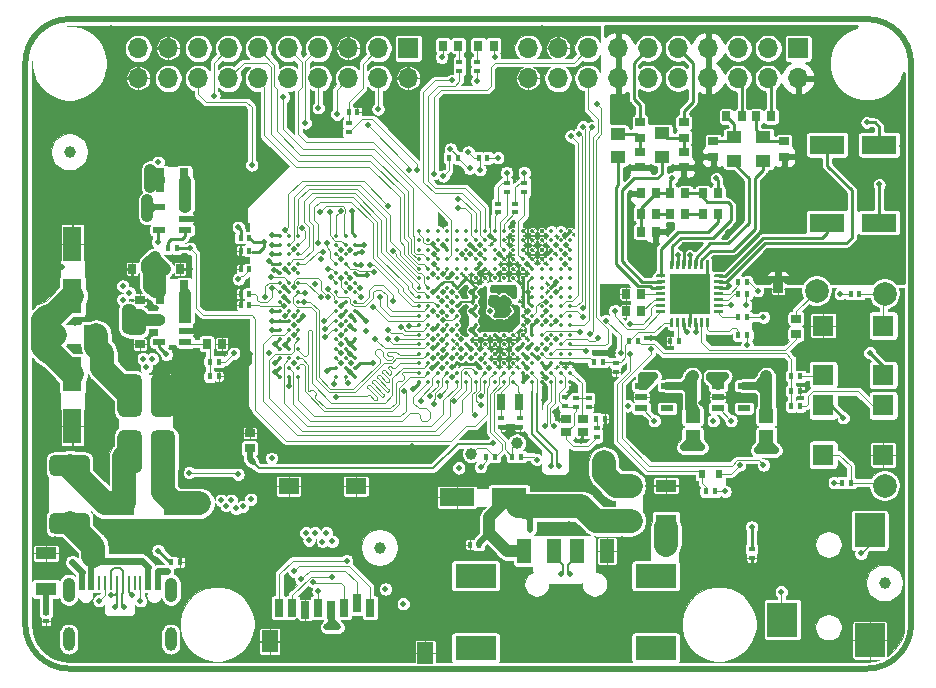
<source format=gbr>
%TF.GenerationSoftware,KiCad,Pcbnew,(5.1.10-1-10_14)*%
%TF.CreationDate,2021-07-27T15:44:47+02:00*%
%TF.ProjectId,EX-PCB-10108-001,45582d50-4342-42d3-9130-3130382d3030,A*%
%TF.SameCoordinates,Original*%
%TF.FileFunction,Copper,L1,Top*%
%TF.FilePolarity,Positive*%
%FSLAX46Y46*%
G04 Gerber Fmt 4.6, Leading zero omitted, Abs format (unit mm)*
G04 Created by KiCad (PCBNEW (5.1.10-1-10_14)) date 2021-07-27 15:44:47*
%MOMM*%
%LPD*%
G01*
G04 APERTURE LIST*
%TA.AperFunction,Profile*%
%ADD10C,0.500000*%
%TD*%
%TA.AperFunction,ComponentPad*%
%ADD11O,1.000000X2.000000*%
%TD*%
%TA.AperFunction,ComponentPad*%
%ADD12O,1.050000X2.100000*%
%TD*%
%TA.AperFunction,SMDPad,CuDef*%
%ADD13R,0.550000X1.150000*%
%TD*%
%TA.AperFunction,SMDPad,CuDef*%
%ADD14R,0.250000X1.150000*%
%TD*%
%TA.AperFunction,SMDPad,CuDef*%
%ADD15R,0.900000X0.800000*%
%TD*%
%TA.AperFunction,SMDPad,CuDef*%
%ADD16R,0.510000X0.450000*%
%TD*%
%TA.AperFunction,SMDPad,CuDef*%
%ADD17R,0.450000X0.510000*%
%TD*%
%TA.AperFunction,SMDPad,CuDef*%
%ADD18C,1.000000*%
%TD*%
%TA.AperFunction,SMDPad,CuDef*%
%ADD19R,0.810000X0.710000*%
%TD*%
%TA.AperFunction,SMDPad,CuDef*%
%ADD20R,0.800000X1.500000*%
%TD*%
%TA.AperFunction,SMDPad,CuDef*%
%ADD21R,1.400000X1.900000*%
%TD*%
%TA.AperFunction,SMDPad,CuDef*%
%ADD22R,1.800000X1.400000*%
%TD*%
%TA.AperFunction,SMDPad,CuDef*%
%ADD23R,0.710000X0.810000*%
%TD*%
%TA.AperFunction,SMDPad,CuDef*%
%ADD24R,3.350000X3.350000*%
%TD*%
%TA.AperFunction,ComponentPad*%
%ADD25C,0.500000*%
%TD*%
%TA.AperFunction,SMDPad,CuDef*%
%ADD26R,1.060000X0.500000*%
%TD*%
%TA.AperFunction,SMDPad,CuDef*%
%ADD27C,2.000000*%
%TD*%
%TA.AperFunction,SMDPad,CuDef*%
%ADD28R,1.250000X1.150000*%
%TD*%
%TA.AperFunction,SMDPad,CuDef*%
%ADD29R,1.800000X1.070000*%
%TD*%
%TA.AperFunction,SMDPad,CuDef*%
%ADD30R,0.600000X0.700000*%
%TD*%
%TA.AperFunction,SMDPad,CuDef*%
%ADD31R,1.250000X1.000000*%
%TD*%
%TA.AperFunction,SMDPad,CuDef*%
%ADD32R,3.000000X1.600000*%
%TD*%
%TA.AperFunction,SMDPad,CuDef*%
%ADD33R,2.550000X2.900000*%
%TD*%
%TA.AperFunction,ComponentPad*%
%ADD34R,1.700000X1.700000*%
%TD*%
%TA.AperFunction,ComponentPad*%
%ADD35O,1.700000X1.700000*%
%TD*%
%TA.AperFunction,ComponentPad*%
%ADD36C,1.000000*%
%TD*%
%TA.AperFunction,SMDPad,CuDef*%
%ADD37R,1.250000X2.000000*%
%TD*%
%TA.AperFunction,SMDPad,CuDef*%
%ADD38R,3.500000X2.000000*%
%TD*%
%TA.AperFunction,SMDPad,CuDef*%
%ADD39C,0.350000*%
%TD*%
%TA.AperFunction,SMDPad,CuDef*%
%ADD40R,1.800000X1.800000*%
%TD*%
%TA.AperFunction,SMDPad,CuDef*%
%ADD41R,1.070000X1.800000*%
%TD*%
%TA.AperFunction,SMDPad,CuDef*%
%ADD42R,1.750000X2.000000*%
%TD*%
%TA.AperFunction,SMDPad,CuDef*%
%ADD43R,1.600000X3.000000*%
%TD*%
%TA.AperFunction,SMDPad,CuDef*%
%ADD44R,0.800000X2.000000*%
%TD*%
%TA.AperFunction,SMDPad,CuDef*%
%ADD45R,0.700000X1.400000*%
%TD*%
%TA.AperFunction,ViaPad*%
%ADD46C,0.500000*%
%TD*%
%TA.AperFunction,Conductor*%
%ADD47C,0.250000*%
%TD*%
%TA.AperFunction,Conductor*%
%ADD48C,0.200000*%
%TD*%
%TA.AperFunction,Conductor*%
%ADD49C,0.125000*%
%TD*%
%TA.AperFunction,Conductor*%
%ADD50C,0.400000*%
%TD*%
%TA.AperFunction,Conductor*%
%ADD51C,0.500000*%
%TD*%
%TA.AperFunction,Conductor*%
%ADD52C,0.650000*%
%TD*%
%TA.AperFunction,Conductor*%
%ADD53C,2.000000*%
%TD*%
%TA.AperFunction,Conductor*%
%ADD54C,1.000000*%
%TD*%
%TA.AperFunction,Conductor*%
%ADD55C,0.115000*%
%TD*%
%TA.AperFunction,Conductor*%
%ADD56C,0.100000*%
%TD*%
%TA.AperFunction,Conductor*%
%ADD57C,0.600000*%
%TD*%
%TA.AperFunction,Conductor*%
%ADD58C,0.550000*%
%TD*%
%TA.AperFunction,Conductor*%
%ADD59C,0.350000*%
%TD*%
%TA.AperFunction,Conductor*%
%ADD60C,0.254000*%
%TD*%
G04 APERTURE END LIST*
D10*
X117700000Y-81500000D02*
G75*
G02*
X121450000Y-85250000I0J-3750000D01*
G01*
X46450000Y-85250000D02*
G75*
G02*
X50200000Y-81500000I3750000J0D01*
G01*
X50200000Y-136500000D02*
G75*
G02*
X46450000Y-132750000I0J3750000D01*
G01*
X121450000Y-132750000D02*
G75*
G02*
X117700000Y-136500000I-3750000J0D01*
G01*
X46450000Y-85250000D02*
X46450000Y-132750000D01*
X117700000Y-136500000D02*
X50200000Y-136500000D01*
X117700000Y-81500000D02*
X50200000Y-81500000D01*
X121450000Y-85250000D02*
X121450000Y-132750000D01*
D11*
X50130000Y-134000000D03*
X58770000Y-134000000D03*
D12*
X50130000Y-129820000D03*
X58770000Y-129820000D03*
D13*
X51250000Y-129245000D03*
X57650000Y-129245000D03*
X52050000Y-129245000D03*
X56850000Y-129245000D03*
D14*
X54700000Y-129245000D03*
X54200000Y-129245000D03*
X55200000Y-129245000D03*
X55700000Y-129245000D03*
X56200000Y-129245000D03*
X53700000Y-129245000D03*
X53200000Y-129245000D03*
X52700000Y-129245000D03*
D15*
X92250000Y-116450000D03*
X93650000Y-116450000D03*
X93650000Y-115350000D03*
X92250000Y-115350000D03*
D16*
X94150000Y-113625000D03*
X94150000Y-114375000D03*
X92150000Y-113525000D03*
X92150000Y-114275000D03*
D17*
X65425000Y-100000000D03*
X64675000Y-100000000D03*
X65425000Y-101100000D03*
X64675000Y-101100000D03*
D18*
X88050000Y-117400000D03*
X84200000Y-118300000D03*
D17*
X86225000Y-118550000D03*
X85475000Y-118550000D03*
X87675000Y-118550000D03*
X88425000Y-118550000D03*
D19*
X110200000Y-103700000D03*
X110200000Y-104350000D03*
D17*
X94575000Y-110500000D03*
X95325000Y-110500000D03*
D16*
X96450000Y-111375000D03*
X96450000Y-110625000D03*
D17*
X97575000Y-108750000D03*
X98325000Y-108750000D03*
X101825000Y-108750000D03*
X101075000Y-108750000D03*
X116325000Y-120750000D03*
X115575000Y-120750000D03*
X111325000Y-114250000D03*
X112075000Y-114250000D03*
X112075000Y-111750000D03*
X111325000Y-111750000D03*
X116325000Y-104750000D03*
X117075000Y-104750000D03*
X111325000Y-113000000D03*
X112075000Y-113000000D03*
D16*
X73850000Y-91075000D03*
X73850000Y-90325000D03*
D20*
X75640000Y-131350000D03*
X74540000Y-130950000D03*
X73440000Y-131350000D03*
X72340000Y-131550000D03*
X71240000Y-131350000D03*
X70140000Y-131550000D03*
X69040000Y-131350000D03*
X67940000Y-131350000D03*
D21*
X67150000Y-134200000D03*
X80300000Y-135200000D03*
D22*
X68750000Y-121050000D03*
X74450000Y-121050000D03*
D17*
X85575000Y-93250000D03*
X84825000Y-93250000D03*
X82325000Y-93250000D03*
X83075000Y-93250000D03*
D16*
X88700000Y-95375000D03*
X88700000Y-96125000D03*
X87950000Y-97125000D03*
X87950000Y-97875000D03*
X87200000Y-95375000D03*
X87200000Y-96125000D03*
X86450000Y-97125000D03*
X86450000Y-97875000D03*
D23*
X97305000Y-104750000D03*
X98595000Y-104750000D03*
X97305000Y-106250000D03*
X98595000Y-106250000D03*
D17*
X74575000Y-89400000D03*
X73825000Y-89400000D03*
X106825000Y-104750000D03*
X107575000Y-104750000D03*
X106825000Y-103750000D03*
X107575000Y-103750000D03*
X107575000Y-108250000D03*
X106825000Y-108250000D03*
X107575000Y-106750000D03*
X106825000Y-106750000D03*
%TA.AperFunction,SMDPad,CuDef*%
G36*
G01*
X101262500Y-107600000D02*
X101137500Y-107600000D01*
G75*
G02*
X101075000Y-107537500I0J62500D01*
G01*
X101075000Y-106862500D01*
G75*
G02*
X101137500Y-106800000I62500J0D01*
G01*
X101262500Y-106800000D01*
G75*
G02*
X101325000Y-106862500I0J-62500D01*
G01*
X101325000Y-107537500D01*
G75*
G02*
X101262500Y-107600000I-62500J0D01*
G01*
G37*
%TD.AperFunction*%
%TA.AperFunction,SMDPad,CuDef*%
G36*
G01*
X101762500Y-107600000D02*
X101637500Y-107600000D01*
G75*
G02*
X101575000Y-107537500I0J62500D01*
G01*
X101575000Y-106862500D01*
G75*
G02*
X101637500Y-106800000I62500J0D01*
G01*
X101762500Y-106800000D01*
G75*
G02*
X101825000Y-106862500I0J-62500D01*
G01*
X101825000Y-107537500D01*
G75*
G02*
X101762500Y-107600000I-62500J0D01*
G01*
G37*
%TD.AperFunction*%
%TA.AperFunction,SMDPad,CuDef*%
G36*
G01*
X102262500Y-107600000D02*
X102137500Y-107600000D01*
G75*
G02*
X102075000Y-107537500I0J62500D01*
G01*
X102075000Y-106862500D01*
G75*
G02*
X102137500Y-106800000I62500J0D01*
G01*
X102262500Y-106800000D01*
G75*
G02*
X102325000Y-106862500I0J-62500D01*
G01*
X102325000Y-107537500D01*
G75*
G02*
X102262500Y-107600000I-62500J0D01*
G01*
G37*
%TD.AperFunction*%
%TA.AperFunction,SMDPad,CuDef*%
G36*
G01*
X102762500Y-107600000D02*
X102637500Y-107600000D01*
G75*
G02*
X102575000Y-107537500I0J62500D01*
G01*
X102575000Y-106862500D01*
G75*
G02*
X102637500Y-106800000I62500J0D01*
G01*
X102762500Y-106800000D01*
G75*
G02*
X102825000Y-106862500I0J-62500D01*
G01*
X102825000Y-107537500D01*
G75*
G02*
X102762500Y-107600000I-62500J0D01*
G01*
G37*
%TD.AperFunction*%
%TA.AperFunction,SMDPad,CuDef*%
G36*
G01*
X103262500Y-107600000D02*
X103137500Y-107600000D01*
G75*
G02*
X103075000Y-107537500I0J62500D01*
G01*
X103075000Y-106862500D01*
G75*
G02*
X103137500Y-106800000I62500J0D01*
G01*
X103262500Y-106800000D01*
G75*
G02*
X103325000Y-106862500I0J-62500D01*
G01*
X103325000Y-107537500D01*
G75*
G02*
X103262500Y-107600000I-62500J0D01*
G01*
G37*
%TD.AperFunction*%
%TA.AperFunction,SMDPad,CuDef*%
G36*
G01*
X103762500Y-107600000D02*
X103637500Y-107600000D01*
G75*
G02*
X103575000Y-107537500I0J62500D01*
G01*
X103575000Y-106862500D01*
G75*
G02*
X103637500Y-106800000I62500J0D01*
G01*
X103762500Y-106800000D01*
G75*
G02*
X103825000Y-106862500I0J-62500D01*
G01*
X103825000Y-107537500D01*
G75*
G02*
X103762500Y-107600000I-62500J0D01*
G01*
G37*
%TD.AperFunction*%
%TA.AperFunction,SMDPad,CuDef*%
G36*
G01*
X104262500Y-107600000D02*
X104137500Y-107600000D01*
G75*
G02*
X104075000Y-107537500I0J62500D01*
G01*
X104075000Y-106862500D01*
G75*
G02*
X104137500Y-106800000I62500J0D01*
G01*
X104262500Y-106800000D01*
G75*
G02*
X104325000Y-106862500I0J-62500D01*
G01*
X104325000Y-107537500D01*
G75*
G02*
X104262500Y-107600000I-62500J0D01*
G01*
G37*
%TD.AperFunction*%
%TA.AperFunction,SMDPad,CuDef*%
G36*
G01*
X105487500Y-106375000D02*
X104812500Y-106375000D01*
G75*
G02*
X104750000Y-106312500I0J62500D01*
G01*
X104750000Y-106187500D01*
G75*
G02*
X104812500Y-106125000I62500J0D01*
G01*
X105487500Y-106125000D01*
G75*
G02*
X105550000Y-106187500I0J-62500D01*
G01*
X105550000Y-106312500D01*
G75*
G02*
X105487500Y-106375000I-62500J0D01*
G01*
G37*
%TD.AperFunction*%
%TA.AperFunction,SMDPad,CuDef*%
G36*
G01*
X105487500Y-105875000D02*
X104812500Y-105875000D01*
G75*
G02*
X104750000Y-105812500I0J62500D01*
G01*
X104750000Y-105687500D01*
G75*
G02*
X104812500Y-105625000I62500J0D01*
G01*
X105487500Y-105625000D01*
G75*
G02*
X105550000Y-105687500I0J-62500D01*
G01*
X105550000Y-105812500D01*
G75*
G02*
X105487500Y-105875000I-62500J0D01*
G01*
G37*
%TD.AperFunction*%
%TA.AperFunction,SMDPad,CuDef*%
G36*
G01*
X105487500Y-105375000D02*
X104812500Y-105375000D01*
G75*
G02*
X104750000Y-105312500I0J62500D01*
G01*
X104750000Y-105187500D01*
G75*
G02*
X104812500Y-105125000I62500J0D01*
G01*
X105487500Y-105125000D01*
G75*
G02*
X105550000Y-105187500I0J-62500D01*
G01*
X105550000Y-105312500D01*
G75*
G02*
X105487500Y-105375000I-62500J0D01*
G01*
G37*
%TD.AperFunction*%
%TA.AperFunction,SMDPad,CuDef*%
G36*
G01*
X105487500Y-104875000D02*
X104812500Y-104875000D01*
G75*
G02*
X104750000Y-104812500I0J62500D01*
G01*
X104750000Y-104687500D01*
G75*
G02*
X104812500Y-104625000I62500J0D01*
G01*
X105487500Y-104625000D01*
G75*
G02*
X105550000Y-104687500I0J-62500D01*
G01*
X105550000Y-104812500D01*
G75*
G02*
X105487500Y-104875000I-62500J0D01*
G01*
G37*
%TD.AperFunction*%
%TA.AperFunction,SMDPad,CuDef*%
G36*
G01*
X105487500Y-104375000D02*
X104812500Y-104375000D01*
G75*
G02*
X104750000Y-104312500I0J62500D01*
G01*
X104750000Y-104187500D01*
G75*
G02*
X104812500Y-104125000I62500J0D01*
G01*
X105487500Y-104125000D01*
G75*
G02*
X105550000Y-104187500I0J-62500D01*
G01*
X105550000Y-104312500D01*
G75*
G02*
X105487500Y-104375000I-62500J0D01*
G01*
G37*
%TD.AperFunction*%
%TA.AperFunction,SMDPad,CuDef*%
G36*
G01*
X105487500Y-103875000D02*
X104812500Y-103875000D01*
G75*
G02*
X104750000Y-103812500I0J62500D01*
G01*
X104750000Y-103687500D01*
G75*
G02*
X104812500Y-103625000I62500J0D01*
G01*
X105487500Y-103625000D01*
G75*
G02*
X105550000Y-103687500I0J-62500D01*
G01*
X105550000Y-103812500D01*
G75*
G02*
X105487500Y-103875000I-62500J0D01*
G01*
G37*
%TD.AperFunction*%
%TA.AperFunction,SMDPad,CuDef*%
G36*
G01*
X105487500Y-103375000D02*
X104812500Y-103375000D01*
G75*
G02*
X104750000Y-103312500I0J62500D01*
G01*
X104750000Y-103187500D01*
G75*
G02*
X104812500Y-103125000I62500J0D01*
G01*
X105487500Y-103125000D01*
G75*
G02*
X105550000Y-103187500I0J-62500D01*
G01*
X105550000Y-103312500D01*
G75*
G02*
X105487500Y-103375000I-62500J0D01*
G01*
G37*
%TD.AperFunction*%
%TA.AperFunction,SMDPad,CuDef*%
G36*
G01*
X104262500Y-102700000D02*
X104137500Y-102700000D01*
G75*
G02*
X104075000Y-102637500I0J62500D01*
G01*
X104075000Y-101962500D01*
G75*
G02*
X104137500Y-101900000I62500J0D01*
G01*
X104262500Y-101900000D01*
G75*
G02*
X104325000Y-101962500I0J-62500D01*
G01*
X104325000Y-102637500D01*
G75*
G02*
X104262500Y-102700000I-62500J0D01*
G01*
G37*
%TD.AperFunction*%
%TA.AperFunction,SMDPad,CuDef*%
G36*
G01*
X103762500Y-102700000D02*
X103637500Y-102700000D01*
G75*
G02*
X103575000Y-102637500I0J62500D01*
G01*
X103575000Y-101962500D01*
G75*
G02*
X103637500Y-101900000I62500J0D01*
G01*
X103762500Y-101900000D01*
G75*
G02*
X103825000Y-101962500I0J-62500D01*
G01*
X103825000Y-102637500D01*
G75*
G02*
X103762500Y-102700000I-62500J0D01*
G01*
G37*
%TD.AperFunction*%
%TA.AperFunction,SMDPad,CuDef*%
G36*
G01*
X103262500Y-102700000D02*
X103137500Y-102700000D01*
G75*
G02*
X103075000Y-102637500I0J62500D01*
G01*
X103075000Y-101962500D01*
G75*
G02*
X103137500Y-101900000I62500J0D01*
G01*
X103262500Y-101900000D01*
G75*
G02*
X103325000Y-101962500I0J-62500D01*
G01*
X103325000Y-102637500D01*
G75*
G02*
X103262500Y-102700000I-62500J0D01*
G01*
G37*
%TD.AperFunction*%
%TA.AperFunction,SMDPad,CuDef*%
G36*
G01*
X102762500Y-102700000D02*
X102637500Y-102700000D01*
G75*
G02*
X102575000Y-102637500I0J62500D01*
G01*
X102575000Y-101962500D01*
G75*
G02*
X102637500Y-101900000I62500J0D01*
G01*
X102762500Y-101900000D01*
G75*
G02*
X102825000Y-101962500I0J-62500D01*
G01*
X102825000Y-102637500D01*
G75*
G02*
X102762500Y-102700000I-62500J0D01*
G01*
G37*
%TD.AperFunction*%
%TA.AperFunction,SMDPad,CuDef*%
G36*
G01*
X102262500Y-102700000D02*
X102137500Y-102700000D01*
G75*
G02*
X102075000Y-102637500I0J62500D01*
G01*
X102075000Y-101962500D01*
G75*
G02*
X102137500Y-101900000I62500J0D01*
G01*
X102262500Y-101900000D01*
G75*
G02*
X102325000Y-101962500I0J-62500D01*
G01*
X102325000Y-102637500D01*
G75*
G02*
X102262500Y-102700000I-62500J0D01*
G01*
G37*
%TD.AperFunction*%
%TA.AperFunction,SMDPad,CuDef*%
G36*
G01*
X101762500Y-102700000D02*
X101637500Y-102700000D01*
G75*
G02*
X101575000Y-102637500I0J62500D01*
G01*
X101575000Y-101962500D01*
G75*
G02*
X101637500Y-101900000I62500J0D01*
G01*
X101762500Y-101900000D01*
G75*
G02*
X101825000Y-101962500I0J-62500D01*
G01*
X101825000Y-102637500D01*
G75*
G02*
X101762500Y-102700000I-62500J0D01*
G01*
G37*
%TD.AperFunction*%
%TA.AperFunction,SMDPad,CuDef*%
G36*
G01*
X101262500Y-102700000D02*
X101137500Y-102700000D01*
G75*
G02*
X101075000Y-102637500I0J62500D01*
G01*
X101075000Y-101962500D01*
G75*
G02*
X101137500Y-101900000I62500J0D01*
G01*
X101262500Y-101900000D01*
G75*
G02*
X101325000Y-101962500I0J-62500D01*
G01*
X101325000Y-102637500D01*
G75*
G02*
X101262500Y-102700000I-62500J0D01*
G01*
G37*
%TD.AperFunction*%
%TA.AperFunction,SMDPad,CuDef*%
G36*
G01*
X100587500Y-103375000D02*
X99912500Y-103375000D01*
G75*
G02*
X99850000Y-103312500I0J62500D01*
G01*
X99850000Y-103187500D01*
G75*
G02*
X99912500Y-103125000I62500J0D01*
G01*
X100587500Y-103125000D01*
G75*
G02*
X100650000Y-103187500I0J-62500D01*
G01*
X100650000Y-103312500D01*
G75*
G02*
X100587500Y-103375000I-62500J0D01*
G01*
G37*
%TD.AperFunction*%
%TA.AperFunction,SMDPad,CuDef*%
G36*
G01*
X100587500Y-103875000D02*
X99912500Y-103875000D01*
G75*
G02*
X99850000Y-103812500I0J62500D01*
G01*
X99850000Y-103687500D01*
G75*
G02*
X99912500Y-103625000I62500J0D01*
G01*
X100587500Y-103625000D01*
G75*
G02*
X100650000Y-103687500I0J-62500D01*
G01*
X100650000Y-103812500D01*
G75*
G02*
X100587500Y-103875000I-62500J0D01*
G01*
G37*
%TD.AperFunction*%
%TA.AperFunction,SMDPad,CuDef*%
G36*
G01*
X100587500Y-104375000D02*
X99912500Y-104375000D01*
G75*
G02*
X99850000Y-104312500I0J62500D01*
G01*
X99850000Y-104187500D01*
G75*
G02*
X99912500Y-104125000I62500J0D01*
G01*
X100587500Y-104125000D01*
G75*
G02*
X100650000Y-104187500I0J-62500D01*
G01*
X100650000Y-104312500D01*
G75*
G02*
X100587500Y-104375000I-62500J0D01*
G01*
G37*
%TD.AperFunction*%
%TA.AperFunction,SMDPad,CuDef*%
G36*
G01*
X100587500Y-104875000D02*
X99912500Y-104875000D01*
G75*
G02*
X99850000Y-104812500I0J62500D01*
G01*
X99850000Y-104687500D01*
G75*
G02*
X99912500Y-104625000I62500J0D01*
G01*
X100587500Y-104625000D01*
G75*
G02*
X100650000Y-104687500I0J-62500D01*
G01*
X100650000Y-104812500D01*
G75*
G02*
X100587500Y-104875000I-62500J0D01*
G01*
G37*
%TD.AperFunction*%
%TA.AperFunction,SMDPad,CuDef*%
G36*
G01*
X100587500Y-105375000D02*
X99912500Y-105375000D01*
G75*
G02*
X99850000Y-105312500I0J62500D01*
G01*
X99850000Y-105187500D01*
G75*
G02*
X99912500Y-105125000I62500J0D01*
G01*
X100587500Y-105125000D01*
G75*
G02*
X100650000Y-105187500I0J-62500D01*
G01*
X100650000Y-105312500D01*
G75*
G02*
X100587500Y-105375000I-62500J0D01*
G01*
G37*
%TD.AperFunction*%
%TA.AperFunction,SMDPad,CuDef*%
G36*
G01*
X100587500Y-105875000D02*
X99912500Y-105875000D01*
G75*
G02*
X99850000Y-105812500I0J62500D01*
G01*
X99850000Y-105687500D01*
G75*
G02*
X99912500Y-105625000I62500J0D01*
G01*
X100587500Y-105625000D01*
G75*
G02*
X100650000Y-105687500I0J-62500D01*
G01*
X100650000Y-105812500D01*
G75*
G02*
X100587500Y-105875000I-62500J0D01*
G01*
G37*
%TD.AperFunction*%
%TA.AperFunction,SMDPad,CuDef*%
G36*
G01*
X100587500Y-106375000D02*
X99912500Y-106375000D01*
G75*
G02*
X99850000Y-106312500I0J62500D01*
G01*
X99850000Y-106187500D01*
G75*
G02*
X99912500Y-106125000I62500J0D01*
G01*
X100587500Y-106125000D01*
G75*
G02*
X100650000Y-106187500I0J-62500D01*
G01*
X100650000Y-106312500D01*
G75*
G02*
X100587500Y-106375000I-62500J0D01*
G01*
G37*
%TD.AperFunction*%
D24*
X102700000Y-104750000D03*
D25*
X101700000Y-105750000D03*
X101700000Y-104750000D03*
X101700000Y-103750000D03*
X102700000Y-105750000D03*
X102700000Y-104750000D03*
X102700000Y-103750000D03*
X103700000Y-105750000D03*
X103700000Y-104750000D03*
X103700000Y-103750000D03*
D26*
X100800000Y-112550000D03*
X100800000Y-114450000D03*
X98600000Y-114450000D03*
X98600000Y-113500000D03*
X98600000Y-112550000D03*
X107300000Y-112550000D03*
X107300000Y-114450000D03*
X105100000Y-114450000D03*
X105100000Y-113500000D03*
X105100000Y-112550000D03*
D27*
X119200000Y-121000000D03*
X119200000Y-104750000D03*
X113450000Y-104500000D03*
D16*
X84700000Y-85125000D03*
X84700000Y-85875000D03*
X83200000Y-85875000D03*
X83200000Y-85125000D03*
D23*
X99845000Y-99500000D03*
X98555000Y-99500000D03*
X105095000Y-96250000D03*
X103805000Y-96250000D03*
X101055000Y-96250000D03*
X102345000Y-96250000D03*
X101055000Y-98000000D03*
X102345000Y-98000000D03*
X103805000Y-98000000D03*
X105095000Y-98000000D03*
D19*
X111700000Y-106855000D03*
X111700000Y-108145000D03*
D23*
X107095000Y-89750000D03*
X105805000Y-89750000D03*
X109595000Y-89750000D03*
X108305000Y-89750000D03*
D19*
X110700000Y-93145000D03*
X110700000Y-91855000D03*
X104700000Y-93145000D03*
X104700000Y-91855000D03*
X98500000Y-94045000D03*
X98500000Y-92755000D03*
X98500000Y-91545000D03*
X98500000Y-90255000D03*
X102200000Y-94045000D03*
X102200000Y-92755000D03*
X102200000Y-91545000D03*
X102200000Y-90255000D03*
D17*
X104825000Y-121500000D03*
X104075000Y-121500000D03*
D23*
X63095000Y-109000000D03*
X61805000Y-109000000D03*
D18*
X119200000Y-129250000D03*
D28*
X102950000Y-116875000D03*
X102950000Y-115125000D03*
X109200000Y-116875000D03*
X109200000Y-115125000D03*
D29*
X97700000Y-120995000D03*
X97700000Y-124005000D03*
D30*
X103750000Y-120000000D03*
X105150000Y-120000000D03*
D23*
X83095000Y-83750000D03*
X81805000Y-83750000D03*
X84805000Y-83750000D03*
X86095000Y-83750000D03*
D16*
X107950000Y-127125000D03*
X107950000Y-126375000D03*
D17*
X59575000Y-127500000D03*
X58825000Y-127500000D03*
D23*
X99845000Y-96250000D03*
X98555000Y-96250000D03*
X98555000Y-98000000D03*
X99845000Y-98000000D03*
D31*
X106450000Y-91500000D03*
X106450000Y-93500000D03*
X108950000Y-91500000D03*
X108950000Y-93500000D03*
X96650000Y-93200000D03*
X96650000Y-91200000D03*
X100350000Y-93150000D03*
X100350000Y-91150000D03*
D17*
X84075000Y-126000000D03*
X84825000Y-126000000D03*
D32*
X87400000Y-122000000D03*
X83000000Y-122000000D03*
D33*
X117950000Y-124800000D03*
X117950000Y-134100000D03*
X110550000Y-132350000D03*
D34*
X111880000Y-83980000D03*
D35*
X111880000Y-86520000D03*
X109340000Y-83980000D03*
X109340000Y-86520000D03*
X106800000Y-83980000D03*
X106800000Y-86520000D03*
X104260000Y-83980000D03*
X104260000Y-86520000D03*
X101720000Y-83980000D03*
X101720000Y-86520000D03*
X99180000Y-83980000D03*
X99180000Y-86520000D03*
X96640000Y-83980000D03*
X96640000Y-86520000D03*
X94100000Y-83980000D03*
X94100000Y-86520000D03*
X91560000Y-83980000D03*
X91560000Y-86520000D03*
X89020000Y-83980000D03*
X89020000Y-86520000D03*
D34*
X78880000Y-83980000D03*
D35*
X78880000Y-86520000D03*
X76340000Y-83980000D03*
X76340000Y-86520000D03*
X73800000Y-83980000D03*
X73800000Y-86520000D03*
X71260000Y-83980000D03*
X71260000Y-86520000D03*
X68720000Y-83980000D03*
X68720000Y-86520000D03*
X66180000Y-83980000D03*
X66180000Y-86520000D03*
X63640000Y-83980000D03*
X63640000Y-86520000D03*
X61100000Y-83980000D03*
X61100000Y-86520000D03*
X58560000Y-83980000D03*
X58560000Y-86520000D03*
X56020000Y-83980000D03*
X56020000Y-86520000D03*
D36*
X98800000Y-128650000D03*
X100000000Y-128650000D03*
X100000000Y-134750000D03*
X98800000Y-134750000D03*
X84400000Y-134750000D03*
X85600000Y-134750000D03*
X84400000Y-128650000D03*
X85600000Y-128650000D03*
D37*
X88700000Y-126550000D03*
X95700000Y-126550000D03*
X91200000Y-126550000D03*
D38*
X84575000Y-128650000D03*
X99825000Y-128650000D03*
X99825000Y-134750000D03*
X84575000Y-134750000D03*
D37*
X93200000Y-126550000D03*
D39*
X92580000Y-112230000D03*
X92580000Y-111430000D03*
X92580000Y-110630000D03*
X92580000Y-109830000D03*
X92580000Y-109030000D03*
X92580000Y-108230000D03*
X92580000Y-107430000D03*
X92580000Y-106630000D03*
X92580000Y-105830000D03*
X92580000Y-105030000D03*
X92580000Y-104230000D03*
X92580000Y-103430000D03*
X92580000Y-102630000D03*
X92580000Y-101830000D03*
X92580000Y-101030000D03*
X92580000Y-100230000D03*
X92580000Y-99430000D03*
X91780000Y-112230000D03*
X91780000Y-111430000D03*
X91780000Y-110630000D03*
X91780000Y-109830000D03*
X91780000Y-109030000D03*
X91780000Y-108230000D03*
X91780000Y-107430000D03*
X91780000Y-106630000D03*
X91780000Y-105830000D03*
X91780000Y-105030000D03*
X91780000Y-104230000D03*
X91780000Y-103430000D03*
X91780000Y-102630000D03*
X91780000Y-101830000D03*
X91780000Y-101030000D03*
X91780000Y-100230000D03*
X91780000Y-99430000D03*
X90980000Y-112230000D03*
X90980000Y-111430000D03*
X90980000Y-110630000D03*
X90980000Y-109830000D03*
X90980000Y-109030000D03*
X90980000Y-108230000D03*
X90980000Y-107430000D03*
X90980000Y-106630000D03*
X90980000Y-105830000D03*
X90980000Y-105030000D03*
X90980000Y-104230000D03*
X90980000Y-103430000D03*
X90980000Y-102630000D03*
X90980000Y-101830000D03*
X90980000Y-101030000D03*
X90980000Y-100230000D03*
X90980000Y-99430000D03*
X90180000Y-112230000D03*
X90180000Y-111430000D03*
X90180000Y-110630000D03*
X90180000Y-109830000D03*
X90180000Y-109030000D03*
X90180000Y-108230000D03*
X90180000Y-107430000D03*
X90180000Y-106630000D03*
X90180000Y-105830000D03*
X90180000Y-105030000D03*
X90180000Y-104230000D03*
X90180000Y-103430000D03*
X90180000Y-102630000D03*
X90180000Y-101830000D03*
X90180000Y-101030000D03*
X90180000Y-100230000D03*
X90180000Y-99430000D03*
X89380000Y-112230000D03*
X89380000Y-111430000D03*
X89380000Y-110630000D03*
X89380000Y-109830000D03*
X89380000Y-109030000D03*
X89380000Y-108230000D03*
X89380000Y-107430000D03*
X89380000Y-106630000D03*
X89380000Y-105830000D03*
X89380000Y-105030000D03*
X89380000Y-104230000D03*
X89380000Y-103430000D03*
X89380000Y-102630000D03*
X89380000Y-101830000D03*
X89380000Y-101030000D03*
X89380000Y-100230000D03*
X89380000Y-99430000D03*
X88580000Y-112230000D03*
X88580000Y-111430000D03*
X88580000Y-110630000D03*
X88580000Y-109830000D03*
X88580000Y-109030000D03*
X88580000Y-108230000D03*
X88580000Y-107430000D03*
X88580000Y-106630000D03*
X88580000Y-105830000D03*
X88580000Y-105030000D03*
X88580000Y-104230000D03*
X88580000Y-103430000D03*
X88580000Y-102630000D03*
X88580000Y-101830000D03*
X88580000Y-101030000D03*
X88580000Y-100230000D03*
X88580000Y-99430000D03*
X87780000Y-112230000D03*
X87780000Y-111430000D03*
X87780000Y-110630000D03*
X87780000Y-109830000D03*
X87780000Y-109030000D03*
X87780000Y-108230000D03*
X87780000Y-107430000D03*
X87780000Y-106630000D03*
X87780000Y-105830000D03*
X87780000Y-105030000D03*
X87780000Y-104230000D03*
X87780000Y-103430000D03*
X87780000Y-102630000D03*
X87780000Y-101830000D03*
X87780000Y-101030000D03*
X87780000Y-100230000D03*
X87780000Y-99430000D03*
X86980000Y-112230000D03*
X86980000Y-111430000D03*
X86980000Y-110630000D03*
X86980000Y-109830000D03*
X86980000Y-109030000D03*
X86980000Y-108230000D03*
X86980000Y-107430000D03*
X86980000Y-106630000D03*
X86980000Y-105830000D03*
X86980000Y-105030000D03*
X86980000Y-104230000D03*
X86980000Y-103430000D03*
X86980000Y-102630000D03*
X86980000Y-101830000D03*
X86980000Y-101030000D03*
X86980000Y-100230000D03*
X86980000Y-99430000D03*
X86180000Y-112230000D03*
X86180000Y-111430000D03*
X86180000Y-110630000D03*
X86180000Y-109830000D03*
X86180000Y-109030000D03*
X86180000Y-108230000D03*
X86180000Y-107430000D03*
X86180000Y-106630000D03*
X86180000Y-105830000D03*
X86180000Y-105030000D03*
X86180000Y-104230000D03*
X86180000Y-103430000D03*
X86180000Y-102630000D03*
X86180000Y-101830000D03*
X86180000Y-101030000D03*
X86180000Y-100230000D03*
X86180000Y-99430000D03*
X85380000Y-112230000D03*
X85380000Y-111430000D03*
X85380000Y-110630000D03*
X85380000Y-109830000D03*
X85380000Y-109030000D03*
X85380000Y-108230000D03*
X85380000Y-107430000D03*
X85380000Y-106630000D03*
X85380000Y-105830000D03*
X85380000Y-105030000D03*
X85380000Y-104230000D03*
X85380000Y-103430000D03*
X85380000Y-102630000D03*
X85380000Y-101830000D03*
X85380000Y-101030000D03*
X85380000Y-100230000D03*
X85380000Y-99430000D03*
X84580000Y-112230000D03*
X84580000Y-111430000D03*
X84580000Y-110630000D03*
X84580000Y-109830000D03*
X84580000Y-109030000D03*
X84580000Y-108230000D03*
X84580000Y-107430000D03*
X84580000Y-106630000D03*
X84580000Y-105830000D03*
X84580000Y-105030000D03*
X84580000Y-104230000D03*
X84580000Y-103430000D03*
X84580000Y-102630000D03*
X84580000Y-101830000D03*
X84580000Y-101030000D03*
X84580000Y-100230000D03*
X84580000Y-99430000D03*
X83780000Y-112230000D03*
X83780000Y-111430000D03*
X83780000Y-110630000D03*
X83780000Y-109830000D03*
X83780000Y-109030000D03*
X83780000Y-108230000D03*
X83780000Y-107430000D03*
X83780000Y-106630000D03*
X83780000Y-105830000D03*
X83780000Y-105030000D03*
X83780000Y-104230000D03*
X83780000Y-103430000D03*
X83780000Y-102630000D03*
X83780000Y-101830000D03*
X83780000Y-101030000D03*
X83780000Y-100230000D03*
X83780000Y-99430000D03*
X82980000Y-112230000D03*
X82980000Y-111430000D03*
X82980000Y-110630000D03*
X82980000Y-109830000D03*
X82980000Y-109030000D03*
X82980000Y-108230000D03*
X82980000Y-107430000D03*
X82980000Y-106630000D03*
X82980000Y-105830000D03*
X82980000Y-105030000D03*
X82980000Y-104230000D03*
X82980000Y-103430000D03*
X82980000Y-102630000D03*
X82980000Y-101830000D03*
X82980000Y-101030000D03*
X82980000Y-100230000D03*
X82980000Y-99430000D03*
X82180000Y-112230000D03*
X82180000Y-111430000D03*
X82180000Y-110630000D03*
X82180000Y-109830000D03*
X82180000Y-109030000D03*
X82180000Y-108230000D03*
X82180000Y-107430000D03*
X82180000Y-106630000D03*
X82180000Y-105830000D03*
X82180000Y-105030000D03*
X82180000Y-104230000D03*
X82180000Y-103430000D03*
X82180000Y-102630000D03*
X82180000Y-101830000D03*
X82180000Y-101030000D03*
X82180000Y-100230000D03*
X82180000Y-99430000D03*
X81380000Y-112230000D03*
X81380000Y-111430000D03*
X81380000Y-110630000D03*
X81380000Y-109830000D03*
X81380000Y-109030000D03*
X81380000Y-108230000D03*
X81380000Y-107430000D03*
X81380000Y-106630000D03*
X81380000Y-105830000D03*
X81380000Y-105030000D03*
X81380000Y-104230000D03*
X81380000Y-103430000D03*
X81380000Y-102630000D03*
X81380000Y-101830000D03*
X81380000Y-101030000D03*
X81380000Y-100230000D03*
X81380000Y-99430000D03*
X80580000Y-112230000D03*
X80580000Y-111430000D03*
X80580000Y-110630000D03*
X80580000Y-109830000D03*
X80580000Y-109030000D03*
X80580000Y-108230000D03*
X80580000Y-107430000D03*
X80580000Y-106630000D03*
X80580000Y-105830000D03*
X80580000Y-105030000D03*
X80580000Y-104230000D03*
X80580000Y-103430000D03*
X80580000Y-102630000D03*
X80580000Y-101830000D03*
X80580000Y-101030000D03*
X80580000Y-100230000D03*
X80580000Y-99430000D03*
X79780000Y-112230000D03*
X79780000Y-111430000D03*
X79780000Y-110630000D03*
X79780000Y-109830000D03*
X79780000Y-109030000D03*
X79780000Y-108230000D03*
X79780000Y-107430000D03*
X79780000Y-106630000D03*
X79780000Y-105830000D03*
X79780000Y-105030000D03*
X79780000Y-104230000D03*
X79780000Y-103430000D03*
X79780000Y-102630000D03*
X79780000Y-101830000D03*
X79780000Y-101030000D03*
X79780000Y-100230000D03*
X79780000Y-99430000D03*
D40*
X114010000Y-114205000D03*
X119090000Y-114205000D03*
X119090000Y-118395000D03*
X114010000Y-118395000D03*
X119090000Y-111645000D03*
X114010000Y-111645000D03*
X114010000Y-107455000D03*
X119090000Y-107455000D03*
D16*
X48200000Y-131750000D03*
X48200000Y-132500000D03*
%TA.AperFunction,SMDPad,CuDef*%
G36*
G01*
X55821250Y-119955000D02*
X54778750Y-119955000D01*
G75*
G02*
X54257500Y-119433750I0J521250D01*
G01*
X54257500Y-116816250D01*
G75*
G02*
X54778750Y-116295000I521250J0D01*
G01*
X55821250Y-116295000D01*
G75*
G02*
X56342500Y-116816250I0J-521250D01*
G01*
X56342500Y-119433750D01*
G75*
G02*
X55821250Y-119955000I-521250J0D01*
G01*
G37*
%TD.AperFunction*%
%TA.AperFunction,SMDPad,CuDef*%
G36*
G01*
X58621250Y-119955000D02*
X57578750Y-119955000D01*
G75*
G02*
X57057500Y-119433750I0J521250D01*
G01*
X57057500Y-116816250D01*
G75*
G02*
X57578750Y-116295000I521250J0D01*
G01*
X58621250Y-116295000D01*
G75*
G02*
X59142500Y-116816250I0J-521250D01*
G01*
X59142500Y-119433750D01*
G75*
G02*
X58621250Y-119955000I-521250J0D01*
G01*
G37*
%TD.AperFunction*%
%TA.AperFunction,SMDPad,CuDef*%
G36*
G01*
X58621250Y-115205000D02*
X57578750Y-115205000D01*
G75*
G02*
X57057500Y-114683750I0J521250D01*
G01*
X57057500Y-112066250D01*
G75*
G02*
X57578750Y-111545000I521250J0D01*
G01*
X58621250Y-111545000D01*
G75*
G02*
X59142500Y-112066250I0J-521250D01*
G01*
X59142500Y-114683750D01*
G75*
G02*
X58621250Y-115205000I-521250J0D01*
G01*
G37*
%TD.AperFunction*%
%TA.AperFunction,SMDPad,CuDef*%
G36*
G01*
X55821250Y-115205000D02*
X54778750Y-115205000D01*
G75*
G02*
X54257500Y-114683750I0J521250D01*
G01*
X54257500Y-112066250D01*
G75*
G02*
X54778750Y-111545000I521250J0D01*
G01*
X55821250Y-111545000D01*
G75*
G02*
X56342500Y-112066250I0J-521250D01*
G01*
X56342500Y-114683750D01*
G75*
G02*
X55821250Y-115205000I-521250J0D01*
G01*
G37*
%TD.AperFunction*%
D29*
X100700000Y-124005000D03*
X100700000Y-120995000D03*
D41*
X48945000Y-108250000D03*
X51955000Y-108250000D03*
%TA.AperFunction,SMDPad,CuDef*%
G36*
G01*
X48888500Y-118425000D02*
X51511500Y-118425000D01*
G75*
G02*
X51900000Y-118813500I0J-388500D01*
G01*
X51900000Y-119786500D01*
G75*
G02*
X51511500Y-120175000I-388500J0D01*
G01*
X48888500Y-120175000D01*
G75*
G02*
X48500000Y-119786500I0J388500D01*
G01*
X48500000Y-118813500D01*
G75*
G02*
X48888500Y-118425000I388500J0D01*
G01*
G37*
%TD.AperFunction*%
%TA.AperFunction,SMDPad,CuDef*%
G36*
G01*
X48888500Y-123325000D02*
X51511500Y-123325000D01*
G75*
G02*
X51900000Y-123713500I0J-388500D01*
G01*
X51900000Y-124686500D01*
G75*
G02*
X51511500Y-125075000I-388500J0D01*
G01*
X48888500Y-125075000D01*
G75*
G02*
X48500000Y-124686500I0J388500D01*
G01*
X48500000Y-123713500D01*
G75*
G02*
X48888500Y-123325000I388500J0D01*
G01*
G37*
%TD.AperFunction*%
D42*
X59050000Y-122500000D03*
X54850000Y-122500000D03*
D29*
X48200000Y-126745000D03*
X48200000Y-129755000D03*
D32*
X114350000Y-98730000D03*
X118750000Y-98730000D03*
X114350000Y-92150000D03*
X118750000Y-92150000D03*
D43*
X50450000Y-111550000D03*
X50450000Y-115950000D03*
X50450000Y-104950000D03*
X50450000Y-100550000D03*
D18*
X76450000Y-126250000D03*
X50200000Y-92750000D03*
D26*
X57800000Y-99350000D03*
X57800000Y-97450000D03*
X60000000Y-97450000D03*
X60000000Y-98400000D03*
X60000000Y-99350000D03*
D17*
X59275000Y-100900000D03*
X58525000Y-100900000D03*
D19*
X56150000Y-106545000D03*
X56150000Y-105255000D03*
X65450000Y-117845000D03*
X65450000Y-116555000D03*
D26*
X57800000Y-108850000D03*
X57800000Y-106950000D03*
X60000000Y-106950000D03*
X60000000Y-107900000D03*
X60000000Y-108850000D03*
D17*
X62825000Y-110500000D03*
X62075000Y-110500000D03*
X62825000Y-111750000D03*
X62075000Y-111750000D03*
D19*
X56150000Y-107755000D03*
X56150000Y-109045000D03*
D44*
X57900000Y-104650000D03*
X59900000Y-104650000D03*
D16*
X93100000Y-114325000D03*
X93100000Y-113575000D03*
D17*
X94750000Y-115325000D03*
X95500000Y-115325000D03*
D16*
X94825000Y-116900000D03*
X94825000Y-116150000D03*
D17*
X64675000Y-102700000D03*
X65425000Y-102700000D03*
X65425000Y-104750000D03*
X64675000Y-104750000D03*
X65425000Y-105750000D03*
X64675000Y-105750000D03*
D45*
X88250000Y-113950000D03*
X86750000Y-113950000D03*
D39*
X74380000Y-111830000D03*
X74380000Y-111030000D03*
X74380000Y-110230000D03*
X74380000Y-109430000D03*
X74380000Y-108630000D03*
X74380000Y-107830000D03*
X74380000Y-107030000D03*
X74380000Y-106230000D03*
X74380000Y-105430000D03*
X74380000Y-104630000D03*
X74380000Y-103830000D03*
X74380000Y-103030000D03*
X74380000Y-102230000D03*
X74380000Y-101430000D03*
X74380000Y-100630000D03*
X74380000Y-99830000D03*
X73580000Y-99830000D03*
X73580000Y-100630000D03*
X73580000Y-101430000D03*
X73580000Y-102230000D03*
X73580000Y-103030000D03*
X73580000Y-103830000D03*
X73580000Y-104630000D03*
X73580000Y-105430000D03*
X73580000Y-106230000D03*
X73580000Y-107030000D03*
X73580000Y-107830000D03*
X73580000Y-108630000D03*
X73580000Y-109430000D03*
X73580000Y-110230000D03*
X73580000Y-111030000D03*
X73580000Y-111830000D03*
X72780000Y-111830000D03*
X72780000Y-111030000D03*
X72780000Y-110230000D03*
X72780000Y-109430000D03*
X72780000Y-108630000D03*
X72780000Y-107830000D03*
X72780000Y-107030000D03*
X72780000Y-106230000D03*
X72780000Y-105430000D03*
X72780000Y-104630000D03*
X72780000Y-103830000D03*
X72780000Y-103030000D03*
X72780000Y-102230000D03*
X72780000Y-101430000D03*
X72780000Y-100630000D03*
X72780000Y-99830000D03*
X69580000Y-111830000D03*
X69580000Y-111030000D03*
X69580000Y-110230000D03*
X69580000Y-109430000D03*
X69580000Y-108630000D03*
X69580000Y-107830000D03*
X69580000Y-107030000D03*
X69580000Y-106230000D03*
X69580000Y-105430000D03*
X69580000Y-104630000D03*
X69580000Y-103830000D03*
X69580000Y-103030000D03*
X69580000Y-102230000D03*
X69580000Y-101430000D03*
X69580000Y-100630000D03*
X69580000Y-99830000D03*
X68780000Y-99830000D03*
X68780000Y-100630000D03*
X68780000Y-101430000D03*
X68780000Y-102230000D03*
X68780000Y-103030000D03*
X68780000Y-103830000D03*
X68780000Y-104630000D03*
X68780000Y-105430000D03*
X68780000Y-106230000D03*
X68780000Y-107030000D03*
X68780000Y-107830000D03*
X68780000Y-108630000D03*
X68780000Y-109430000D03*
X68780000Y-110230000D03*
X68780000Y-111030000D03*
X68780000Y-111830000D03*
X67980000Y-111830000D03*
X67980000Y-111030000D03*
X67980000Y-110230000D03*
X67980000Y-109430000D03*
X67980000Y-108630000D03*
X67980000Y-107830000D03*
X67980000Y-107030000D03*
X67980000Y-106230000D03*
X67980000Y-105430000D03*
X67980000Y-104630000D03*
X67980000Y-103830000D03*
X67980000Y-103030000D03*
X67980000Y-102230000D03*
X67980000Y-101430000D03*
X67980000Y-100630000D03*
X67980000Y-99830000D03*
D44*
X57900000Y-95150000D03*
X59900000Y-95150000D03*
D23*
X58255000Y-102650000D03*
X59545000Y-102650000D03*
D16*
X88300000Y-116025000D03*
X88300000Y-115275000D03*
X86750000Y-116025000D03*
X86750000Y-115275000D03*
D23*
X56795000Y-102650000D03*
X55505000Y-102650000D03*
D46*
X84950000Y-109450000D03*
X86550000Y-109450000D03*
X87350000Y-108650000D03*
X86650000Y-108650000D03*
X84834988Y-110956490D03*
X85775000Y-106225000D03*
X84175000Y-107825000D03*
X84175000Y-106225000D03*
X83349998Y-109425000D03*
X80985632Y-109392490D03*
X81000000Y-107762467D03*
X82600000Y-111000000D03*
X67325000Y-101425000D03*
X67350000Y-107040012D03*
X67575000Y-111425000D03*
X67475002Y-102750000D03*
X67325000Y-99800000D03*
X68375000Y-105025000D03*
X68407510Y-109073618D03*
X67350000Y-107855024D03*
X71525000Y-101825000D03*
X69200000Y-107425000D03*
X69175000Y-110650000D03*
X64650000Y-101950000D03*
X80942495Y-104647889D03*
X74150000Y-97750000D03*
X74950000Y-101192490D03*
X75388154Y-103211846D03*
X75300000Y-107950000D03*
X73963466Y-109025000D03*
X72007510Y-111300000D03*
X73999118Y-106616832D03*
X73144696Y-105807655D03*
X90360541Y-113752839D03*
X84951243Y-103001243D03*
X84149996Y-104649996D03*
X84950002Y-103800000D03*
X80923436Y-111027100D03*
X79291743Y-112784562D03*
X65175000Y-112775000D03*
X67050000Y-109750000D03*
X84450000Y-116700000D03*
X90575000Y-111850000D03*
X80964484Y-100587490D03*
X88197515Y-103062509D03*
X86536439Y-103062510D03*
X89039948Y-107029994D03*
X59400000Y-110150000D03*
X60400000Y-102650000D03*
X89030551Y-106221806D03*
X72800000Y-117849990D03*
X93480658Y-111124538D03*
X92937457Y-112497399D03*
X95554994Y-116187510D03*
X95080000Y-114380000D03*
X79199673Y-117621969D03*
X91312510Y-114750000D03*
X65075000Y-110950012D03*
X64860000Y-107210000D03*
X65200000Y-103875000D03*
X90575000Y-101425000D03*
X84145442Y-100606948D03*
X91400978Y-103798391D03*
X93533311Y-117247490D03*
X88800000Y-116700000D03*
X87450000Y-116500000D03*
X65442630Y-109830918D03*
X75892150Y-110582150D03*
X53375000Y-102525000D03*
X53950000Y-101500000D03*
X57500021Y-106000012D03*
X90584263Y-108574989D03*
X112700000Y-112750000D03*
X86520052Y-101429995D03*
X96200000Y-104750000D03*
X96200000Y-105500000D03*
X99450000Y-108500000D03*
X117450000Y-114250000D03*
X120450000Y-109750000D03*
X107700000Y-115500000D03*
X106950000Y-113500000D03*
X103700000Y-114000000D03*
X101200000Y-115250000D03*
X100200000Y-113500000D03*
X100950000Y-111600000D03*
X61950000Y-126500000D03*
X59950000Y-126500000D03*
X52700000Y-134000000D03*
X56200000Y-134000000D03*
X48200000Y-133500000D03*
X60050000Y-92900000D03*
X55950000Y-93000000D03*
X54700000Y-93000000D03*
X53450000Y-97250000D03*
X53450000Y-98500000D03*
X47450000Y-125500000D03*
X48200000Y-125500000D03*
X48950000Y-125500000D03*
X48700000Y-113500000D03*
X50700000Y-109250000D03*
X50700000Y-107250000D03*
X59690000Y-115530000D03*
X59700000Y-114500000D03*
X59700000Y-113500000D03*
X59700000Y-112500000D03*
X59700000Y-111500000D03*
X58450000Y-111000000D03*
X49550010Y-102462363D03*
X96200000Y-109750000D03*
X71950000Y-134750000D03*
X69450000Y-133750000D03*
X74450000Y-134500000D03*
X92450000Y-124250000D03*
X92700000Y-119500000D03*
X93950000Y-119500000D03*
X82700000Y-126500000D03*
X84200000Y-125000000D03*
X102200000Y-121000000D03*
X99200000Y-121000000D03*
X107950000Y-129000000D03*
X81650000Y-98500000D03*
X64750000Y-115400000D03*
X52050000Y-100500000D03*
X52150000Y-98500000D03*
X52250000Y-101900000D03*
X48850000Y-115300000D03*
X48550000Y-116800000D03*
X52250000Y-115300000D03*
X52350000Y-117600000D03*
X75450000Y-88900000D03*
X85350000Y-95600000D03*
X95550000Y-111500000D03*
X68950000Y-89250000D03*
X105950000Y-108500000D03*
X70200000Y-130000000D03*
X69450000Y-132500000D03*
X62025000Y-92000000D03*
X57875000Y-87925000D03*
X56225000Y-101450000D03*
X89780000Y-99830000D03*
X73250000Y-126600000D03*
X68070000Y-127250000D03*
X68790000Y-129110000D03*
X120580000Y-131640000D03*
X114860000Y-135610000D03*
X120700000Y-106250000D03*
X120700000Y-113500000D03*
X120700000Y-119750000D03*
X120700000Y-125500000D03*
X108200000Y-135750000D03*
X81950000Y-135750000D03*
X76200000Y-135750000D03*
X67950000Y-135750000D03*
X60200000Y-135750000D03*
X53200000Y-135750000D03*
X47450000Y-123250000D03*
X47450000Y-116500000D03*
X47450000Y-93500000D03*
X47450000Y-88750000D03*
X53700000Y-82250000D03*
X90200000Y-82250000D03*
X89450000Y-92000000D03*
X90950000Y-95500000D03*
X73950000Y-123250000D03*
X79700000Y-123500000D03*
X77950000Y-128750000D03*
X64200000Y-128500000D03*
X95200000Y-131750000D03*
X104450000Y-127000000D03*
X103200000Y-122750000D03*
X106200000Y-117250000D03*
X99700000Y-117250000D03*
X64100000Y-105250000D03*
X60400000Y-109800000D03*
X57140000Y-108110000D03*
X92181999Y-99787490D03*
X95700000Y-128000000D03*
X96950000Y-126500000D03*
X96950000Y-125500000D03*
X96950000Y-127250000D03*
X95950000Y-128750000D03*
X87750000Y-98800000D03*
X90950000Y-97800000D03*
X60930000Y-97940000D03*
X60910000Y-98890000D03*
X64200000Y-108990000D03*
X60900000Y-107420000D03*
X60900000Y-108370000D03*
X52700000Y-124000000D03*
X113950000Y-109250000D03*
X113950000Y-106000000D03*
X119200000Y-116750000D03*
X95700000Y-122500000D03*
X81950000Y-123500000D03*
X80700000Y-122500000D03*
X110950000Y-119250000D03*
X113700000Y-123500000D03*
X110950000Y-127500000D03*
X112700000Y-129000000D03*
X109950000Y-110500000D03*
X112200000Y-109500000D03*
X109700000Y-108250000D03*
X110200000Y-105750000D03*
X108950000Y-105500000D03*
X111200000Y-105500000D03*
X111700000Y-104500000D03*
X55950000Y-91000000D03*
X51700000Y-95750000D03*
X113450000Y-120750000D03*
X83200000Y-88250000D03*
X85825000Y-99875000D03*
X110375000Y-122575000D03*
X88944989Y-111839545D03*
X54708540Y-104109173D03*
X54700000Y-105250000D03*
X55275000Y-104675000D03*
X105700000Y-111750000D03*
X104450000Y-111750000D03*
X99700000Y-111750000D03*
X98700000Y-111750000D03*
X48945000Y-110045000D03*
X48945000Y-106455000D03*
X48200000Y-106750000D03*
X47950000Y-107750000D03*
X47950000Y-108750000D03*
X48200000Y-109500000D03*
X47450000Y-109250000D03*
X47450000Y-108250000D03*
X47450000Y-107250000D03*
X56450000Y-110250000D03*
X57200000Y-110250000D03*
X56700000Y-111000000D03*
X95450000Y-121000000D03*
X65699990Y-118999990D03*
X95450000Y-120000000D03*
X95950000Y-120500000D03*
X94950000Y-120500000D03*
X95450000Y-119250000D03*
X95450000Y-118500000D03*
X86050000Y-117400000D03*
X57650000Y-100400000D03*
X58400000Y-109900000D03*
X67350000Y-106232510D03*
X67125000Y-102025000D03*
X67567490Y-109025000D03*
X73975000Y-111425000D03*
X67350000Y-100625000D03*
X67575000Y-110625000D03*
X87375000Y-105425000D03*
X75162181Y-100631247D03*
X68742490Y-112550000D03*
X64477521Y-99125000D03*
X83375000Y-104625000D03*
X83375000Y-106225000D03*
X83375000Y-107825000D03*
X73975000Y-109825000D03*
X69950000Y-106650000D03*
X68393161Y-104206839D03*
X73175000Y-103450008D03*
X73981440Y-107451061D03*
X74902057Y-102307510D03*
X73146362Y-106606044D03*
X71000000Y-103900000D03*
X85970001Y-105460000D03*
X87394140Y-106244140D03*
X56900000Y-104400000D03*
X56900000Y-103650000D03*
X57650000Y-103400000D03*
X57400000Y-101650000D03*
X57700000Y-93625000D03*
X89055010Y-104650000D03*
X84991068Y-102267079D03*
X89800000Y-107025000D03*
X82563901Y-103087522D03*
X88962490Y-102225000D03*
X57050000Y-95050000D03*
X57050000Y-95800000D03*
X57050000Y-94275000D03*
X81822394Y-100614389D03*
X88977101Y-109373438D03*
X88700000Y-94500000D03*
X87200000Y-94500000D03*
X86450000Y-93250000D03*
X117950000Y-109750000D03*
X115700000Y-115250000D03*
X104700000Y-115500000D03*
X109949994Y-118000000D03*
X109200000Y-118000000D03*
X108450000Y-118000000D03*
X103699994Y-117750000D03*
X102200000Y-117750000D03*
X102950000Y-117750000D03*
X97450000Y-114250000D03*
X78450000Y-131000000D03*
X76950000Y-129750000D03*
X105700000Y-121500000D03*
X81700000Y-84750000D03*
X86200000Y-84750000D03*
X81846408Y-94791082D03*
X64102510Y-109800000D03*
X84975000Y-107825000D03*
X87375000Y-107825000D03*
X86575000Y-107825000D03*
X85000000Y-106225000D03*
X84975000Y-104625000D03*
X88049990Y-106260057D03*
X88150000Y-109450000D03*
X89839950Y-110229992D03*
X86600000Y-104600000D03*
X87400000Y-104650000D03*
X66675000Y-100350000D03*
X68400000Y-102625000D03*
X81775000Y-110225000D03*
X75300000Y-107050000D03*
X81780000Y-109489961D03*
X70075000Y-105425000D03*
X70100000Y-104675000D03*
X66765728Y-105012811D03*
X67225000Y-103375000D03*
X68350004Y-105825000D03*
X71263617Y-100460044D03*
X67329800Y-104233033D03*
X69175007Y-104187779D03*
X72070394Y-104996702D03*
X80975000Y-108577479D03*
X81782510Y-104576801D03*
X71430092Y-97842490D03*
X64499994Y-103500000D03*
X85027479Y-113446250D03*
X69175000Y-108225000D03*
X68400000Y-106600000D03*
X85000008Y-114200000D03*
X69175000Y-106625000D03*
X84550000Y-115050000D03*
X84175000Y-110224998D03*
X71800000Y-107750000D03*
X82780741Y-113880741D03*
X71749994Y-107050000D03*
X83375000Y-110225000D03*
X71800006Y-108450000D03*
X82575000Y-111825000D03*
X73157855Y-107421056D03*
X78549998Y-112950000D03*
X82550014Y-110225000D03*
X83375000Y-108625004D03*
X72051422Y-104350010D03*
X82553407Y-107830176D03*
X71955654Y-100460045D03*
X69200002Y-102625000D03*
X81800000Y-107000000D03*
X74757692Y-104247843D03*
X82572369Y-104629075D03*
X81557005Y-113377003D03*
X73145314Y-108236067D03*
X81016261Y-114091261D03*
X73159989Y-109043151D03*
X81750000Y-111025000D03*
X73799992Y-112350000D03*
X81775000Y-108655023D03*
X71450381Y-105057737D03*
X81802576Y-107840012D03*
X71640949Y-101203887D03*
X69193161Y-101006839D03*
X81775000Y-106272522D03*
X68425000Y-99350000D03*
X77200002Y-97300000D03*
X82539117Y-106189117D03*
X82575000Y-105425000D03*
X72210613Y-97800000D03*
X80741993Y-113425000D03*
X73166576Y-110640113D03*
X73150000Y-109800000D03*
X79950000Y-113850000D03*
X73995017Y-110641784D03*
X80950000Y-110212089D03*
X80964085Y-106207456D03*
X69900000Y-99200000D03*
X81749936Y-105392444D03*
X73150000Y-97750000D03*
X73974999Y-104262214D03*
X76100000Y-108600000D03*
X75953074Y-102922997D03*
X77950003Y-108599997D03*
X73162247Y-101037013D03*
X78250170Y-107535014D03*
X72050000Y-102675000D03*
X75908195Y-105838089D03*
X72758081Y-113509979D03*
X72610160Y-112363696D03*
X74900002Y-105050000D03*
X77202448Y-108615011D03*
X73975000Y-103425000D03*
X77200000Y-107800000D03*
X73975000Y-101050000D03*
X78950000Y-107519729D03*
X76457510Y-105050000D03*
X73188619Y-101792490D03*
X72304846Y-103374990D03*
X75600000Y-102307510D03*
X77600000Y-105350000D03*
X77600000Y-101175000D03*
X85008768Y-110258768D03*
X85750000Y-111050000D03*
X83150000Y-119500000D03*
X60350000Y-119900000D03*
X64464924Y-120045084D03*
X67300000Y-118700000D03*
X88925000Y-110225002D03*
X85000000Y-119400000D03*
X89750000Y-118800000D03*
X84218902Y-109439227D03*
X90575000Y-111075010D03*
X60400000Y-100900000D03*
X61200000Y-122500000D03*
X57700000Y-128250000D03*
X50950000Y-128000000D03*
X50450000Y-127500000D03*
X58450000Y-128250000D03*
X61200000Y-121750000D03*
X61200000Y-123250000D03*
X61950000Y-122500000D03*
X60450000Y-122500000D03*
X53200000Y-111500000D03*
X53200000Y-122500000D03*
X100700000Y-126000000D03*
X99950000Y-126000000D03*
X101450000Y-126000000D03*
X100700000Y-126750000D03*
X72950000Y-133000000D03*
X71950000Y-133000000D03*
X84700000Y-86750000D03*
X82550000Y-86699996D03*
X84987086Y-101379535D03*
X81025000Y-102275000D03*
X79650000Y-94300000D03*
X54075000Y-131250000D03*
X55450000Y-130250000D03*
X53700000Y-130250000D03*
X54825000Y-131250000D03*
X56775000Y-96825000D03*
X56800000Y-98150000D03*
X56797353Y-97480375D03*
X55300010Y-106145709D03*
X55300010Y-106900000D03*
X55300010Y-107689050D03*
X89200000Y-124750000D03*
X88950000Y-123000000D03*
X85925000Y-123475000D03*
X102450000Y-108000000D03*
X103200000Y-108000000D03*
X106075022Y-104144006D03*
X109200000Y-112500000D03*
X109200000Y-111750000D03*
X109200000Y-113250000D03*
X71612282Y-125736280D03*
X63469029Y-122693891D03*
X102700000Y-101500000D03*
X102950000Y-112500000D03*
X102950000Y-111750000D03*
X102949986Y-113250000D03*
X88944989Y-111026219D03*
X117700000Y-90250000D03*
X118750000Y-95500000D03*
X110200000Y-102750000D03*
X111450000Y-103500000D03*
X108950000Y-103500000D03*
X108950000Y-102750000D03*
X111450000Y-102750000D03*
X97450000Y-94500000D03*
X97700000Y-96250000D03*
X102200000Y-95000000D03*
X104700000Y-94000000D03*
X110700000Y-94000000D03*
X100950000Y-99250000D03*
X102200000Y-100750000D03*
X114950000Y-95500000D03*
X114950000Y-90700000D03*
X120700000Y-87750000D03*
X120700000Y-92250000D03*
X120700000Y-97250000D03*
X120700000Y-102000000D03*
X97700000Y-82250000D03*
X104950000Y-82250000D03*
X113450000Y-82250000D03*
X97450000Y-90200000D03*
X99150000Y-102900000D03*
X105150000Y-102200000D03*
X105950000Y-99500000D03*
X111450000Y-95750000D03*
X117450000Y-102500000D03*
X114200000Y-88500000D03*
X101700000Y-101500000D03*
X101200000Y-95000000D03*
X57700000Y-126500000D03*
X107950000Y-124500000D03*
X48200000Y-131000000D03*
X110450000Y-130000000D03*
X117200000Y-126750000D03*
X104950000Y-95000000D03*
X80975000Y-103075000D03*
X81070052Y-94598104D03*
X91375000Y-108575000D03*
X94250000Y-108200000D03*
X94850000Y-88700000D03*
X76325000Y-89125000D03*
X93337490Y-91200000D03*
X72825000Y-89550000D03*
X92650000Y-91400000D03*
X95641674Y-107025052D03*
X96849954Y-109777035D03*
X97674966Y-109837490D03*
X93650000Y-106700000D03*
X106950000Y-119250000D03*
X90575000Y-106225000D03*
X108950000Y-119250000D03*
X99450000Y-109400000D03*
X91675000Y-119349990D03*
X90925000Y-119349990D03*
X90425000Y-115950000D03*
X91175000Y-115950000D03*
X93900000Y-109600000D03*
X106200000Y-105750000D03*
X107450000Y-105750000D03*
X93450000Y-108000000D03*
X114950000Y-120750000D03*
X92120050Y-102229996D03*
X52700000Y-130750000D03*
X56200000Y-130750000D03*
X70820099Y-129128386D03*
X71240000Y-129959998D03*
X72442185Y-128715876D03*
X73650000Y-127350000D03*
X69200000Y-128250000D03*
X69791639Y-128941636D03*
X84120050Y-101429994D03*
X82450000Y-92500000D03*
X71950000Y-125000000D03*
X63881539Y-122250000D03*
X84066369Y-94144506D03*
X72437294Y-125722191D03*
X83050000Y-97500000D03*
X65550000Y-122150000D03*
X84990002Y-100610000D03*
X84950000Y-94250000D03*
X83950000Y-92750000D03*
X63037490Y-122250000D03*
X70950000Y-125000000D03*
X64294049Y-122933753D03*
X70483312Y-125633310D03*
X83387501Y-101378686D03*
X70200000Y-125000000D03*
X64864566Y-122747944D03*
X83050000Y-96700000D03*
X90550000Y-105425000D03*
X96350006Y-106200000D03*
X91350000Y-107050000D03*
X97658311Y-107291689D03*
X90550000Y-107025000D03*
X93675000Y-90625000D03*
X71259996Y-89015004D03*
X93650000Y-106000000D03*
X94425000Y-90675000D03*
X62425000Y-87975000D03*
X68307490Y-88120811D03*
X81025000Y-101425000D03*
X78950000Y-94312510D03*
X70150000Y-90300000D03*
X75450000Y-90500000D03*
X81808767Y-103058767D03*
X65625000Y-93850000D03*
X91425000Y-104625000D03*
X90575000Y-109400000D03*
X108450000Y-104500000D03*
X89775000Y-109450000D03*
X108950000Y-106750000D03*
X94950000Y-108500000D03*
X107550000Y-109100000D03*
X91825000Y-128500000D03*
X92575000Y-128500000D03*
X106200000Y-115500000D03*
X92200000Y-100650000D03*
X99700000Y-115500000D03*
X91400000Y-100650000D03*
X92151248Y-101401248D03*
X115450000Y-104750000D03*
D47*
X86975000Y-109825000D02*
X86925000Y-109825000D01*
X86925000Y-109825000D02*
X86550000Y-109450000D01*
X86175000Y-109025000D02*
X86175000Y-109075000D01*
D48*
X83375000Y-105425000D02*
X84175000Y-105425000D01*
D47*
X82975000Y-105825000D02*
X83375000Y-105425000D01*
X85375000Y-108225000D02*
X85375000Y-108275000D01*
X88575000Y-105825000D02*
X88600008Y-105825000D01*
X88575000Y-106625000D02*
X88599992Y-106625000D01*
X86175000Y-108225000D02*
X86225000Y-108225000D01*
X86225000Y-108225000D02*
X86650000Y-108650000D01*
X86975000Y-109025000D02*
X86975000Y-108975000D01*
X84575000Y-110625000D02*
X84834988Y-110884988D01*
X84834988Y-110884988D02*
X84834988Y-110956490D01*
X84575000Y-107425000D02*
X84175000Y-107825000D01*
X84575000Y-108225000D02*
X84175000Y-107825000D01*
X84575000Y-105825000D02*
X84175000Y-106225000D01*
X84575000Y-106625000D02*
X84175000Y-106225000D01*
X83349998Y-109399998D02*
X83349998Y-109425000D01*
X81037533Y-107762467D02*
X81000000Y-107762467D01*
X81375000Y-107425000D02*
X81037533Y-107762467D01*
X81375000Y-109025000D02*
X81007510Y-109392490D01*
X81007510Y-109392490D02*
X80985632Y-109392490D01*
X81000000Y-107827543D02*
X81000000Y-107762467D01*
X68775000Y-107025000D02*
X68724998Y-107075002D01*
X68025002Y-107075002D02*
X67975000Y-107025000D01*
X68724998Y-107075002D02*
X68025002Y-107075002D01*
X84471239Y-110728761D02*
X83878761Y-110728761D01*
X84575000Y-110625000D02*
X84471239Y-110728761D01*
X83878761Y-110728761D02*
X83775000Y-110625000D01*
X83775000Y-110625000D02*
X83678002Y-110625000D01*
X83678002Y-110625000D02*
X83603001Y-110700001D01*
X83603001Y-110700001D02*
X83146999Y-110700001D01*
X83146999Y-110700001D02*
X83071998Y-110625000D01*
X83071998Y-110625000D02*
X82975000Y-110625000D01*
X82975000Y-110625000D02*
X82600000Y-111000000D01*
X67975000Y-101425000D02*
X67325000Y-101425000D01*
X67365012Y-107025000D02*
X67350000Y-107040012D01*
X67975000Y-107025000D02*
X67365012Y-107025000D01*
X67975000Y-111825000D02*
X67575000Y-111425000D01*
X67975000Y-111025000D02*
X67575000Y-111425000D01*
X67700000Y-102750000D02*
X67475002Y-102750000D01*
X67975000Y-103025000D02*
X67700000Y-102750000D01*
X67975000Y-99825000D02*
X67350000Y-99825000D01*
X67350000Y-99825000D02*
X67325000Y-99800000D01*
X68775000Y-105425000D02*
X68375000Y-105025000D01*
X68775000Y-109425000D02*
X68423618Y-109073618D01*
X68407510Y-108992490D02*
X68407510Y-109073618D01*
X68775000Y-108625000D02*
X68407510Y-108992490D01*
X68423618Y-109073618D02*
X68407510Y-109073618D01*
X67975000Y-107825000D02*
X67380024Y-107825000D01*
X67380024Y-107825000D02*
X67350000Y-107855024D01*
X64650000Y-101200000D02*
X64650000Y-101950000D01*
X81375000Y-104225000D02*
X81365384Y-104225000D01*
X81192494Y-104397890D02*
X80942495Y-104647889D01*
X81365384Y-104225000D02*
X81192494Y-104397890D01*
X74375000Y-99825000D02*
X74150000Y-99600000D01*
X74150000Y-98103553D02*
X74150000Y-97750000D01*
X74150000Y-99600000D02*
X74150000Y-98103553D01*
X74596447Y-101192490D02*
X74950000Y-101192490D01*
X74375000Y-101425000D02*
X74375000Y-101413937D01*
X74375000Y-101413937D02*
X74596447Y-101192490D01*
X74561846Y-103211846D02*
X75034601Y-103211846D01*
X74375000Y-103025000D02*
X74561846Y-103211846D01*
X75034601Y-103211846D02*
X75388154Y-103211846D01*
X73575000Y-108636534D02*
X73713467Y-108775001D01*
X74375000Y-108625000D02*
X74363466Y-108625000D01*
X74213465Y-108775001D02*
X73963466Y-109025000D01*
X73713467Y-108775001D02*
X73963466Y-109025000D01*
X74213465Y-109274999D02*
X73963466Y-109025000D01*
X73575000Y-108625000D02*
X73575000Y-108636534D01*
X74363466Y-109425000D02*
X74213465Y-109274999D01*
X74375000Y-109425000D02*
X74363466Y-109425000D01*
X74363466Y-108625000D02*
X74213465Y-108775001D01*
X72257509Y-111050001D02*
X72007510Y-111300000D01*
X72282510Y-111025000D02*
X72257509Y-111050001D01*
X72775000Y-111025000D02*
X72282510Y-111025000D01*
X73394695Y-105557656D02*
X73144696Y-105807655D01*
X73527351Y-105425000D02*
X73394695Y-105557656D01*
X73575000Y-105425000D02*
X73527351Y-105425000D01*
X74249117Y-106866831D02*
X73999118Y-106616832D01*
X74375000Y-106992714D02*
X74249117Y-106866831D01*
X74375000Y-107025000D02*
X74375000Y-106992714D01*
X84575000Y-104225000D02*
X84574992Y-104225000D01*
X84574992Y-104225000D02*
X84399995Y-104399997D01*
X84399995Y-105200005D02*
X84399995Y-104899995D01*
X84399995Y-104399997D02*
X84149996Y-104649996D01*
X84175000Y-105425000D02*
X84399995Y-105200005D01*
X84399995Y-104899995D02*
X84149996Y-104649996D01*
X81375000Y-110625000D02*
X81325536Y-110625000D01*
X81173435Y-110777101D02*
X80923436Y-111027100D01*
X81325536Y-110625000D02*
X81173435Y-110777101D01*
X79775000Y-112225000D02*
X79775000Y-112301305D01*
X79775000Y-112301305D02*
X79541742Y-112534563D01*
X79541742Y-112534563D02*
X79291743Y-112784562D01*
X64675000Y-101975000D02*
X64650000Y-101950000D01*
X64675000Y-102700000D02*
X64675000Y-101975000D01*
X88580000Y-105030000D02*
X88580000Y-104230000D01*
X88580000Y-104230000D02*
X88580000Y-103430000D01*
X84530000Y-105030000D02*
X84149996Y-104649996D01*
X84580000Y-105030000D02*
X84530000Y-105030000D01*
X86980000Y-108230000D02*
X86980000Y-108280000D01*
X87780000Y-109030000D02*
X87730000Y-109030000D01*
X86980000Y-109030000D02*
X86980000Y-109020000D01*
X86980000Y-108230000D02*
X86980000Y-108320000D01*
X86550000Y-109460000D02*
X86180000Y-109830000D01*
X86550000Y-109450000D02*
X86550000Y-109460000D01*
X93600000Y-110750000D02*
X93599996Y-110750000D01*
X92580000Y-110630000D02*
X91780000Y-110630000D01*
X83775000Y-103425000D02*
X83749997Y-103450003D01*
X83749997Y-103450003D02*
X83701952Y-103450003D01*
X90175000Y-111450000D02*
X90325001Y-111600001D01*
X90175000Y-111425000D02*
X90175000Y-111450000D01*
X90325001Y-111600001D02*
X90575000Y-111850000D01*
X81337069Y-101025000D02*
X80937490Y-100625421D01*
X81375000Y-101025000D02*
X81337069Y-101025000D01*
X80937490Y-100614484D02*
X80964484Y-100587490D01*
D49*
X81042499Y-100629272D02*
X81006266Y-100629272D01*
X81006266Y-100629272D02*
X80964484Y-100587490D01*
D47*
X80937490Y-100625421D02*
X80937490Y-100614484D01*
X88575000Y-103425000D02*
X88560006Y-103425000D01*
X86612510Y-103062510D02*
X86536439Y-103062510D01*
X88147491Y-103062509D02*
X88197515Y-103062509D01*
X86536439Y-103073561D02*
X86536439Y-103062510D01*
X88580000Y-105830000D02*
X88580000Y-105030000D01*
X88575000Y-107425000D02*
X88644942Y-107425000D01*
X88979994Y-107029994D02*
X89039948Y-107029994D01*
X85322486Y-102630000D02*
X84951243Y-103001243D01*
X85380000Y-102630000D02*
X85322486Y-102630000D01*
X82980000Y-104230000D02*
X83380001Y-103829999D01*
X83380001Y-103829999D02*
X83780000Y-103430000D01*
X82980000Y-104230000D02*
X82550000Y-103800000D01*
D48*
X81554999Y-104055001D02*
X81380000Y-104230000D01*
X82544999Y-103805001D02*
X81804999Y-103805001D01*
X81804999Y-103805001D02*
X81554999Y-104055001D01*
X82550000Y-103800000D02*
X82544999Y-103805001D01*
X84580000Y-104230000D02*
X83780000Y-103430000D01*
D47*
X59545000Y-102650000D02*
X60400000Y-102650000D01*
X84575000Y-109025000D02*
X84575000Y-109075000D01*
X55505000Y-102650000D02*
X55505000Y-103319148D01*
X92665058Y-112225000D02*
X92687458Y-112247400D01*
X92687458Y-112247400D02*
X92937457Y-112497399D01*
X92575000Y-112225000D02*
X92665058Y-112225000D01*
X95500000Y-115325000D02*
X95500000Y-116132516D01*
X95500000Y-116132516D02*
X95554994Y-116187510D01*
X84580000Y-109030000D02*
X84580000Y-109080000D01*
X64675000Y-105750000D02*
X64675000Y-104750000D01*
X64675000Y-104400000D02*
X65200000Y-103875000D01*
X64675000Y-104750000D02*
X64675000Y-104400000D01*
X90585000Y-101425000D02*
X90575000Y-101425000D01*
X90980000Y-101030000D02*
X90585000Y-101425000D01*
X84395441Y-100856947D02*
X84145442Y-100606948D01*
X84575000Y-101025000D02*
X84563494Y-101025000D01*
X84563494Y-101025000D02*
X84395441Y-100856947D01*
X90975000Y-104225000D02*
X90975000Y-104224369D01*
X90975000Y-104224369D02*
X91400978Y-103798391D01*
X93600000Y-117180801D02*
X93533311Y-117247490D01*
X93600000Y-116500000D02*
X93600000Y-117180801D01*
X87513325Y-116436675D02*
X87450000Y-116500000D01*
X93277598Y-111124538D02*
X93480658Y-111124538D01*
X92783060Y-110630000D02*
X93277598Y-111124538D01*
X92580000Y-110630000D02*
X92783060Y-110630000D01*
X92937457Y-112762543D02*
X92937457Y-112497399D01*
X92150000Y-113550000D02*
X92937457Y-112762543D01*
X92150000Y-113575000D02*
X92150000Y-113550000D01*
X91600000Y-115400000D02*
X91312510Y-115112510D01*
X91312510Y-115112510D02*
X91312510Y-114750000D01*
X92200000Y-115400000D02*
X91600000Y-115400000D01*
X65442630Y-110582382D02*
X65442630Y-109830918D01*
X65075000Y-110950012D02*
X65442630Y-110582382D01*
D49*
X80160000Y-100370000D02*
X80377490Y-100587490D01*
X79780000Y-99677487D02*
X80160000Y-100057487D01*
X80610931Y-100587490D02*
X80964484Y-100587490D01*
X80377490Y-100587490D02*
X80610931Y-100587490D01*
X80160000Y-100057487D02*
X80160000Y-100370000D01*
X79780000Y-99430000D02*
X79780000Y-99677487D01*
D47*
X74817850Y-110582150D02*
X75892150Y-110582150D01*
X74375000Y-111025000D02*
X74817850Y-110582150D01*
X90450000Y-113309827D02*
X90360541Y-113399286D01*
X90360541Y-113399286D02*
X90360541Y-113752839D01*
X90450000Y-112500000D02*
X90450000Y-113309827D01*
X90175000Y-112225000D02*
X90450000Y-112500000D01*
D50*
X87450000Y-116500000D02*
X87450000Y-116150000D01*
X87575000Y-116025000D02*
X88300000Y-116025000D01*
X87450000Y-116150000D02*
X87575000Y-116025000D01*
X88300000Y-116025000D02*
X86750000Y-116025000D01*
D47*
X55505000Y-102650000D02*
X54100000Y-102650000D01*
X54100000Y-102650000D02*
X53950000Y-102500000D01*
X54355000Y-101500000D02*
X53950000Y-101500000D01*
X56755009Y-105255000D02*
X57500021Y-106000012D01*
X56150000Y-105255000D02*
X56755009Y-105255000D01*
X112450000Y-113000000D02*
X112700000Y-112750000D01*
X112075000Y-113000000D02*
X112450000Y-113000000D01*
X104200000Y-103250000D02*
X102700000Y-104750000D01*
X104200000Y-102300000D02*
X104200000Y-103250000D01*
X59575000Y-127500000D02*
X59575000Y-126875000D01*
X59575000Y-126875000D02*
X59950000Y-126500000D01*
X107950000Y-127125000D02*
X107950000Y-129000000D01*
D51*
X65450000Y-116100000D02*
X64750000Y-115400000D01*
X65450000Y-116555000D02*
X65450000Y-116100000D01*
D47*
X105100000Y-113500000D02*
X106950000Y-113500000D01*
X92222510Y-99787490D02*
X92181999Y-99787490D01*
X92580000Y-99430000D02*
X92222510Y-99787490D01*
D51*
X60000000Y-98400000D02*
X60970000Y-98400000D01*
X60000000Y-107900000D02*
X60990000Y-107900000D01*
D47*
X59575000Y-113375000D02*
X59700000Y-113500000D01*
X58100000Y-113375000D02*
X59575000Y-113375000D01*
X102700000Y-107200000D02*
X102700000Y-105750000D01*
X86180000Y-100230000D02*
X85825000Y-99875000D01*
D49*
X85775000Y-99175000D02*
X85775000Y-99025000D01*
X85775000Y-99825000D02*
X85775000Y-99175000D01*
X85825000Y-99875000D02*
X85775000Y-99825000D01*
D47*
X88575000Y-111425000D02*
X88575000Y-112225000D01*
X88580000Y-112204534D02*
X88944989Y-111839545D01*
X88580000Y-112230000D02*
X88580000Y-112204534D01*
X88580000Y-111839545D02*
X88944989Y-111839545D01*
X88580000Y-111430000D02*
X88580000Y-111839545D01*
D52*
X105100000Y-112350000D02*
X105700000Y-111750000D01*
X105100000Y-112550000D02*
X105100000Y-112350000D01*
X104450000Y-111900000D02*
X105100000Y-112550000D01*
X104450000Y-111750000D02*
X104450000Y-111900000D01*
X104450000Y-111750000D02*
X105700000Y-111750000D01*
X98900000Y-112550000D02*
X99700000Y-111750000D01*
X98600000Y-112550000D02*
X98900000Y-112550000D01*
X98700000Y-111750000D02*
X99700000Y-111750000D01*
X98700000Y-112450000D02*
X98600000Y-112550000D01*
X98700000Y-111750000D02*
X98700000Y-112450000D01*
D53*
X48945000Y-106455000D02*
X50450000Y-104950000D01*
X48945000Y-108250000D02*
X48200000Y-107750000D01*
X48945000Y-110045000D02*
X50450000Y-111550000D01*
X48945000Y-108250000D02*
X48200000Y-108750000D01*
X48200000Y-106750000D02*
X48945000Y-106455000D01*
X48200000Y-109500000D02*
X48945000Y-110045000D01*
X47950000Y-107000000D02*
X47950000Y-109250000D01*
X48200000Y-106750000D02*
X47950000Y-107000000D01*
X96445000Y-120995000D02*
X95450000Y-120000000D01*
X97700000Y-120995000D02*
X96445000Y-120995000D01*
X95450000Y-120000000D02*
X95450000Y-119000000D01*
D51*
X65450000Y-118750000D02*
X65699990Y-118999990D01*
X65450000Y-117845000D02*
X65450000Y-118750000D01*
D48*
X86000000Y-117450000D02*
X86050000Y-117400000D01*
X66200000Y-119500000D02*
X81000000Y-119500000D01*
X83050000Y-117450000D02*
X86000000Y-117450000D01*
X81000000Y-119500000D02*
X83050000Y-117450000D01*
X65699990Y-118999990D02*
X66200000Y-119500000D01*
D47*
X57650000Y-99500000D02*
X57800000Y-99350000D01*
X57650000Y-100400000D02*
X57650000Y-99500000D01*
X57800000Y-108850000D02*
X57800000Y-109300000D01*
X57800000Y-109300000D02*
X58400000Y-109900000D01*
D54*
X60000000Y-106677346D02*
X60000000Y-104750000D01*
X60016148Y-106693494D02*
X60000000Y-106677346D01*
X60000000Y-97450000D02*
X60000000Y-95250000D01*
D47*
X67975000Y-106225000D02*
X67357510Y-106225000D01*
X67357510Y-106225000D02*
X67350000Y-106232510D01*
X67350000Y-102225000D02*
X67150000Y-102025000D01*
X67150000Y-102025000D02*
X67125000Y-102025000D01*
X67975000Y-102225000D02*
X67350000Y-102225000D01*
X67575000Y-109025000D02*
X67567490Y-109025000D01*
X67975000Y-108625000D02*
X67575000Y-109025000D01*
X67975000Y-109425000D02*
X67575000Y-109025000D01*
X74375000Y-111825000D02*
X73975000Y-111425000D01*
X73575000Y-111025000D02*
X73975000Y-111425000D01*
X67975000Y-100625000D02*
X67350000Y-100625000D01*
X67975000Y-110225000D02*
X67575000Y-110625000D01*
X86175000Y-105825000D02*
X86975000Y-105825000D01*
X86975000Y-105825000D02*
X87375000Y-105425000D01*
X74375000Y-100625000D02*
X74381247Y-100631247D01*
X74381247Y-100631247D02*
X74808628Y-100631247D01*
X74808628Y-100631247D02*
X75162181Y-100631247D01*
X68742490Y-112196447D02*
X68742490Y-112550000D01*
X68742490Y-111857510D02*
X68742490Y-112196447D01*
X68775000Y-111825000D02*
X68742490Y-111857510D01*
X83775000Y-106625000D02*
X83775000Y-107425000D01*
X83775000Y-104225000D02*
X83375000Y-104625000D01*
X83775000Y-105025000D02*
X83375000Y-104625000D01*
X83775000Y-105825000D02*
X83375000Y-106225000D01*
X83775000Y-106625000D02*
X83375000Y-106225000D01*
X83775000Y-108225000D02*
X83375000Y-107825000D01*
X83775000Y-107425000D02*
X83375000Y-107825000D01*
X74375000Y-110225000D02*
X73975000Y-109825000D01*
X73575000Y-109425000D02*
X73975000Y-109825000D01*
X69575000Y-107025000D02*
X69950000Y-106650000D01*
X68775000Y-104625000D02*
X68775000Y-104588678D01*
X68775000Y-104588678D02*
X68393161Y-104206839D01*
D55*
X73175000Y-104225000D02*
X73175000Y-103803561D01*
X73175000Y-103803561D02*
X73175000Y-103450008D01*
X73575000Y-104625000D02*
X73175000Y-104225000D01*
D47*
X74375000Y-107825000D02*
X74355379Y-107825000D01*
X74231439Y-107701060D02*
X73981440Y-107451061D01*
X74355379Y-107825000D02*
X74231439Y-107701060D01*
X74548504Y-102307510D02*
X74902057Y-102307510D01*
X74457510Y-102307510D02*
X74548504Y-102307510D01*
X74375000Y-102225000D02*
X74457510Y-102307510D01*
X73396361Y-106356045D02*
X73146362Y-106606044D01*
X73575000Y-106225000D02*
X73527406Y-106225000D01*
X73527406Y-106225000D02*
X73396361Y-106356045D01*
X86005001Y-105425000D02*
X85970001Y-105460000D01*
X86175000Y-105825000D02*
X86220000Y-105780000D01*
X86220000Y-105709999D02*
X85970001Y-105460000D01*
X86220000Y-105780000D02*
X86220000Y-105709999D01*
X87375000Y-105425000D02*
X86005001Y-105425000D01*
X86175000Y-105825000D02*
X86594140Y-106244140D01*
X86975000Y-105825000D02*
X87394140Y-106244140D01*
X86594140Y-106244140D02*
X87040587Y-106244140D01*
D49*
X87008280Y-106630000D02*
X87394140Y-106244140D01*
X86980000Y-106630000D02*
X87008280Y-106630000D01*
D47*
X86980000Y-106630000D02*
X86180000Y-106630000D01*
X86980000Y-106630000D02*
X87154999Y-106455001D01*
X87154999Y-106354999D02*
X87150000Y-106350000D01*
X87154999Y-106455001D02*
X87154999Y-106354999D01*
X87150000Y-106350000D02*
X87394140Y-106244140D01*
X87040587Y-106244140D02*
X87150000Y-106350000D01*
D54*
X57900000Y-103005000D02*
X58255000Y-102650000D01*
X57900000Y-104650000D02*
X57900000Y-103005000D01*
X58255000Y-102650000D02*
X56795000Y-102650000D01*
X57900000Y-104650000D02*
X57400000Y-104650000D01*
X57400000Y-104650000D02*
X56900000Y-104150000D01*
X56900000Y-102755000D02*
X56795000Y-102650000D01*
X56900000Y-104150000D02*
X56900000Y-102755000D01*
X56795000Y-102255000D02*
X57400000Y-101650000D01*
X56795000Y-102650000D02*
X56795000Y-102255000D01*
X57400000Y-101795000D02*
X58255000Y-102650000D01*
X57400000Y-101650000D02*
X57400000Y-101795000D01*
D47*
X64675000Y-99322479D02*
X64477521Y-99125000D01*
X64675000Y-100000000D02*
X64675000Y-99322479D01*
X84741069Y-102517078D02*
X84991068Y-102267079D01*
X84975005Y-102165054D02*
X84975005Y-102251016D01*
X84633147Y-102625000D02*
X84741069Y-102517078D01*
X84575000Y-102625000D02*
X84633147Y-102625000D01*
X84975005Y-102251016D02*
X84991068Y-102267079D01*
X89375000Y-107425000D02*
X89280000Y-107520000D01*
X89280000Y-107520000D02*
X89280000Y-108130000D01*
X89280000Y-108130000D02*
X89375000Y-108225000D01*
X89395000Y-107430000D02*
X89800000Y-107025000D01*
X89380000Y-107430000D02*
X89395000Y-107430000D01*
D48*
X89004999Y-104599989D02*
X89055010Y-104650000D01*
X89004999Y-103805001D02*
X89004999Y-104599989D01*
X89380000Y-103430000D02*
X89004999Y-103805001D01*
D47*
X89375000Y-105025000D02*
X89076457Y-105025000D01*
X89055010Y-105003553D02*
X89055010Y-104650000D01*
X89076457Y-105025000D02*
X89055010Y-105003553D01*
X89055010Y-105505010D02*
X89055010Y-104650000D01*
X89375000Y-105825000D02*
X89055010Y-105505010D01*
X82175000Y-103425000D02*
X82226423Y-103425000D01*
X82226423Y-103425000D02*
X82313902Y-103337521D01*
X82313902Y-103337521D02*
X82563901Y-103087522D01*
X88975000Y-102225000D02*
X88962490Y-102225000D01*
X89375000Y-102625000D02*
X88975000Y-102225000D01*
D54*
X57050000Y-94300000D02*
X57050000Y-94275000D01*
X57050000Y-94300000D02*
X57050000Y-95750000D01*
X57300000Y-95500000D02*
X57700000Y-95500000D01*
X57050000Y-95750000D02*
X57300000Y-95500000D01*
X57781825Y-95031825D02*
X57050000Y-94300000D01*
X57781825Y-95245700D02*
X57781825Y-95031825D01*
D47*
X82072393Y-100864388D02*
X81822394Y-100614389D01*
X82175000Y-101025000D02*
X82175000Y-100966995D01*
X82175000Y-100966995D02*
X82072393Y-100864388D01*
X89325539Y-109025000D02*
X89227100Y-109123439D01*
X89227100Y-109123439D02*
X88977101Y-109373438D01*
X89375000Y-109025000D02*
X89325539Y-109025000D01*
D49*
X88700000Y-95375000D02*
X88700000Y-94500000D01*
X87200000Y-95375000D02*
X87200000Y-94500000D01*
X86450000Y-97125000D02*
X86450000Y-95750000D01*
X86825000Y-95375000D02*
X87200000Y-95375000D01*
X86450000Y-95750000D02*
X86825000Y-95375000D01*
X87950000Y-97125000D02*
X87950000Y-95750000D01*
X88325000Y-95375000D02*
X88700000Y-95375000D01*
X87950000Y-95750000D02*
X88325000Y-95375000D01*
X85575000Y-93250000D02*
X86450000Y-93250000D01*
D47*
X119090000Y-110890000D02*
X117950000Y-109750000D01*
X119090000Y-111645000D02*
X119090000Y-110890000D01*
X114655000Y-114205000D02*
X115700000Y-115250000D01*
X114010000Y-114205000D02*
X114655000Y-114205000D01*
D52*
X109200000Y-117250006D02*
X109949994Y-118000000D01*
X109200000Y-116875000D02*
X109200000Y-117250006D01*
X109200000Y-118000000D02*
X108450000Y-118000000D01*
X109200000Y-118000000D02*
X109949994Y-118000000D01*
X109200000Y-116875000D02*
X109200000Y-118000000D01*
X108450000Y-118000000D02*
X108950000Y-117500000D01*
X102950000Y-117000006D02*
X103699994Y-117750000D01*
X102950000Y-117750000D02*
X102200000Y-117750000D01*
X102200000Y-117750000D02*
X102700000Y-117250000D01*
X102950000Y-117750000D02*
X103699994Y-117750000D01*
D49*
X104825000Y-121500000D02*
X105700000Y-121500000D01*
X81805000Y-84645000D02*
X81700000Y-84750000D01*
X81805000Y-83750000D02*
X81805000Y-84645000D01*
X86095000Y-84645000D02*
X86200000Y-84750000D01*
X86095000Y-83750000D02*
X86095000Y-84645000D01*
X82325000Y-94312490D02*
X81846408Y-94791082D01*
X82325000Y-93250000D02*
X82325000Y-94312490D01*
X62825000Y-110500000D02*
X63402510Y-110500000D01*
X63402510Y-110500000D02*
X64102510Y-109800000D01*
D47*
X85375000Y-107425000D02*
X86175000Y-107425000D01*
X85375000Y-106625000D02*
X85375000Y-107425000D01*
X85375000Y-107425000D02*
X84975000Y-107825000D01*
X86975000Y-107425000D02*
X87375000Y-107825000D01*
X86975000Y-107425000D02*
X86575000Y-107825000D01*
X86175000Y-107425000D02*
X86575000Y-107825000D01*
X85375000Y-106625000D02*
X85375000Y-106600000D01*
X85375000Y-106600000D02*
X85000000Y-106225000D01*
X85375000Y-105825000D02*
X85375000Y-105850000D01*
X85375000Y-105850000D02*
X85000000Y-106225000D01*
X85375000Y-105025000D02*
X85375000Y-105825000D01*
X85375000Y-105025000D02*
X84975000Y-104625000D01*
X85375000Y-104225000D02*
X84975000Y-104625000D01*
X88049990Y-105906504D02*
X88049990Y-106260057D01*
X87968486Y-105825000D02*
X88049990Y-105906504D01*
X87375000Y-106935047D02*
X88049990Y-106260057D01*
X87375000Y-107825000D02*
X87375000Y-106935047D01*
X87725000Y-105825000D02*
X87968486Y-105825000D01*
X88575000Y-109025000D02*
X88150000Y-109450000D01*
X89375000Y-109825000D02*
X89779992Y-110229992D01*
X89779992Y-110229992D02*
X89839950Y-110229992D01*
X86975000Y-104225000D02*
X86600000Y-104600000D01*
X86225000Y-104225000D02*
X86600000Y-104600000D01*
X86175000Y-104225000D02*
X86225000Y-104225000D01*
X86975000Y-104225000D02*
X87400000Y-104650000D01*
X87775000Y-104225000D02*
X87775000Y-104275000D01*
X87775000Y-104275000D02*
X87400000Y-104650000D01*
X87775000Y-105025000D02*
X87400000Y-104650000D01*
X68775000Y-103025000D02*
X68775000Y-103000000D01*
X68775000Y-103000000D02*
X68400000Y-102625000D01*
X82175000Y-109825000D02*
X81775000Y-110225000D01*
X74375000Y-106225000D02*
X74475000Y-106225000D01*
X74475000Y-106225000D02*
X75050001Y-106800001D01*
X75050001Y-106800001D02*
X75300000Y-107050000D01*
X66675000Y-100800000D02*
X66675000Y-100350000D01*
X65650000Y-101200000D02*
X66275000Y-101200000D01*
X66275000Y-101200000D02*
X66675000Y-100800000D01*
X65775000Y-100350000D02*
X66675000Y-100350000D01*
X65425000Y-100000000D02*
X65775000Y-100350000D01*
D49*
X92117501Y-111767501D02*
X92117501Y-112682499D01*
X91780000Y-111430000D02*
X92117501Y-111767501D01*
X92117501Y-112682499D02*
X91650000Y-113150000D01*
X92120000Y-114325000D02*
X92150000Y-114325000D01*
X91650000Y-113855000D02*
X92120000Y-114325000D01*
X91650000Y-113150000D02*
X91650000Y-113855000D01*
X92150000Y-114325000D02*
X93100000Y-114325000D01*
X92835000Y-117660000D02*
X92200000Y-117025000D01*
X94065000Y-117660000D02*
X92835000Y-117660000D01*
X94825000Y-116900000D02*
X94065000Y-117660000D01*
X92200000Y-117025000D02*
X92200000Y-116500000D01*
X92870000Y-115880000D02*
X92250000Y-116500000D01*
X92250000Y-116500000D02*
X92200000Y-116500000D01*
X93100000Y-114650000D02*
X92870000Y-114880000D01*
X92870000Y-114880000D02*
X92870000Y-115880000D01*
X93100000Y-114325000D02*
X93100000Y-114650000D01*
X93100000Y-113575000D02*
X94100000Y-113575000D01*
X93575000Y-114800000D02*
X93600000Y-115400000D01*
X93575000Y-113600000D02*
X93575000Y-114800000D01*
X94125000Y-113600000D02*
X93575000Y-113600000D01*
X93550000Y-113575000D02*
X93100000Y-113575000D01*
X92580000Y-111430000D02*
X92754999Y-111604999D01*
X92854999Y-111604999D02*
X93575000Y-112325000D01*
X93575000Y-113600000D02*
X93550000Y-113575000D01*
X92754999Y-111604999D02*
X92854999Y-111604999D01*
X93575000Y-112325000D02*
X93575000Y-113600000D01*
D55*
X81780000Y-109430000D02*
X82180000Y-109030000D01*
X81780000Y-109489961D02*
X81780000Y-109430000D01*
D56*
X70075000Y-105425000D02*
X69575000Y-105425000D01*
X71300000Y-106125000D02*
X70600000Y-105425000D01*
X70600000Y-105425000D02*
X70075000Y-105425000D01*
X76460000Y-110580000D02*
X74210000Y-112830000D01*
X76460000Y-110260000D02*
X76460000Y-110580000D01*
X76075000Y-109875000D02*
X76460000Y-110260000D01*
X76075000Y-109575000D02*
X76075000Y-109875000D01*
X76200000Y-109450000D02*
X76075000Y-109575000D01*
X77512500Y-109987500D02*
X77600000Y-110075000D01*
X76700000Y-109700000D02*
X76450000Y-109450000D01*
X79675000Y-109925000D02*
X78137500Y-109925000D01*
X77075000Y-110400000D02*
X76700000Y-110025000D01*
X72281322Y-112830000D02*
X71300000Y-111848678D01*
X78137500Y-109925000D02*
X77862500Y-109650000D01*
X74210000Y-112830000D02*
X72281322Y-112830000D01*
X77862500Y-109650000D02*
X77150000Y-109650000D01*
X77050000Y-109750000D02*
X77050000Y-109875000D01*
X77600000Y-110175000D02*
X77375000Y-110400000D01*
X77375000Y-110400000D02*
X77075000Y-110400000D01*
X77600000Y-110075000D02*
X77600000Y-110175000D01*
X76700000Y-110025000D02*
X76700000Y-109700000D01*
X77050000Y-109875000D02*
X77162500Y-109987500D01*
X76450000Y-109450000D02*
X76200000Y-109450000D01*
X77150000Y-109650000D02*
X77050000Y-109750000D01*
X71300000Y-111848678D02*
X71300000Y-106125000D01*
X77162500Y-109987500D02*
X77512500Y-109987500D01*
X79775000Y-109825000D02*
X79675000Y-109925000D01*
X69746447Y-104675000D02*
X70100000Y-104675000D01*
X69525000Y-104675000D02*
X69746447Y-104675000D01*
X69150000Y-105050000D02*
X69525000Y-104675000D01*
X69150000Y-105525000D02*
X69150000Y-105050000D01*
X69465000Y-105840000D02*
X69150000Y-105525000D01*
X74359988Y-113050012D02*
X72170012Y-113050012D01*
X70615000Y-105840000D02*
X69465000Y-105840000D01*
X80575000Y-109825000D02*
X80160000Y-110240000D01*
X71070000Y-106295000D02*
X70615000Y-105840000D01*
X76800000Y-110610000D02*
X74359988Y-113050012D01*
X71070000Y-111950000D02*
X71070000Y-106295000D01*
X77490000Y-110610000D02*
X76800000Y-110610000D01*
X80160000Y-110240000D02*
X77860000Y-110240000D01*
X77860000Y-110240000D02*
X77490000Y-110610000D01*
X72170012Y-113050012D02*
X71070000Y-111950000D01*
D55*
X66765728Y-104659258D02*
X66765728Y-105012811D01*
X66765728Y-104134272D02*
X66765728Y-104659258D01*
X67075000Y-103825000D02*
X66765728Y-104134272D01*
X67975000Y-103825000D02*
X67075000Y-103825000D01*
X67225000Y-103375000D02*
X68325000Y-103375000D01*
X68325000Y-103375000D02*
X68400000Y-103450000D01*
X68775000Y-103825000D02*
X68400000Y-103450000D01*
X68350004Y-105800004D02*
X68350004Y-105825000D01*
X67975000Y-105425000D02*
X68350004Y-105800004D01*
X68350004Y-105825000D02*
X66300000Y-105825000D01*
D49*
X66225000Y-105750000D02*
X65425000Y-105750000D01*
X66300000Y-105825000D02*
X66225000Y-105750000D01*
D55*
X71263617Y-98850718D02*
X71263617Y-100106491D01*
X74050000Y-96950000D02*
X71400000Y-96950000D01*
X70900000Y-97450000D02*
X70900000Y-98487101D01*
X71400000Y-96950000D02*
X70900000Y-97450000D01*
X75900000Y-98800000D02*
X74050000Y-96950000D01*
X75900000Y-101700000D02*
X75900000Y-98800000D01*
X78450000Y-104250000D02*
X75900000Y-101700000D01*
X71263617Y-100106491D02*
X71263617Y-100460044D01*
X78450000Y-104512750D02*
X78450000Y-104250000D01*
X79362250Y-105425000D02*
X78450000Y-104512750D01*
X70900000Y-98487101D02*
X71263617Y-98850718D01*
X80975000Y-105425000D02*
X79362250Y-105425000D01*
X81375000Y-105825000D02*
X80975000Y-105425000D01*
X67583033Y-104233033D02*
X67329800Y-104233033D01*
X67975000Y-104625000D02*
X67583033Y-104233033D01*
X81022521Y-108577479D02*
X80975000Y-108577479D01*
X81375000Y-108225000D02*
X81022521Y-108577479D01*
X67329800Y-104586586D02*
X67329800Y-104233033D01*
X67329800Y-105051841D02*
X67329800Y-104586586D01*
X66931641Y-105450000D02*
X67329800Y-105051841D01*
X69485698Y-103400000D02*
X69175007Y-103710691D01*
X71507501Y-103654399D02*
X71253102Y-103400000D01*
X69175007Y-103834226D02*
X69175007Y-104187779D01*
X69175007Y-103710691D02*
X69175007Y-103834226D01*
X71507501Y-104433809D02*
X71507501Y-103654399D01*
X71253102Y-103400000D02*
X69485698Y-103400000D01*
X72070394Y-104996702D02*
X71507501Y-104433809D01*
D49*
X66931641Y-105450000D02*
X66300000Y-105450000D01*
X66300000Y-105450000D02*
X66100000Y-105250000D01*
X66100000Y-105250000D02*
X66100000Y-104950000D01*
X65900000Y-104750000D02*
X65425000Y-104750000D01*
X66100000Y-104950000D02*
X65900000Y-104750000D01*
D55*
X82134311Y-104225000D02*
X82032509Y-104326802D01*
X82175000Y-104225000D02*
X82134311Y-104225000D01*
X82032509Y-104326802D02*
X81782510Y-104576801D01*
X73557502Y-97554398D02*
X73345602Y-97342498D01*
X71680091Y-97592491D02*
X71430092Y-97842490D01*
X73345602Y-97342498D02*
X71930084Y-97342498D01*
X73457502Y-98045602D02*
X73557502Y-97945602D01*
X73557502Y-97945602D02*
X73557502Y-97554398D01*
X73457502Y-99707502D02*
X73457502Y-98045602D01*
X73575000Y-99825000D02*
X73457502Y-99707502D01*
X71930084Y-97342498D02*
X71680091Y-97592491D01*
D49*
X65425000Y-102730000D02*
X65425000Y-102700000D01*
X64904999Y-103250001D02*
X65425000Y-102730000D01*
X64749993Y-103250001D02*
X64904999Y-103250001D01*
X64499994Y-103500000D02*
X64749993Y-103250001D01*
D55*
X69575000Y-107825000D02*
X69175000Y-108225000D01*
X85277478Y-112322522D02*
X85277478Y-113196251D01*
X85277478Y-113196251D02*
X85027479Y-113446250D01*
X85375000Y-112225000D02*
X85277478Y-112322522D01*
X68775000Y-106225000D02*
X68400000Y-106600000D01*
X84600001Y-113270626D02*
X84600001Y-113799993D01*
X85375000Y-111425000D02*
X84943113Y-111856887D01*
X84943113Y-111856887D02*
X84943113Y-112927514D01*
X84600001Y-113799993D02*
X84750009Y-113950001D01*
X84750009Y-113950001D02*
X85000008Y-114200000D01*
X84943113Y-112927514D02*
X84600001Y-113270626D01*
X69575000Y-106225000D02*
X69175000Y-106625000D01*
X84300001Y-114800001D02*
X84550000Y-115050000D01*
X84300001Y-113241859D02*
X84300001Y-114800001D01*
X84575000Y-112225000D02*
X84575000Y-112966860D01*
X84575000Y-112966860D02*
X84300001Y-113241859D01*
X69175000Y-109025000D02*
X69575000Y-108625000D01*
X69175000Y-109575000D02*
X69175000Y-109025000D01*
X67600000Y-109825000D02*
X68925000Y-109825000D01*
X68925000Y-109825000D02*
X69175000Y-109575000D01*
X67050000Y-113550000D02*
X67050000Y-110375000D01*
X69850000Y-116350000D02*
X67050000Y-113550000D01*
X81100000Y-116350000D02*
X69850000Y-116350000D01*
X82373240Y-115076760D02*
X81100000Y-116350000D01*
X67050000Y-110375000D02*
X67600000Y-109825000D01*
X84200000Y-111050000D02*
X83625000Y-111050000D01*
X83625000Y-111050000D02*
X83350000Y-111325000D01*
X83350000Y-111325000D02*
X83350000Y-112733380D01*
X83350000Y-112733380D02*
X82373240Y-113710140D01*
X84575000Y-111425000D02*
X84200000Y-111050000D01*
X82373240Y-113710140D02*
X82373240Y-115076760D01*
D56*
X84399999Y-109999999D02*
X84175000Y-110224998D01*
X84575000Y-109825000D02*
X84399999Y-109999999D01*
X72525000Y-107025000D02*
X72049999Y-107500001D01*
X72049999Y-107500001D02*
X71800000Y-107750000D01*
X72775000Y-107025000D02*
X72525000Y-107025000D01*
D55*
X83775000Y-112886482D02*
X83030740Y-113630742D01*
X83775000Y-112225000D02*
X83775000Y-112886482D01*
X83030740Y-113630742D02*
X82780741Y-113880741D01*
X72775000Y-106225000D02*
X72574994Y-106225000D01*
X72574994Y-106225000D02*
X71999993Y-106800001D01*
X71999993Y-106800001D02*
X71749994Y-107050000D01*
X68585001Y-108014999D02*
X68775000Y-107825000D01*
X68337474Y-108262526D02*
X68585001Y-108014999D01*
X66584989Y-108990011D02*
X67312474Y-108262526D01*
X66584989Y-113834989D02*
X66584989Y-108990011D01*
X69450000Y-116700000D02*
X66584989Y-113834989D01*
X84200000Y-111850000D02*
X84200000Y-113000000D01*
X67312474Y-108262526D02*
X68337474Y-108262526D01*
X83775000Y-111425000D02*
X84200000Y-111850000D01*
X81500000Y-116700000D02*
X69450000Y-116700000D01*
X84200000Y-113000000D02*
X83450000Y-113750000D01*
X83450000Y-113750000D02*
X83450000Y-114750000D01*
X83450000Y-114750000D02*
X81500000Y-116700000D01*
D56*
X83775000Y-109825000D02*
X83375000Y-110225000D01*
X72425006Y-107825000D02*
X72050005Y-108200001D01*
X72775000Y-107825000D02*
X72425006Y-107825000D01*
X72050005Y-108200001D02*
X71800006Y-108450000D01*
D55*
X82975000Y-112472487D02*
X82975000Y-112225000D01*
X82975000Y-112625000D02*
X82975000Y-112472487D01*
X68334989Y-110665011D02*
X68334989Y-113984989D01*
X68775000Y-110225000D02*
X68334989Y-110665011D01*
X68334989Y-113984989D02*
X70300000Y-115950000D01*
X81850000Y-113750000D02*
X82975000Y-112625000D01*
X70300000Y-115950000D02*
X80800000Y-115950000D01*
X80800000Y-115950000D02*
X81850000Y-114900000D01*
X81850000Y-114900000D02*
X81850000Y-113750000D01*
X82975000Y-111425000D02*
X82575000Y-111825000D01*
X73540365Y-107025000D02*
X73157855Y-107407510D01*
X73575000Y-107025000D02*
X73540365Y-107025000D01*
X73157855Y-107407510D02*
X73157855Y-107421056D01*
X78650000Y-114650000D02*
X78650000Y-113050002D01*
X78650000Y-113050002D02*
X78549998Y-112950000D01*
X78200000Y-115100000D02*
X78650000Y-114650000D01*
X69575000Y-111825000D02*
X69575000Y-113775000D01*
X70900000Y-115100000D02*
X78200000Y-115100000D01*
X69575000Y-113775000D02*
X70900000Y-115100000D01*
X82975000Y-109825000D02*
X82950014Y-109825000D01*
X82950014Y-109825000D02*
X82800013Y-109975001D01*
X82800013Y-109975001D02*
X82550014Y-110225000D01*
X72051422Y-104401422D02*
X72051422Y-104350010D01*
X72775000Y-105425000D02*
X72557504Y-105207504D01*
X72557504Y-105207504D02*
X72557504Y-104907504D01*
X72557504Y-104907504D02*
X72051422Y-104401422D01*
X83375000Y-108625000D02*
X83375000Y-108625004D01*
X82975000Y-108225000D02*
X83375000Y-108625000D01*
X82569824Y-107830176D02*
X82553407Y-107830176D01*
X82975000Y-107425000D02*
X82569824Y-107830176D01*
X72250000Y-101107944D02*
X71955654Y-100813598D01*
X71955654Y-100813598D02*
X71955654Y-100460045D01*
X72250000Y-101700000D02*
X72250000Y-101107944D01*
X72775000Y-102225000D02*
X72250000Y-101700000D01*
X69575000Y-103025000D02*
X69200002Y-102650002D01*
X69200002Y-102650002D02*
X69200002Y-102625000D01*
X82975000Y-106625000D02*
X82600000Y-107000000D01*
X82600000Y-107000000D02*
X82153553Y-107000000D01*
X82153553Y-107000000D02*
X81800000Y-107000000D01*
X74375000Y-103865151D02*
X74507693Y-103997844D01*
X74375000Y-103825000D02*
X74375000Y-103865151D01*
X74507693Y-103997844D02*
X74757692Y-104247843D01*
X82975000Y-105025000D02*
X82968294Y-105025000D01*
X82968294Y-105025000D02*
X82822368Y-104879074D01*
X82822368Y-104879074D02*
X82572369Y-104629075D01*
X81557005Y-113377003D02*
X82175000Y-112759008D01*
X82175000Y-112759008D02*
X82175000Y-112225000D01*
X73395313Y-107986068D02*
X73145314Y-108236067D01*
X73556381Y-107825000D02*
X73395313Y-107986068D01*
X73575000Y-107825000D02*
X73556381Y-107825000D01*
X81016261Y-113737708D02*
X81016261Y-114091261D01*
X81149503Y-113604466D02*
X81016261Y-113737708D01*
X81149503Y-113181401D02*
X81149503Y-113604466D01*
X81749999Y-112580905D02*
X81149503Y-113181401D01*
X82175000Y-111425000D02*
X81749999Y-111850001D01*
X81749999Y-111850001D02*
X81749999Y-112580905D01*
X73159989Y-109009989D02*
X73159989Y-109043151D01*
X72775000Y-108625000D02*
X73159989Y-109009989D01*
X82175000Y-110625000D02*
X82150000Y-110625000D01*
X82150000Y-110625000D02*
X81750000Y-111025000D01*
X73575000Y-111825000D02*
X73549993Y-111850007D01*
X73549993Y-111850007D02*
X73549993Y-112100001D01*
X73549993Y-112100001D02*
X73799992Y-112350000D01*
X82175000Y-108225000D02*
X81775000Y-108625000D01*
X81775000Y-108632510D02*
X81775000Y-108655023D01*
X81775000Y-108625000D02*
X81775000Y-108655023D01*
X70217644Y-103825000D02*
X71200382Y-104807738D01*
X71200382Y-104807738D02*
X71450381Y-105057737D01*
X69575000Y-103825000D02*
X70217644Y-103825000D01*
X82175000Y-107425000D02*
X81802576Y-107797424D01*
X81802576Y-107797424D02*
X81802576Y-107840012D01*
X71196113Y-101203887D02*
X71640949Y-101203887D01*
X69575000Y-102225000D02*
X70175000Y-102225000D01*
X70175000Y-102225000D02*
X71196113Y-101203887D01*
X69193161Y-101006839D02*
X68775000Y-101425000D01*
X81822522Y-106272522D02*
X81775000Y-106272522D01*
X82175000Y-106625000D02*
X81822522Y-106272522D01*
X68775000Y-99825000D02*
X68425000Y-99475000D01*
X68425000Y-99475000D02*
X68425000Y-99350000D01*
X82175000Y-105825000D02*
X82539117Y-106189117D01*
X68700000Y-96350000D02*
X68700000Y-99075000D01*
X68700000Y-99075000D02*
X68425000Y-99350000D01*
X69850000Y-95200000D02*
X68700000Y-96350000D01*
X75100002Y-95200000D02*
X69850000Y-95200000D01*
X77200002Y-97300000D02*
X75100002Y-95200000D01*
X82175000Y-105025000D02*
X82575000Y-105425000D01*
X73575000Y-100625000D02*
X73207501Y-100257501D01*
X72693199Y-100257501D02*
X72210613Y-99774915D01*
X73207501Y-100257501D02*
X72693199Y-100257501D01*
X72210613Y-99774915D02*
X72210613Y-98153553D01*
X72210613Y-98153553D02*
X72210613Y-97800000D01*
X72775000Y-110225000D02*
X72775000Y-110248537D01*
X72775000Y-110248537D02*
X72916577Y-110390114D01*
X72916577Y-110390114D02*
X73166576Y-110640113D01*
X80741993Y-113166648D02*
X80741993Y-113425000D01*
X81375000Y-112225000D02*
X81375000Y-112533641D01*
X81375000Y-112533641D02*
X80741993Y-113166648D01*
X73150000Y-109800000D02*
X72775000Y-109425000D01*
X80924996Y-111875004D02*
X80924996Y-112521451D01*
X81375000Y-111425000D02*
X80924996Y-111875004D01*
X79950000Y-113496447D02*
X79950000Y-113850000D01*
X80924996Y-112521451D02*
X79950000Y-113496447D01*
X73745018Y-110391785D02*
X73995017Y-110641784D01*
X73578233Y-110225000D02*
X73745018Y-110391785D01*
X73575000Y-110225000D02*
X73578233Y-110225000D01*
X81375000Y-109825000D02*
X81337089Y-109825000D01*
X81199999Y-109962090D02*
X80950000Y-110212089D01*
X81337089Y-109825000D02*
X81199999Y-109962090D01*
X80964085Y-106214085D02*
X80964085Y-106207456D01*
X81375000Y-106625000D02*
X80964085Y-106214085D01*
X70149999Y-99449999D02*
X69900000Y-99200000D01*
X70149999Y-100050001D02*
X70149999Y-99449999D01*
X69575000Y-100625000D02*
X70149999Y-100050001D01*
X81742444Y-105392444D02*
X81749936Y-105392444D01*
X81375000Y-105025000D02*
X81742444Y-105392444D01*
X72775000Y-99825000D02*
X72775000Y-98125000D01*
X72775000Y-98125000D02*
X72900001Y-97999999D01*
X72900001Y-97999999D02*
X73150000Y-97750000D01*
X78990000Y-114880000D02*
X78320000Y-115550000D01*
X79680000Y-114880000D02*
X78990000Y-114880000D01*
X68964999Y-111214999D02*
X68775000Y-111025000D01*
X70600000Y-115550000D02*
X69150000Y-114100000D01*
X79840000Y-115310000D02*
X79840000Y-115040000D01*
X80080000Y-115550000D02*
X79840000Y-115310000D01*
X79300000Y-113500000D02*
X79300000Y-113990000D01*
X80720000Y-115300000D02*
X80470000Y-115550000D01*
X80470000Y-115550000D02*
X80080000Y-115550000D01*
X69150000Y-114100000D02*
X69150000Y-111400000D01*
X80380000Y-114460000D02*
X80720000Y-114800000D01*
X80720000Y-114800000D02*
X80720000Y-115300000D01*
X79770000Y-114460000D02*
X80380000Y-114460000D01*
X79300000Y-113990000D02*
X79770000Y-114460000D01*
X78320000Y-115550000D02*
X70600000Y-115550000D01*
X79840000Y-115040000D02*
X79680000Y-114880000D01*
X69150000Y-111400000D02*
X68964999Y-111214999D01*
X80575000Y-112225000D02*
X79300000Y-113500000D01*
D56*
X69575000Y-110875000D02*
X69575000Y-111025000D01*
X69750000Y-110700000D02*
X69575000Y-110875000D01*
X69925000Y-110700000D02*
X69750000Y-110700000D01*
X70140000Y-110915000D02*
X69925000Y-110700000D01*
X71780000Y-114670000D02*
X70140000Y-113030000D01*
X77540000Y-114670000D02*
X71780000Y-114670000D01*
X80175000Y-111825000D02*
X78999999Y-111825000D01*
X78999999Y-111825000D02*
X78100000Y-112724999D01*
X78100000Y-114110000D02*
X77540000Y-114670000D01*
X78100000Y-112724999D02*
X78100000Y-114110000D01*
X70140000Y-113030000D02*
X70140000Y-110915000D01*
X80575000Y-111425000D02*
X80175000Y-111825000D01*
D55*
X69580000Y-109520000D02*
X69580000Y-109430000D01*
X70070000Y-110010000D02*
X69580000Y-109520000D01*
X70260000Y-110010000D02*
X70070000Y-110010000D01*
X70380000Y-109890000D02*
X70260000Y-110010000D01*
X70380000Y-107920000D02*
X70380000Y-109890000D01*
X80575000Y-110625000D02*
X80175000Y-111025000D01*
X70480000Y-107820000D02*
X70380000Y-107920000D01*
X70740000Y-107950000D02*
X70610000Y-107820000D01*
X77510000Y-113370000D02*
X76905000Y-113975000D01*
X76905000Y-113975000D02*
X72375000Y-113975000D01*
X77510000Y-111910000D02*
X77510000Y-113370000D01*
X70740000Y-112340000D02*
X70740000Y-107950000D01*
X78395000Y-111025000D02*
X77510000Y-111910000D01*
X80175000Y-111025000D02*
X78395000Y-111025000D01*
X70610000Y-107820000D02*
X70480000Y-107820000D01*
X72375000Y-113975000D02*
X70740000Y-112340000D01*
X73974999Y-104224999D02*
X73974999Y-104262214D01*
X73575000Y-103825000D02*
X73974999Y-104224999D01*
X80232511Y-109367489D02*
X76867489Y-109367489D01*
X76349999Y-108849999D02*
X76100000Y-108600000D01*
X76867489Y-109367489D02*
X76349999Y-108849999D01*
X80575000Y-109025000D02*
X80232511Y-109367489D01*
X75834421Y-102804344D02*
X75953074Y-102922997D01*
X73575000Y-102225000D02*
X73975624Y-102625624D01*
X74489926Y-102625624D02*
X74668646Y-102804344D01*
X74668646Y-102804344D02*
X75834421Y-102804344D01*
X73975624Y-102625624D02*
X74489926Y-102625624D01*
X80200003Y-108599997D02*
X78303556Y-108599997D01*
X80575000Y-108225000D02*
X80200003Y-108599997D01*
X78303556Y-108599997D02*
X77950003Y-108599997D01*
X72775000Y-100625000D02*
X73162247Y-101012247D01*
X73162247Y-101012247D02*
X73162247Y-101037013D01*
X80122513Y-107877487D02*
X79145346Y-107877487D01*
X79095602Y-107927231D02*
X78642387Y-107927231D01*
X79145346Y-107877487D02*
X79095602Y-107927231D01*
X78500169Y-107785013D02*
X78250170Y-107535014D01*
X80575000Y-107425000D02*
X80122513Y-107877487D01*
X78642387Y-107927231D02*
X78500169Y-107785013D01*
X72050000Y-102675000D02*
X72425000Y-102675000D01*
X72425000Y-102675000D02*
X72775000Y-103025000D01*
X76158194Y-106088088D02*
X75908195Y-105838089D01*
X77162597Y-107092491D02*
X76158194Y-106088088D01*
X80575000Y-106625000D02*
X80107509Y-107092491D01*
X80107509Y-107092491D02*
X77162597Y-107092491D01*
X80175000Y-106225000D02*
X80575000Y-105825000D01*
X77521898Y-106225000D02*
X80175000Y-106225000D01*
X77092499Y-105795601D02*
X77521898Y-106225000D01*
X77092499Y-104892499D02*
X77092499Y-105795601D01*
X76600000Y-104400000D02*
X77092499Y-104892499D01*
X73800000Y-105050000D02*
X73950000Y-105200000D01*
X74260698Y-105825000D02*
X75225000Y-105825000D01*
X76150000Y-104400000D02*
X76600000Y-104400000D01*
X75900000Y-104650000D02*
X76150000Y-104400000D01*
X73950000Y-105514302D02*
X74260698Y-105825000D01*
X73950000Y-105200000D02*
X73950000Y-105514302D01*
X72775000Y-104625000D02*
X72775000Y-104893700D01*
X72775000Y-104893700D02*
X72931300Y-105050000D01*
X72931300Y-105050000D02*
X73800000Y-105050000D01*
X75900000Y-105150000D02*
X75900000Y-104650000D01*
X75225000Y-105825000D02*
X75900000Y-105150000D01*
X69775000Y-101425000D02*
X69575000Y-101425000D01*
X70450000Y-100750000D02*
X69775000Y-101425000D01*
X70450000Y-99096896D02*
X70450000Y-100750000D01*
X80175000Y-104625000D02*
X79625000Y-104625000D01*
X70050000Y-98696896D02*
X70450000Y-99096896D01*
X70700000Y-96250000D02*
X70050000Y-96900000D01*
X70050000Y-96900000D02*
X70050000Y-98696896D01*
X76600000Y-101250000D02*
X76600000Y-98500000D01*
X79200000Y-103850000D02*
X76600000Y-101250000D01*
X79200000Y-104200000D02*
X79200000Y-103850000D01*
X74350000Y-96250000D02*
X70700000Y-96250000D01*
X79625000Y-104625000D02*
X79200000Y-104200000D01*
X76600000Y-98500000D02*
X74350000Y-96250000D01*
X80575000Y-105025000D02*
X80175000Y-104625000D01*
X80175000Y-103275000D02*
X80175000Y-103825000D01*
X68775000Y-100625000D02*
X69175000Y-100225000D01*
X79682898Y-103025000D02*
X79925000Y-103025000D01*
X78175000Y-101517102D02*
X79682898Y-103025000D01*
X77325000Y-100300000D02*
X78175000Y-101150000D01*
X69175000Y-100225000D02*
X69175000Y-96575000D01*
X74750000Y-95550000D02*
X77325000Y-98125000D01*
X78175000Y-101150000D02*
X78175000Y-101517102D01*
X79925000Y-103025000D02*
X80175000Y-103275000D01*
X80175000Y-103825000D02*
X80580000Y-104230000D01*
X70200000Y-95550000D02*
X74750000Y-95550000D01*
X77325000Y-98125000D02*
X77325000Y-100300000D01*
X69175000Y-96575000D02*
X70200000Y-95550000D01*
D56*
X78450000Y-111425000D02*
X79775000Y-111425000D01*
X78375000Y-111500000D02*
X78450000Y-111425000D01*
X78375000Y-111575000D02*
X78375000Y-111500000D01*
X78550000Y-111750000D02*
X78375000Y-111575000D01*
X78550000Y-111975000D02*
X78550000Y-111750000D01*
X78350000Y-112175000D02*
X78550000Y-111975000D01*
X78025000Y-112175000D02*
X78350000Y-112175000D01*
X77850000Y-112350000D02*
X78025000Y-112175000D01*
X77850000Y-113970000D02*
X77850000Y-112350000D01*
X77370000Y-114450000D02*
X77850000Y-113970000D01*
X71014310Y-113581453D02*
X71882857Y-114450000D01*
X70990612Y-113551737D02*
X71014310Y-113581453D01*
X70974122Y-113517494D02*
X70990612Y-113551737D01*
X70965663Y-113480438D02*
X70974122Y-113517494D01*
X70965663Y-113442430D02*
X70965663Y-113480438D01*
X70974122Y-113405376D02*
X70965663Y-113442430D01*
X70990612Y-113371131D02*
X70974122Y-113405376D01*
X71014311Y-113341417D02*
X70990612Y-113371131D01*
X70370000Y-112931124D02*
X70379726Y-112940850D01*
X71062956Y-113240401D02*
X71054499Y-113277456D01*
X70800369Y-112893455D02*
X70830085Y-112917153D01*
X70526087Y-112957340D02*
X70560332Y-112940850D01*
X71062956Y-113202393D02*
X71062956Y-113240401D01*
X71882857Y-114450000D02*
X77370000Y-114450000D01*
X70729070Y-112868506D02*
X70766124Y-112876963D01*
X70413969Y-112957340D02*
X70451025Y-112965799D01*
X69843700Y-110225000D02*
X70370000Y-110751300D01*
X70619763Y-112893455D02*
X70654006Y-112876963D01*
X71054499Y-113165338D02*
X71062956Y-113202393D01*
X70379726Y-112940850D02*
X70413969Y-112957340D01*
X70691062Y-112868506D02*
X70729070Y-112868506D01*
X70560332Y-112940850D02*
X70619763Y-112893455D01*
X71014311Y-113101379D02*
X71038009Y-113131095D01*
X70654006Y-112876963D02*
X70691062Y-112868506D01*
X70489033Y-112965799D02*
X70526087Y-112957340D01*
X70451025Y-112965799D02*
X70489033Y-112965799D01*
X71054499Y-113277456D02*
X71038009Y-113311701D01*
X71038009Y-113131095D02*
X71054499Y-113165338D01*
X70830085Y-112917153D02*
X71014311Y-113101379D01*
X70766124Y-112876963D02*
X70800369Y-112893455D01*
X71038009Y-113311701D02*
X71014311Y-113341417D01*
X70370000Y-110751300D02*
X70370000Y-112931124D01*
X69575000Y-110225000D02*
X69843700Y-110225000D01*
D55*
X72775000Y-111825000D02*
X72610160Y-111989840D01*
X72610160Y-111989840D02*
X72610160Y-112010143D01*
X72610160Y-112010143D02*
X72610160Y-112363696D01*
X75420002Y-113380000D02*
X72888060Y-113380000D01*
X75436550Y-113363452D02*
X75420002Y-113380000D01*
X75493074Y-113327936D02*
X75462811Y-113342509D01*
X75525821Y-113320461D02*
X75493074Y-113327936D01*
X75622421Y-113342509D02*
X75592158Y-113327936D01*
X75648682Y-113363452D02*
X75622421Y-113342509D01*
X76002235Y-113717005D02*
X75648682Y-113363452D01*
X76028498Y-113737947D02*
X76002235Y-113717005D01*
X76058760Y-113752522D02*
X76028498Y-113737947D01*
X76188106Y-113737948D02*
X76157844Y-113752521D01*
X76257358Y-113627734D02*
X76249883Y-113660481D01*
X76235310Y-113531134D02*
X76249883Y-113561397D01*
X75401031Y-112571446D02*
X75393557Y-112604193D01*
X75415605Y-112541183D02*
X75401031Y-112571446D01*
X75559411Y-113320461D02*
X75525821Y-113320461D01*
X75436548Y-112514922D02*
X75415605Y-112541183D01*
X75415605Y-112700792D02*
X75436548Y-112727054D01*
X75462810Y-112493980D02*
X75436548Y-112514922D01*
X75622419Y-112493980D02*
X75592156Y-112479406D01*
X75648680Y-112514922D02*
X75622419Y-112493980D01*
X76567920Y-113434162D02*
X75648680Y-112514922D01*
X76594183Y-113455104D02*
X76567920Y-113434162D01*
X76157844Y-113752521D02*
X76125096Y-113759996D01*
X76624445Y-113469679D02*
X76594183Y-113455104D01*
X76657193Y-113477152D02*
X76624445Y-113469679D01*
X76690781Y-113477153D02*
X76657193Y-113477152D01*
X75401031Y-112670529D02*
X75415605Y-112700792D01*
X76723529Y-113469678D02*
X76690781Y-113477153D01*
X76125096Y-113759996D02*
X76091508Y-113759995D01*
X76753791Y-113455105D02*
X76723529Y-113469678D01*
X76780052Y-113434162D02*
X76753791Y-113455105D01*
X76800995Y-113407901D02*
X76780052Y-113434162D01*
X76815570Y-113377637D02*
X76800995Y-113407901D01*
X76823043Y-113344891D02*
X76815570Y-113377637D01*
X76823044Y-113311301D02*
X76823043Y-113344891D01*
X76815570Y-113278553D02*
X76823044Y-113311301D01*
X76800995Y-113248291D02*
X76815570Y-113278553D01*
X76780052Y-113222030D02*
X76800995Y-113248291D01*
X76214367Y-113717005D02*
X76188106Y-113737948D01*
X75860812Y-112302790D02*
X76780052Y-113222030D01*
X75839869Y-112276528D02*
X75860812Y-112302790D01*
X75825295Y-112246265D02*
X75839869Y-112276528D01*
X75817821Y-112213518D02*
X75825295Y-112246265D01*
X76214367Y-113504873D02*
X76235310Y-113531134D01*
X75817821Y-112179929D02*
X75817821Y-112213518D01*
X75825295Y-112147182D02*
X75817821Y-112179929D01*
X75839869Y-112116919D02*
X75825295Y-112147182D01*
X75860812Y-112090658D02*
X75839869Y-112116919D01*
X75917337Y-112055142D02*
X75887074Y-112069716D01*
X75887074Y-112069716D02*
X75860812Y-112090658D01*
X75950084Y-112047668D02*
X75917337Y-112055142D01*
X75983673Y-112047668D02*
X75950084Y-112047668D01*
X76249883Y-113561397D02*
X76257358Y-113594144D01*
X76016420Y-112055142D02*
X75983673Y-112047668D01*
X76992184Y-113009898D02*
X76072944Y-112090658D01*
X76046683Y-112069716D02*
X76016420Y-112055142D01*
X76072944Y-112090658D02*
X76046683Y-112069716D01*
X77018447Y-113030840D02*
X76992184Y-113009898D01*
X77048709Y-113045415D02*
X77018447Y-113030840D01*
X75592158Y-113327936D02*
X75559411Y-113320461D01*
X77115045Y-113052889D02*
X77081457Y-113052888D01*
X77081457Y-113052888D02*
X77048709Y-113045415D01*
X77147793Y-113045414D02*
X77115045Y-113052889D01*
X77178055Y-113030841D02*
X77147793Y-113045414D01*
X77225259Y-112983637D02*
X77204316Y-113009898D01*
X77204316Y-113009898D02*
X77178055Y-113030841D01*
X77239834Y-112953373D02*
X77225259Y-112983637D01*
X77247307Y-112920627D02*
X77239834Y-112953373D01*
X77247308Y-112887037D02*
X77247307Y-112920627D01*
X77239834Y-112854289D02*
X77247308Y-112887037D01*
X77225259Y-112824027D02*
X77239834Y-112854289D01*
X77204316Y-112797766D02*
X77225259Y-112824027D01*
X76249559Y-111822001D02*
X76264133Y-111852264D01*
X76242085Y-111789254D02*
X76249559Y-111822001D01*
X76242085Y-111755665D02*
X76242085Y-111789254D01*
X75462811Y-113342509D02*
X75436550Y-113363452D01*
X76249559Y-111722918D02*
X76242085Y-111755665D01*
X76264133Y-111692655D02*
X76249559Y-111722918D01*
X76235310Y-113690744D02*
X76214367Y-113717005D01*
X76285076Y-111666394D02*
X76264133Y-111692655D01*
X76311338Y-111645452D02*
X76285076Y-111666394D01*
X75393557Y-112637782D02*
X75401031Y-112670529D01*
X76341601Y-111630878D02*
X76311338Y-111645452D01*
X76374348Y-111623404D02*
X76341601Y-111630878D01*
X76407937Y-111623404D02*
X76374348Y-111623404D01*
X76440684Y-111630878D02*
X76407937Y-111623404D01*
X76470947Y-111645452D02*
X76440684Y-111630878D01*
X76497208Y-111666394D02*
X76470947Y-111645452D01*
X77027540Y-112196726D02*
X76497208Y-111666394D01*
X77053803Y-112217668D02*
X77027540Y-112196726D01*
X77084065Y-112232243D02*
X77053803Y-112217668D01*
X77116813Y-112239716D02*
X77084065Y-112232243D01*
X75436548Y-112727054D02*
X76214367Y-113504873D01*
X77183149Y-112232242D02*
X77150401Y-112239717D01*
X77150401Y-112239717D02*
X77116813Y-112239716D01*
X77213411Y-112217669D02*
X77183149Y-112232242D01*
X77239672Y-112196726D02*
X77213411Y-112217669D01*
X77260614Y-112170464D02*
X77239672Y-112196726D01*
X77275189Y-112140200D02*
X77260614Y-112170464D01*
X77282662Y-112107454D02*
X77275189Y-112140200D01*
X77275188Y-112041118D02*
X77282663Y-112073864D01*
X77282663Y-112073864D02*
X77282662Y-112107454D01*
X77204151Y-111079540D02*
X77218725Y-111109803D01*
X77218725Y-111109803D02*
X77239668Y-111136065D01*
X77260615Y-112010854D02*
X77275188Y-112041118D01*
X75493073Y-112479406D02*
X75462810Y-112493980D01*
X77239672Y-111984594D02*
X77260615Y-112010854D01*
X76709340Y-111454262D02*
X77239672Y-111984594D01*
X76688397Y-111428000D02*
X76709340Y-111454262D01*
X76673823Y-111397737D02*
X76688397Y-111428000D01*
X76666349Y-111364990D02*
X76673823Y-111397737D01*
X76666349Y-111331401D02*
X76666349Y-111364990D01*
X76673823Y-111298654D02*
X76666349Y-111331401D01*
X76765865Y-111206614D02*
X76735602Y-111221188D01*
X76735602Y-111221188D02*
X76709340Y-111242130D01*
X76798612Y-111199140D02*
X76765865Y-111206614D01*
X76709340Y-111242130D02*
X76688397Y-111268391D01*
X76832201Y-111199140D02*
X76798612Y-111199140D01*
X76864948Y-111206614D02*
X76832201Y-111199140D01*
X76895211Y-111221188D02*
X76864948Y-111206614D01*
X72888060Y-113380000D02*
X72758081Y-113509979D01*
X75525820Y-112471932D02*
X75493073Y-112479406D01*
X76921472Y-111242130D02*
X76895211Y-111221188D01*
X77275027Y-111595685D02*
X76921472Y-111242130D01*
X75559409Y-112471932D02*
X75525820Y-112471932D01*
X77338734Y-111595686D02*
X77275027Y-111595685D01*
X77430000Y-111504420D02*
X77338734Y-111595686D01*
X77265930Y-110902991D02*
X77239668Y-110923933D01*
X77239668Y-111136065D02*
X77430000Y-111326397D01*
X77430000Y-111326397D02*
X77430000Y-111504420D01*
X76264133Y-111852264D02*
X76285076Y-111878526D01*
X76285076Y-111878526D02*
X77204316Y-112797766D01*
X76688397Y-111268391D02*
X76673823Y-111298654D01*
X77196677Y-111046793D02*
X77204151Y-111079540D01*
X75592156Y-112479406D02*
X75559409Y-112471932D01*
X77196677Y-111013204D02*
X77196677Y-111046793D01*
X76091508Y-113759995D02*
X76058760Y-113752522D01*
X77647139Y-111072990D02*
X77614392Y-111065516D01*
X77328940Y-110880943D02*
X77296193Y-110888417D01*
X77296193Y-110888417D02*
X77265930Y-110902991D01*
X77204151Y-110980457D02*
X77196677Y-111013204D01*
X76249883Y-113660481D02*
X76235310Y-113690744D01*
X77770000Y-111030000D02*
X77743738Y-111050942D01*
X78175000Y-110625000D02*
X77770000Y-111030000D01*
X77395276Y-110888417D02*
X77362529Y-110880943D01*
X77425539Y-110902991D02*
X77395276Y-110888417D01*
X77362529Y-110880943D02*
X77328940Y-110880943D01*
X76257358Y-113594144D02*
X76257358Y-113627734D01*
X77218725Y-110950194D02*
X77204151Y-110980457D01*
X77584129Y-111050942D02*
X77557867Y-111030000D01*
X77557867Y-111030000D02*
X77451800Y-110923933D01*
X77614392Y-111065516D02*
X77584129Y-111050942D01*
X77451800Y-110923933D02*
X77425539Y-110902991D01*
X77239668Y-110923933D02*
X77218725Y-110950194D01*
X77713475Y-111065516D02*
X77680728Y-111072990D01*
X75393557Y-112604193D02*
X75393557Y-112637782D01*
X77680728Y-111072990D02*
X77647139Y-111072990D01*
X79775000Y-110625000D02*
X78175000Y-110625000D01*
X77743738Y-111050942D02*
X77713475Y-111065516D01*
X74650003Y-104800001D02*
X74900002Y-105050000D01*
X74375000Y-104625000D02*
X74475002Y-104625000D01*
X74475002Y-104625000D02*
X74650003Y-104800001D01*
X79775000Y-109025000D02*
X77612437Y-109025000D01*
X77612437Y-109025000D02*
X77452447Y-108865010D01*
X77452447Y-108865010D02*
X77202448Y-108615011D01*
X73975000Y-103425000D02*
X73575000Y-103025000D01*
X77449999Y-108049999D02*
X77200000Y-107800000D01*
X78528104Y-108225000D02*
X78353103Y-108049999D01*
X79775000Y-108225000D02*
X78528104Y-108225000D01*
X78353103Y-108049999D02*
X77449999Y-108049999D01*
X73575000Y-101425000D02*
X73950000Y-101050000D01*
X73950000Y-101050000D02*
X73975000Y-101050000D01*
X79775000Y-107425000D02*
X79680271Y-107519729D01*
X79303553Y-107519729D02*
X78950000Y-107519729D01*
X79680271Y-107519729D02*
X79303553Y-107519729D01*
X76457510Y-105403553D02*
X76457510Y-105050000D01*
X77317827Y-106625000D02*
X76457510Y-105764683D01*
X76457510Y-105764683D02*
X76457510Y-105403553D01*
X79775000Y-106625000D02*
X77317827Y-106625000D01*
X72775000Y-101425000D02*
X72821129Y-101425000D01*
X72938620Y-101542491D02*
X73188619Y-101792490D01*
X72821129Y-101425000D02*
X72938620Y-101542491D01*
X72775000Y-103825000D02*
X72324990Y-103374990D01*
X72324990Y-103374990D02*
X72304846Y-103374990D01*
X75935620Y-102307510D02*
X75600000Y-102307510D01*
X78000000Y-104371890D02*
X75935620Y-102307510D01*
X79175000Y-105825000D02*
X78000000Y-104650000D01*
X78000000Y-104650000D02*
X78000000Y-104371890D01*
X79775000Y-105825000D02*
X79175000Y-105825000D01*
X70000000Y-101850000D02*
X69150000Y-101850000D01*
X70800000Y-101050000D02*
X70000000Y-101850000D01*
X68964999Y-102035001D02*
X68775000Y-102225000D01*
X70800000Y-98928587D02*
X70800000Y-101050000D01*
X70500000Y-98628587D02*
X70800000Y-98928587D01*
X69150000Y-101850000D02*
X68964999Y-102035001D01*
X74200000Y-96600000D02*
X71050000Y-96600000D01*
X76250000Y-98650000D02*
X74200000Y-96600000D01*
X70500000Y-97150000D02*
X70500000Y-98628587D01*
X79775000Y-105025000D02*
X79475000Y-105025000D01*
X79475000Y-105025000D02*
X78825000Y-104375000D01*
X78825000Y-104375000D02*
X78825000Y-104125000D01*
X78825000Y-104125000D02*
X76250000Y-101550000D01*
X71050000Y-96600000D02*
X70500000Y-97150000D01*
X76250000Y-101550000D02*
X76250000Y-98650000D01*
X69492498Y-99004398D02*
X69492498Y-99742498D01*
X69575000Y-98921896D02*
X69492498Y-99004398D01*
X69575000Y-96775000D02*
X69575000Y-98921896D01*
X70450000Y-95900000D02*
X69575000Y-96775000D01*
X74500000Y-95900000D02*
X70450000Y-95900000D01*
X76975000Y-98375000D02*
X74500000Y-95900000D01*
X76975000Y-100225000D02*
X76975000Y-98375000D01*
X69492498Y-99742498D02*
X69575000Y-99825000D01*
D49*
X76975000Y-101150000D02*
X76975000Y-100225000D01*
X79780000Y-103955000D02*
X76975000Y-101150000D01*
X79780000Y-104230000D02*
X79780000Y-103955000D01*
D55*
X75950000Y-104050000D02*
X76750000Y-104050000D01*
X75534989Y-104465011D02*
X75950000Y-104050000D01*
X76750000Y-104050000D02*
X77600000Y-104900000D01*
X75534989Y-105018115D02*
X75534989Y-104465011D01*
X74457502Y-105507502D02*
X75045602Y-105507502D01*
X74375000Y-105425000D02*
X74457502Y-105507502D01*
X77600000Y-104996447D02*
X77600000Y-105350000D01*
X77600000Y-104900000D02*
X77600000Y-104996447D01*
X75045602Y-105507502D02*
X75534989Y-105018115D01*
X79738858Y-103425000D02*
X77849999Y-101536141D01*
X77849999Y-101424999D02*
X77600000Y-101175000D01*
X79775000Y-103425000D02*
X79738858Y-103425000D01*
X77849999Y-101536141D02*
X77849999Y-101424999D01*
D49*
X86750000Y-115275000D02*
X86750000Y-113950000D01*
X87400000Y-111810000D02*
X87605001Y-111604999D01*
X87400000Y-112414174D02*
X87400000Y-111810000D01*
X86750000Y-113064174D02*
X87400000Y-112414174D01*
X87605001Y-111604999D02*
X87780000Y-111430000D01*
X86750000Y-113950000D02*
X86750000Y-113064174D01*
X88300000Y-114000000D02*
X88250000Y-113950000D01*
X88300000Y-115275000D02*
X88300000Y-114000000D01*
X88250000Y-113125000D02*
X88150000Y-113025000D01*
X88250000Y-113950000D02*
X88250000Y-113125000D01*
X88150000Y-112600000D02*
X87780000Y-112230000D01*
X88150000Y-113025000D02*
X88150000Y-112600000D01*
X62075000Y-111750000D02*
X62075000Y-110500000D01*
X62075000Y-109270000D02*
X61805000Y-109000000D01*
X62075000Y-110500000D02*
X62075000Y-109270000D01*
X60150000Y-109000000D02*
X60000000Y-108850000D01*
X61805000Y-109000000D02*
X60150000Y-109000000D01*
X85380000Y-109887536D02*
X85008768Y-110258768D01*
X85380000Y-109830000D02*
X85380000Y-109887536D01*
X85380000Y-110680000D02*
X85750000Y-111050000D01*
X85380000Y-110630000D02*
X85380000Y-110680000D01*
X60350000Y-119900000D02*
X64319840Y-119900000D01*
X64319840Y-119900000D02*
X64464924Y-120045084D01*
X94825000Y-115400000D02*
X94750000Y-115325000D01*
X94825000Y-116150000D02*
X94825000Y-115400000D01*
D47*
X88575000Y-109875002D02*
X88675001Y-109975003D01*
X88575000Y-109825000D02*
X88575000Y-109875002D01*
X88675001Y-109975003D02*
X88925000Y-110225002D01*
D49*
X85475000Y-118925000D02*
X85000000Y-119400000D01*
X85475000Y-118550000D02*
X85475000Y-118925000D01*
X89500000Y-118550000D02*
X88425000Y-118550000D01*
X89750000Y-118800000D02*
X89500000Y-118550000D01*
D47*
X58770000Y-100150000D02*
X58525000Y-100395000D01*
X59700000Y-100150000D02*
X58770000Y-100150000D01*
X58525000Y-100395000D02*
X58525000Y-100900000D01*
X60000000Y-99850000D02*
X59700000Y-100150000D01*
X60000000Y-99350000D02*
X60000000Y-99850000D01*
D49*
X89380000Y-104230000D02*
X89405000Y-104230000D01*
D47*
X83775000Y-109025000D02*
X83804675Y-109025000D01*
X83804675Y-109025000D02*
X84218902Y-109439227D01*
X83775000Y-109025000D02*
X83775000Y-109075000D01*
X90325001Y-110825011D02*
X90575000Y-111075010D01*
X90575000Y-111035000D02*
X90575000Y-111075010D01*
X90980000Y-110630000D02*
X90575000Y-111035000D01*
X90175000Y-110625000D02*
X90175000Y-110675010D01*
X90175000Y-110675010D02*
X90325001Y-110825011D01*
X59275000Y-100900000D02*
X60400000Y-100900000D01*
D49*
X60900000Y-101400000D02*
X60400000Y-100900000D01*
X60900000Y-105925000D02*
X60900000Y-101400000D01*
X65611410Y-106536410D02*
X61511410Y-106536410D01*
X65937501Y-106862501D02*
X65611410Y-106536410D01*
X61511410Y-106536410D02*
X60900000Y-105925000D01*
X85732499Y-112517501D02*
X85550000Y-112700000D01*
X65937501Y-114587501D02*
X65937501Y-106862501D01*
X85550000Y-112700000D02*
X85550000Y-114900000D01*
X85732499Y-111877501D02*
X85732499Y-112517501D01*
X86180000Y-111430000D02*
X85732499Y-111877501D01*
X68559468Y-117209468D02*
X65937501Y-114587501D01*
X84500000Y-115950000D02*
X83750000Y-115950000D01*
X85550000Y-114900000D02*
X84500000Y-115950000D01*
X82490532Y-117209468D02*
X82109468Y-117209468D01*
X83750000Y-115950000D02*
X82490532Y-117209468D01*
X82109468Y-117209468D02*
X68559468Y-117209468D01*
D53*
X58100000Y-121550000D02*
X59050000Y-122500000D01*
X58100000Y-118125000D02*
X58100000Y-121550000D01*
X59050000Y-122500000D02*
X61200000Y-122500000D01*
D57*
X57650000Y-128300000D02*
X57700000Y-128250000D01*
D58*
X57650000Y-129245000D02*
X57650000Y-128300000D01*
D57*
X51250000Y-128300000D02*
X50950000Y-128000000D01*
D58*
X51250000Y-129245000D02*
X51250000Y-128300000D01*
D57*
X50950000Y-128000000D02*
X50450000Y-127500000D01*
X58450000Y-128250000D02*
X57700000Y-128250000D01*
D49*
X84700000Y-83855000D02*
X84805000Y-83750000D01*
X84700000Y-85125000D02*
X84700000Y-83855000D01*
X83200000Y-83855000D02*
X83095000Y-83750000D01*
X83200000Y-85125000D02*
X83200000Y-83855000D01*
D53*
X52950000Y-109750000D02*
X52450000Y-109250000D01*
X52950000Y-111025000D02*
X52950000Y-109750000D01*
X52450000Y-109250000D02*
X52450000Y-108250000D01*
X55300000Y-113375000D02*
X52950000Y-111025000D01*
X53200000Y-122500000D02*
X54850000Y-122500000D01*
X50200000Y-119500000D02*
X53200000Y-122500000D01*
X50200000Y-119300000D02*
X50200000Y-119500000D01*
X54850000Y-118575000D02*
X55300000Y-118125000D01*
X54850000Y-122500000D02*
X54850000Y-118575000D01*
X100700000Y-126000000D02*
X100700000Y-124500000D01*
D51*
X72340000Y-132390000D02*
X72950000Y-133000000D01*
X72340000Y-131550000D02*
X72340000Y-132390000D01*
X72340000Y-132610000D02*
X71950000Y-133000000D01*
X72340000Y-131550000D02*
X72340000Y-132610000D01*
X71950000Y-133000000D02*
X72950000Y-133000000D01*
D49*
X84700000Y-86750000D02*
X84700000Y-85875000D01*
X84950000Y-99800000D02*
X84950000Y-97750000D01*
X81100000Y-96250000D02*
X80150000Y-95300000D01*
X83450000Y-96250000D02*
X81100000Y-96250000D01*
X81150004Y-86699996D02*
X82550000Y-86699996D01*
X84950000Y-97750000D02*
X83450000Y-96250000D01*
X80150000Y-87700000D02*
X81150004Y-86699996D01*
X80150000Y-95300000D02*
X80150000Y-87700000D01*
X85380000Y-100230000D02*
X84950000Y-99800000D01*
X83200000Y-86225000D02*
X83200000Y-85875000D01*
X81150000Y-95800000D02*
X80550000Y-95200000D01*
X80550000Y-95200000D02*
X80550000Y-89390894D01*
X83200000Y-86740894D02*
X83200000Y-86225000D01*
X83650000Y-95800000D02*
X81150000Y-95800000D01*
X85380000Y-97530000D02*
X83650000Y-95800000D01*
X85380000Y-99430000D02*
X85380000Y-97530000D01*
X80550000Y-89390894D02*
X80550000Y-88000000D01*
X81404553Y-87145447D02*
X82795447Y-87145447D01*
X80550000Y-88000000D02*
X81404553Y-87145447D01*
X82795447Y-87145447D02*
X83200000Y-86740894D01*
D56*
X84987086Y-101437086D02*
X84987086Y-101379535D01*
X85380000Y-101830000D02*
X84987086Y-101437086D01*
D49*
X81380000Y-102630000D02*
X81025000Y-102275000D01*
X79650000Y-93800000D02*
X79650000Y-94300000D01*
X75850000Y-90000000D02*
X79650000Y-93800000D01*
X74925000Y-90000000D02*
X75850000Y-90000000D01*
X73850000Y-91075000D02*
X74925000Y-90000000D01*
D48*
X54225000Y-130132501D02*
X54200000Y-130107501D01*
X54225000Y-131100000D02*
X54225000Y-130132501D01*
X54075000Y-131250000D02*
X54225000Y-131100000D01*
X55200000Y-130000000D02*
X55450000Y-130250000D01*
X55200000Y-129245000D02*
X55200000Y-130000000D01*
X54200000Y-130103553D02*
X54200000Y-129750000D01*
X54053553Y-130250000D02*
X54200000Y-130103553D01*
X53700000Y-130250000D02*
X54053553Y-130250000D01*
X54200000Y-129750000D02*
X54200000Y-129245000D01*
X54200000Y-130107501D02*
X54200000Y-129750000D01*
X54675000Y-130132501D02*
X54700000Y-130107501D01*
X54675000Y-131100000D02*
X54675000Y-130132501D01*
X54825000Y-131250000D02*
X54675000Y-131100000D01*
X54700000Y-130107501D02*
X54700000Y-129245000D01*
X54450000Y-128000000D02*
X54700000Y-128250000D01*
X54700000Y-128250000D02*
X54700000Y-129245000D01*
X53700000Y-129245000D02*
X53700000Y-128250000D01*
X53950000Y-128000000D02*
X53700000Y-128250000D01*
X53950000Y-128000000D02*
X54450000Y-128000000D01*
D59*
X57400000Y-97450000D02*
X56775000Y-96825000D01*
X57800000Y-97450000D02*
X57400000Y-97450000D01*
X57500000Y-97450000D02*
X56800000Y-98150000D01*
X57800000Y-97450000D02*
X57500000Y-97450000D01*
D54*
X56800000Y-98150000D02*
X56800000Y-96850000D01*
X56555000Y-106950000D02*
X56150000Y-106545000D01*
X57800000Y-106950000D02*
X56555000Y-106950000D01*
X56150000Y-106545000D02*
X56150000Y-107755000D01*
X55150000Y-107650000D02*
X55150000Y-107650000D01*
X55150000Y-106900000D02*
X55150000Y-106900000D01*
X55150000Y-106150000D02*
X55150000Y-106150000D01*
X55300010Y-106145709D02*
X55300010Y-106900000D01*
X56150000Y-106545000D02*
X55699301Y-106545000D01*
X56150000Y-107755000D02*
X55300010Y-106905010D01*
X55699301Y-106545000D02*
X55300010Y-106145709D01*
X55300010Y-106905010D02*
X55300010Y-106900000D01*
X56150000Y-107755000D02*
X55365960Y-107755000D01*
X55300010Y-106900000D02*
X55300010Y-107689050D01*
X55365960Y-107755000D02*
X55300010Y-107689050D01*
X55125000Y-106145709D02*
X55125000Y-107689050D01*
X88700000Y-123300000D02*
X88150000Y-122750000D01*
D53*
X89450000Y-122750000D02*
X88150000Y-122750000D01*
D54*
X88700000Y-126550000D02*
X87250000Y-126550000D01*
X87250000Y-126550000D02*
X85700000Y-125000000D01*
X85700000Y-123700000D02*
X85925000Y-123475000D01*
X85700000Y-125000000D02*
X85700000Y-123700000D01*
X85925000Y-123475000D02*
X87400000Y-122000000D01*
D51*
X89200000Y-123800000D02*
X88150000Y-122750000D01*
X89200000Y-124750000D02*
X89200000Y-123800000D01*
X84825000Y-125875000D02*
X85700000Y-125000000D01*
X84825000Y-126000000D02*
X84825000Y-125875000D01*
D53*
X97700000Y-124005000D02*
X94800000Y-124005000D01*
X93545000Y-122750000D02*
X88150000Y-122750000D01*
X94800000Y-124005000D02*
X93545000Y-122750000D01*
D47*
X102200000Y-107750000D02*
X102450000Y-108000000D01*
X102200000Y-107200000D02*
X102200000Y-107750000D01*
X103200000Y-107200000D02*
X103200000Y-108000000D01*
X105969028Y-104250000D02*
X106075022Y-104144006D01*
X105150000Y-104250000D02*
X105969028Y-104250000D01*
D52*
X109150000Y-112550000D02*
X109200000Y-112500000D01*
X107300000Y-112550000D02*
X109150000Y-112550000D01*
X107300000Y-112550000D02*
X108400000Y-112550000D01*
X108400000Y-112550000D02*
X109200000Y-111750000D01*
X107300000Y-112550000D02*
X108500000Y-112550000D01*
X108500000Y-112550000D02*
X109200000Y-113250000D01*
X109200000Y-113250000D02*
X109200000Y-111750000D01*
D54*
X109200000Y-115125000D02*
X109200000Y-111750000D01*
D47*
X102700000Y-101500000D02*
X102700000Y-102300000D01*
D52*
X100800000Y-112550000D02*
X102150000Y-112550000D01*
X102150000Y-112550000D02*
X102950000Y-111750000D01*
X102950000Y-113249986D02*
X102949986Y-113250000D01*
X102950000Y-112500000D02*
X102950000Y-113249986D01*
X102249986Y-112550000D02*
X102949986Y-113250000D01*
X102150000Y-112550000D02*
X102249986Y-112550000D01*
X102949986Y-111750014D02*
X102950000Y-111750000D01*
X102949986Y-113250000D02*
X102949986Y-111750014D01*
D54*
X102849999Y-111850001D02*
X102950000Y-111750000D01*
X102849999Y-114408001D02*
X102849999Y-111850001D01*
X102950000Y-114508002D02*
X102849999Y-114408001D01*
X102950000Y-115125000D02*
X102950000Y-114508002D01*
D47*
X88575000Y-110656230D02*
X88694990Y-110776220D01*
X88694990Y-110776220D02*
X88944989Y-111026219D01*
X88575000Y-110625000D02*
X88575000Y-110656230D01*
X99950000Y-95000000D02*
X100350000Y-94600000D01*
X100350000Y-94600000D02*
X100350000Y-93150000D01*
X98700000Y-103750000D02*
X96950000Y-102000000D01*
X97950000Y-95000000D02*
X99950000Y-95000000D01*
X96950000Y-96000000D02*
X97950000Y-95000000D01*
X96950000Y-102000000D02*
X96950000Y-96000000D01*
X100250000Y-103750000D02*
X98700000Y-103750000D01*
X102200000Y-91545000D02*
X102200000Y-92755000D01*
X100745000Y-91545000D02*
X100350000Y-91150000D01*
X102200000Y-91545000D02*
X100745000Y-91545000D01*
X99750000Y-104250000D02*
X100250000Y-104250000D01*
X99500000Y-104250000D02*
X99750000Y-104250000D01*
X99369999Y-104119999D02*
X99500000Y-104250000D01*
X96650000Y-93200000D02*
X96650000Y-95550000D01*
X98319999Y-104119999D02*
X99369999Y-104119999D01*
X96450000Y-102250000D02*
X98319999Y-104119999D01*
X96450000Y-95750000D02*
X96450000Y-102250000D01*
X96650000Y-95550000D02*
X96450000Y-95750000D01*
X98155000Y-91200000D02*
X98500000Y-91545000D01*
X96650000Y-91200000D02*
X98155000Y-91200000D01*
X98500000Y-91545000D02*
X98500000Y-92755000D01*
X116450000Y-96000000D02*
X114350000Y-93900000D01*
X115950000Y-100500000D02*
X116450000Y-100000000D01*
X114350000Y-93900000D02*
X114350000Y-92150000D01*
X116450000Y-100000000D02*
X116450000Y-96000000D01*
X109059703Y-100500000D02*
X115950000Y-100500000D01*
X105809703Y-103750000D02*
X109059703Y-100500000D01*
X105150000Y-103750000D02*
X105809703Y-103750000D01*
X118400000Y-90250000D02*
X117700000Y-90250000D01*
X118750000Y-90600000D02*
X118400000Y-90250000D01*
X118750000Y-92150000D02*
X118750000Y-90600000D01*
X108950000Y-100000000D02*
X113950000Y-100000000D01*
X105700000Y-103250000D02*
X108950000Y-100000000D01*
X114350000Y-99600000D02*
X114350000Y-98730000D01*
X113950000Y-100000000D02*
X114350000Y-99600000D01*
X105150000Y-103250000D02*
X105700000Y-103250000D01*
X118750000Y-98730000D02*
X118750000Y-95500000D01*
X108305000Y-90855000D02*
X108950000Y-91500000D01*
X108305000Y-89750000D02*
X108305000Y-90855000D01*
X109305000Y-91855000D02*
X108950000Y-91500000D01*
X110700000Y-91855000D02*
X109305000Y-91855000D01*
X108950000Y-94250000D02*
X108950000Y-93500000D01*
X108200000Y-95000000D02*
X108950000Y-94250000D01*
X108200000Y-99250000D02*
X108200000Y-95000000D01*
X104499989Y-101100011D02*
X106349989Y-101100011D01*
X103700000Y-101900000D02*
X104499989Y-101100011D01*
X106349989Y-101100011D02*
X108200000Y-99250000D01*
X103700000Y-102300000D02*
X103700000Y-101900000D01*
X106450000Y-90395000D02*
X105805000Y-89750000D01*
X106450000Y-91500000D02*
X106450000Y-90395000D01*
X106095000Y-91855000D02*
X106450000Y-91500000D01*
X104700000Y-91855000D02*
X106095000Y-91855000D01*
X107700000Y-95000000D02*
X106450000Y-93750000D01*
X103200000Y-102300000D02*
X103200000Y-101744990D01*
X105950000Y-100500000D02*
X107700000Y-98750000D01*
X104444990Y-100500000D02*
X105950000Y-100500000D01*
X106450000Y-93750000D02*
X106450000Y-93500000D01*
X103200000Y-101744990D02*
X104444990Y-100500000D01*
X107700000Y-98750000D02*
X107700000Y-95000000D01*
X102200000Y-102300000D02*
X102200000Y-100750000D01*
D51*
X110200000Y-102750000D02*
X110200000Y-103644999D01*
X110400000Y-103500000D02*
X110255001Y-103644999D01*
X111450000Y-103500000D02*
X110400000Y-103500000D01*
X110000000Y-103500000D02*
X110144999Y-103644999D01*
X108950000Y-103500000D02*
X110000000Y-103500000D01*
D47*
X101700000Y-101500000D02*
X101700000Y-102300000D01*
X101055000Y-96250000D02*
X99845000Y-96250000D01*
X98555000Y-97540000D02*
X99845000Y-96250000D01*
X98555000Y-98000000D02*
X98555000Y-97540000D01*
X98555000Y-98000000D02*
X98555000Y-99500000D01*
X101055000Y-95145000D02*
X101200000Y-95000000D01*
X101055000Y-96250000D02*
X101055000Y-95145000D01*
X99845000Y-98000000D02*
X101055000Y-98000000D01*
X58700000Y-127500000D02*
X57700000Y-126500000D01*
X58825000Y-127500000D02*
X58700000Y-127500000D01*
X107950000Y-124500000D02*
X107950000Y-126375000D01*
D51*
X48200000Y-129755000D02*
X48200000Y-131000000D01*
X48200000Y-131750000D02*
X48200000Y-131000000D01*
D49*
X110450000Y-132250000D02*
X110550000Y-132350000D01*
X110450000Y-130000000D02*
X110450000Y-132250000D01*
X117950000Y-126000000D02*
X117950000Y-124800000D01*
X117200000Y-126750000D02*
X117950000Y-126000000D01*
D47*
X107095000Y-86815000D02*
X106800000Y-86520000D01*
X107095000Y-89750000D02*
X107095000Y-86815000D01*
X109595000Y-86775000D02*
X109340000Y-86520000D01*
X109595000Y-89750000D02*
X109595000Y-86775000D01*
X102200000Y-90255000D02*
X102200000Y-89250000D01*
X102200000Y-89250000D02*
X102950000Y-88500000D01*
X102950000Y-85210000D02*
X101720000Y-83980000D01*
X102950000Y-88500000D02*
X102950000Y-85210000D01*
X98500000Y-90255000D02*
X98500000Y-88800000D01*
X98500000Y-88800000D02*
X97950000Y-88250000D01*
X97950000Y-85210000D02*
X99180000Y-83980000D01*
X97950000Y-88250000D02*
X97950000Y-85210000D01*
X105095000Y-95145000D02*
X104950000Y-95000000D01*
X105095000Y-96250000D02*
X105095000Y-95145000D01*
D49*
X81330000Y-103430000D02*
X80975000Y-103075000D01*
X81380000Y-103430000D02*
X81330000Y-103430000D01*
X81070052Y-92879948D02*
X81070052Y-94598104D01*
X81070052Y-88079948D02*
X81070052Y-92879948D01*
X85550000Y-87500000D02*
X81650000Y-87500000D01*
X85850000Y-87200000D02*
X85550000Y-87500000D01*
X86250000Y-85200000D02*
X85850000Y-85600000D01*
X92880000Y-85200000D02*
X86250000Y-85200000D01*
X85850000Y-85600000D02*
X85850000Y-87200000D01*
X81650000Y-87500000D02*
X81070052Y-88079948D01*
X94100000Y-83980000D02*
X92880000Y-85200000D01*
X91030000Y-108230000D02*
X91375000Y-108575000D01*
X90980000Y-108230000D02*
X91030000Y-108230000D01*
X94925000Y-91025000D02*
X94499999Y-91450001D01*
X94925000Y-89950000D02*
X94925000Y-91025000D01*
X94100000Y-86520000D02*
X94100000Y-89125000D01*
X94100000Y-89125000D02*
X94925000Y-89950000D01*
X94499999Y-107950001D02*
X94250000Y-108200000D01*
X94499999Y-91450001D02*
X94499999Y-107950001D01*
X95199999Y-89049999D02*
X95199999Y-91250001D01*
X95762501Y-108914157D02*
X95539145Y-109137513D01*
X94850000Y-88700000D02*
X95199999Y-89049999D01*
X95199999Y-91250001D02*
X94750000Y-91700000D01*
X94750000Y-91700000D02*
X94750000Y-106743880D01*
X95762501Y-107756381D02*
X95762501Y-108914157D01*
X94750000Y-106743880D02*
X95762501Y-107756381D01*
X95539145Y-109137513D02*
X92687513Y-109137513D01*
X92687513Y-109137513D02*
X92580000Y-109030000D01*
X76325000Y-86535000D02*
X76340000Y-86520000D01*
X76325000Y-89125000D02*
X76325000Y-86535000D01*
X93550000Y-105350000D02*
X93550000Y-91412510D01*
X93070000Y-105830000D02*
X93550000Y-105350000D01*
X93550000Y-91412510D02*
X93337490Y-91200000D01*
X92580000Y-105830000D02*
X93070000Y-105830000D01*
X72825000Y-87495000D02*
X73800000Y-86520000D01*
X72825000Y-89550000D02*
X72825000Y-87495000D01*
X93250000Y-104900000D02*
X93250000Y-92000000D01*
X93250000Y-92000000D02*
X92650000Y-91400000D01*
X92210000Y-105400000D02*
X92750000Y-105400000D01*
X92750000Y-105400000D02*
X93250000Y-104900000D01*
X91780000Y-105830000D02*
X92210000Y-105400000D01*
X95641674Y-107025052D02*
X96849954Y-108233332D01*
X96849954Y-108233332D02*
X96849954Y-109777035D01*
X104075000Y-121500000D02*
X104075000Y-121125000D01*
X103750000Y-120800000D02*
X103750000Y-120000000D01*
X104075000Y-121125000D02*
X103750000Y-120800000D01*
X91780000Y-106630000D02*
X92210000Y-106200000D01*
X93150000Y-106200000D02*
X93650000Y-106700000D01*
X92210000Y-106200000D02*
X93150000Y-106200000D01*
X97674966Y-111275034D02*
X97674966Y-109837490D01*
X96550000Y-117200000D02*
X96550000Y-112400000D01*
X96550000Y-112400000D02*
X97674966Y-111275034D01*
X99100000Y-119750000D02*
X96550000Y-117200000D01*
X103950000Y-119750000D02*
X99100000Y-119750000D01*
X106200000Y-120000000D02*
X106950000Y-119250000D01*
X105150000Y-120000000D02*
X106200000Y-120000000D01*
D57*
X52050000Y-127350000D02*
X51700000Y-127000000D01*
D58*
X52050000Y-129245000D02*
X52050000Y-127350000D01*
X56850000Y-129245000D02*
X56850000Y-127900000D01*
D57*
X56300000Y-127350000D02*
X52050000Y-127350000D01*
X56850000Y-127900000D02*
X56300000Y-127350000D01*
D53*
X52200000Y-126200000D02*
X52200000Y-127000000D01*
X50200000Y-124200000D02*
X52200000Y-126200000D01*
D49*
X90180000Y-106630000D02*
X90575000Y-106235000D01*
X90575000Y-106235000D02*
X90575000Y-106225000D01*
X96950000Y-117000000D02*
X96950000Y-112353553D01*
X99450000Y-109853553D02*
X99450000Y-109400000D01*
X108537498Y-118837498D02*
X106751998Y-118837498D01*
X106751998Y-118837498D02*
X106289496Y-119300000D01*
X108950000Y-119250000D02*
X108537498Y-118837498D01*
X96950000Y-112353553D02*
X99450000Y-109853553D01*
X99250000Y-119300000D02*
X96950000Y-117000000D01*
X106289496Y-119300000D02*
X99250000Y-119300000D01*
X89800000Y-115518199D02*
X89775000Y-115543199D01*
X89380000Y-111530000D02*
X89800000Y-111950000D01*
X89380000Y-111430000D02*
X89380000Y-111530000D01*
X89800000Y-111950000D02*
X89800000Y-113200000D01*
D48*
X89800000Y-116381800D02*
X91500000Y-118081800D01*
X91500000Y-119174990D02*
X91675000Y-119349990D01*
X91500000Y-118081800D02*
X91500000Y-119174990D01*
X89800000Y-113200000D02*
X89800000Y-116381800D01*
D49*
X89380000Y-113030000D02*
X89380000Y-112230000D01*
D48*
X90925000Y-119325000D02*
X90925000Y-119349990D01*
X91075000Y-119175000D02*
X90925000Y-119325000D01*
X89380000Y-116598200D02*
X91075000Y-118293200D01*
X91075000Y-118293200D02*
X91075000Y-119175000D01*
X89380000Y-113030000D02*
X89380000Y-116598200D01*
D49*
X90980000Y-112477487D02*
X90980000Y-112230000D01*
X90980000Y-113822873D02*
X90980000Y-112477487D01*
X90600000Y-114202873D02*
X90980000Y-113822873D01*
X90600000Y-115775000D02*
X90600000Y-114202873D01*
X90425000Y-115950000D02*
X90600000Y-115775000D01*
X91317501Y-111767501D02*
X91154999Y-111604999D01*
X91317501Y-113982499D02*
X91317501Y-111767501D01*
X90900000Y-115675000D02*
X90900000Y-114400000D01*
X91154999Y-111604999D02*
X90980000Y-111430000D01*
X90900000Y-114400000D02*
X91317501Y-113982499D01*
X91175000Y-115950000D02*
X90900000Y-115675000D01*
X93700000Y-109400000D02*
X93900000Y-109600000D01*
X91410000Y-109400000D02*
X93700000Y-109400000D01*
X90980000Y-109830000D02*
X91410000Y-109400000D01*
X106200000Y-105750000D02*
X105150000Y-105750000D01*
X105150000Y-106250000D02*
X105150000Y-106450000D01*
X105450000Y-106750000D02*
X106825000Y-106750000D01*
X105150000Y-106450000D02*
X105450000Y-106750000D01*
X104200000Y-107200000D02*
X104200000Y-107750000D01*
X104200000Y-107750000D02*
X104350000Y-107900000D01*
X104350000Y-107900000D02*
X106050000Y-107900000D01*
X106050000Y-107900000D02*
X106250000Y-107700000D01*
X106250000Y-107700000D02*
X106650000Y-107700000D01*
X106825000Y-107875000D02*
X106825000Y-108024990D01*
X106650000Y-107700000D02*
X106825000Y-107875000D01*
X100250000Y-105250000D02*
X99700000Y-105250000D01*
X98700000Y-106250000D02*
X98595000Y-106250000D01*
X99700000Y-105250000D02*
X98700000Y-106250000D01*
X100250000Y-104750000D02*
X98595000Y-104750000D01*
X105150000Y-104750000D02*
X106079530Y-104750000D01*
X106825000Y-104004530D02*
X106825000Y-103750000D01*
X106079530Y-104750000D02*
X106825000Y-104004530D01*
X111700000Y-106250000D02*
X113450000Y-104500000D01*
X111700000Y-106855000D02*
X111700000Y-106250000D01*
X111700000Y-108625000D02*
X111700000Y-108145000D01*
X103700000Y-108850000D02*
X104362501Y-109512501D01*
X110812499Y-109512501D02*
X111700000Y-108625000D01*
X104362501Y-109512501D02*
X110812499Y-109512501D01*
X103700000Y-107200000D02*
X103700000Y-108850000D01*
X107450000Y-104875000D02*
X107575000Y-104750000D01*
X107450000Y-105750000D02*
X107450000Y-104875000D01*
X93332310Y-107882310D02*
X93450000Y-108000000D01*
X90527690Y-107882310D02*
X93332310Y-107882310D01*
X90180000Y-108230000D02*
X90527690Y-107882310D01*
X105150000Y-105250000D02*
X105950000Y-105250000D01*
X106450000Y-104750000D02*
X106825000Y-104750000D01*
X105950000Y-105250000D02*
X106450000Y-104750000D01*
D47*
X102345000Y-98000000D02*
X103805000Y-98000000D01*
X105095000Y-98655000D02*
X105095000Y-98000000D01*
X100250000Y-103250000D02*
X100250000Y-100996996D01*
X101746996Y-99500000D02*
X104250000Y-99500000D01*
X104250000Y-99500000D02*
X105095000Y-98655000D01*
X100250000Y-100996996D02*
X101746996Y-99500000D01*
D49*
X112512500Y-114250000D02*
X112075000Y-114250000D01*
X112700000Y-114062500D02*
X112512500Y-114250000D01*
X112700000Y-113422498D02*
X112700000Y-114062500D01*
X116950000Y-113000000D02*
X113122498Y-113000000D01*
X119090000Y-114205000D02*
X118155000Y-114205000D01*
X113122498Y-113000000D02*
X112700000Y-113422498D01*
X118155000Y-114205000D02*
X116950000Y-113000000D01*
D47*
X101200000Y-102300000D02*
X101200000Y-100750000D01*
X103805000Y-96250000D02*
X102345000Y-96250000D01*
X103805000Y-96605000D02*
X103805000Y-96250000D01*
X106200000Y-97250000D02*
X105950000Y-97000000D01*
X104200000Y-97000000D02*
X103805000Y-96605000D01*
X105950000Y-97000000D02*
X104200000Y-97000000D01*
X106200000Y-98500000D02*
X106200000Y-97250000D01*
X104700000Y-100000000D02*
X106200000Y-98500000D01*
X101950000Y-100000000D02*
X104700000Y-100000000D01*
X101200000Y-100750000D02*
X101950000Y-100000000D01*
D49*
X114950000Y-120750000D02*
X115575000Y-120750000D01*
X92580000Y-102630000D02*
X92179996Y-102229996D01*
X92179996Y-102229996D02*
X92120050Y-102229996D01*
X114010000Y-118395000D02*
X115345000Y-118395000D01*
X116325000Y-119375000D02*
X116325000Y-120750000D01*
X115345000Y-118395000D02*
X116325000Y-119375000D01*
X118950000Y-120750000D02*
X119200000Y-121000000D01*
X116325000Y-120750000D02*
X118950000Y-120750000D01*
X53200000Y-130250000D02*
X52700000Y-130750000D01*
X53200000Y-129245000D02*
X53200000Y-130250000D01*
X56200000Y-129245000D02*
X56200000Y-130750000D01*
X70941713Y-129250000D02*
X70820099Y-129128386D01*
X73440000Y-129540000D02*
X73150000Y-129250000D01*
X73150000Y-129250000D02*
X70941713Y-129250000D01*
X73440000Y-131350000D02*
X73440000Y-129540000D01*
X71240000Y-131350000D02*
X71240000Y-129959998D01*
X69040000Y-130297983D02*
X70622098Y-128715885D01*
X72165885Y-128715885D02*
X72200000Y-128750000D01*
X70622098Y-128715885D02*
X72165885Y-128715885D01*
X69040000Y-131350000D02*
X69040000Y-130297983D01*
X69100000Y-127350000D02*
X73650000Y-127350000D01*
X67940000Y-131350000D02*
X67940000Y-128510000D01*
X67940000Y-128510000D02*
X69100000Y-127350000D01*
X75640000Y-129590000D02*
X75640000Y-131350000D01*
X73900000Y-127850000D02*
X75640000Y-129590000D01*
X69600000Y-127850000D02*
X73900000Y-127850000D01*
X69200000Y-128250000D02*
X69600000Y-127850000D01*
X70041638Y-128691637D02*
X69791639Y-128941636D01*
X70533275Y-128200000D02*
X70041638Y-128691637D01*
X73550000Y-128200000D02*
X70533275Y-128200000D01*
X74540000Y-129190000D02*
X73550000Y-128200000D01*
X74540000Y-130950000D02*
X74540000Y-129190000D01*
X84580000Y-101830000D02*
X84179994Y-101429994D01*
X84179994Y-101429994D02*
X84120050Y-101429994D01*
X83075000Y-93125000D02*
X82450000Y-92500000D01*
X83075000Y-93250000D02*
X83075000Y-93125000D01*
X83969506Y-94144506D02*
X84066369Y-94144506D01*
X83075000Y-93250000D02*
X83969506Y-94144506D01*
X84175000Y-98025000D02*
X83650000Y-97500000D01*
X83650000Y-97500000D02*
X83050000Y-97500000D01*
X84175000Y-99825000D02*
X84175000Y-98025000D01*
X84580000Y-100230000D02*
X84175000Y-99825000D01*
X85380000Y-101030000D02*
X84990002Y-100640002D01*
X84990002Y-100640002D02*
X84990002Y-100610000D01*
X84950000Y-93375000D02*
X84825000Y-93250000D01*
X84950000Y-94250000D02*
X84950000Y-93375000D01*
X84450000Y-93250000D02*
X83950000Y-92750000D01*
X84825000Y-93250000D02*
X84450000Y-93250000D01*
X83387501Y-101437501D02*
X83387501Y-101378686D01*
X83780000Y-101830000D02*
X83387501Y-101437501D01*
X83350000Y-96700000D02*
X83050000Y-96700000D01*
X84580000Y-97930000D02*
X83350000Y-96700000D01*
X84580000Y-99430000D02*
X84580000Y-97930000D01*
X86157498Y-116407498D02*
X87050000Y-117300000D01*
X86157498Y-113200000D02*
X86157498Y-116407498D01*
X87050000Y-117300000D02*
X87050000Y-117925000D01*
X86980000Y-112377498D02*
X86157498Y-113200000D01*
X87050000Y-117925000D02*
X87675000Y-118550000D01*
X86980000Y-112230000D02*
X86980000Y-112377498D01*
X87675000Y-117775000D02*
X88050000Y-117400000D01*
X87675000Y-118550000D02*
X87675000Y-117775000D01*
X86824989Y-117950011D02*
X86225000Y-118550000D01*
X86824989Y-117474989D02*
X86824989Y-117950011D01*
X86600000Y-111810000D02*
X86600000Y-112431787D01*
X85824991Y-116474991D02*
X86824989Y-117474989D01*
X85824991Y-113206796D02*
X85824991Y-116474991D01*
X86600000Y-112431787D02*
X85824991Y-113206796D01*
X86980000Y-111430000D02*
X86600000Y-111810000D01*
X84699999Y-117800001D02*
X84200000Y-118300000D01*
X85475001Y-117800001D02*
X84699999Y-117800001D01*
X86225000Y-118550000D02*
X85475001Y-117800001D01*
X89380000Y-106630000D02*
X89717501Y-106292499D01*
X90075000Y-105425000D02*
X90550000Y-105425000D01*
X89717501Y-106292499D02*
X89717501Y-105782499D01*
X89717501Y-105782499D02*
X90075000Y-105425000D01*
X100250000Y-106250000D02*
X98795809Y-107704191D01*
X96350006Y-106653559D02*
X96350006Y-106200000D01*
X97400638Y-107704191D02*
X96350006Y-106653559D01*
X98795809Y-107704191D02*
X97400638Y-107704191D01*
X90980000Y-107420000D02*
X91350000Y-107050000D01*
X90980000Y-107430000D02*
X90980000Y-107420000D01*
X98733311Y-107291689D02*
X97658311Y-107291689D01*
X99450000Y-106000000D02*
X99450000Y-106575000D01*
X99450000Y-106575000D02*
X98733311Y-107291689D01*
X99700000Y-105750000D02*
X99450000Y-106000000D01*
X100250000Y-105750000D02*
X99700000Y-105750000D01*
X90180000Y-107395000D02*
X90550000Y-107025000D01*
X90180000Y-107430000D02*
X90180000Y-107395000D01*
X71260000Y-89015000D02*
X71259996Y-89015004D01*
X71260000Y-86520000D02*
X71260000Y-89015000D01*
X93850000Y-90800000D02*
X93850000Y-105800000D01*
X93850000Y-105800000D02*
X93650000Y-106000000D01*
X93675000Y-90625000D02*
X93850000Y-90800000D01*
X94150000Y-107000000D02*
X94150000Y-90950000D01*
X94150000Y-90950000D02*
X94425000Y-90675000D01*
X93720000Y-107430000D02*
X94150000Y-107000000D01*
X92580000Y-107430000D02*
X93720000Y-107430000D01*
X86180000Y-98145000D02*
X86450000Y-97875000D01*
X86180000Y-99430000D02*
X86180000Y-98145000D01*
X87200000Y-98128394D02*
X87200000Y-96125000D01*
X86642499Y-98685895D02*
X87200000Y-98128394D01*
X86642499Y-100692499D02*
X86642499Y-98685895D01*
X86980000Y-101030000D02*
X86642499Y-100692499D01*
X86980000Y-99430000D02*
X86980000Y-98845000D01*
X86980000Y-98845000D02*
X87950000Y-97875000D01*
X88200000Y-98623751D02*
X88700000Y-98123751D01*
X88700000Y-98123751D02*
X88700000Y-96125000D01*
X88200000Y-101450000D02*
X88200000Y-98623751D01*
X88580000Y-101830000D02*
X88200000Y-101450000D01*
X62425000Y-85195000D02*
X63640000Y-83980000D01*
X62425000Y-87975000D02*
X62425000Y-85195000D01*
X68250000Y-88178301D02*
X68307490Y-88120811D01*
X69950000Y-92500000D02*
X68250000Y-90800000D01*
X79250000Y-95800000D02*
X75950000Y-92500000D01*
X79375000Y-99925000D02*
X79250000Y-99800000D01*
X68250000Y-90800000D02*
X68250000Y-88178301D01*
X75950000Y-92500000D02*
X69950000Y-92500000D01*
X79375000Y-101185002D02*
X79375000Y-99925000D01*
X79557499Y-101367501D02*
X79375000Y-101185002D01*
X80117501Y-101367501D02*
X79557499Y-101367501D01*
X79250000Y-99800000D02*
X79250000Y-95800000D01*
X80580000Y-101830000D02*
X80117501Y-101367501D01*
X73825000Y-89400000D02*
X73825000Y-88550000D01*
X73825000Y-88550000D02*
X75050000Y-87325000D01*
X75050000Y-85270000D02*
X76340000Y-83980000D01*
X75050000Y-87325000D02*
X75050000Y-85270000D01*
X73850000Y-89425000D02*
X73825000Y-89400000D01*
X73850000Y-90325000D02*
X73850000Y-89425000D01*
X81380000Y-101780000D02*
X81025000Y-101425000D01*
X81380000Y-101830000D02*
X81380000Y-101780000D01*
X71260000Y-83980000D02*
X70150000Y-85090000D01*
X70150000Y-85090000D02*
X70150000Y-90300000D01*
X78950000Y-94000000D02*
X75450000Y-90500000D01*
X78950000Y-94312510D02*
X78950000Y-94000000D01*
X69874989Y-85134989D02*
X69569999Y-84829999D01*
X69569999Y-84829999D02*
X68720000Y-83980000D01*
X69550000Y-87600000D02*
X69874989Y-87275011D01*
X69550000Y-91200000D02*
X69550000Y-87600000D01*
X70250000Y-91900000D02*
X69550000Y-91200000D01*
X69874989Y-87275011D02*
X69874989Y-85134989D01*
X75926988Y-91900000D02*
X70250000Y-91900000D01*
X82517501Y-98490513D02*
X75926988Y-91900000D01*
X82517501Y-101492499D02*
X82517501Y-98490513D01*
X82180000Y-101830000D02*
X82517501Y-101492499D01*
X67550000Y-85350000D02*
X66180000Y-83980000D01*
X67550000Y-87200000D02*
X67550000Y-85350000D01*
X67750000Y-91000000D02*
X67750000Y-87400000D01*
X69750000Y-93000000D02*
X67750000Y-91000000D01*
X79149989Y-101278204D02*
X79149989Y-100149989D01*
X78850000Y-99850000D02*
X78850000Y-96100000D01*
X67750000Y-87400000D02*
X67550000Y-87200000D01*
X79701785Y-101830000D02*
X79149989Y-101278204D01*
X79780000Y-101830000D02*
X79701785Y-101830000D01*
X75750000Y-93000000D02*
X69750000Y-93000000D01*
X78850000Y-96100000D02*
X75750000Y-93000000D01*
X79149989Y-100149989D02*
X78850000Y-99850000D01*
X66700000Y-87250000D02*
X66180000Y-86730000D01*
X66700000Y-91350000D02*
X66700000Y-87250000D01*
X66180000Y-86730000D02*
X66180000Y-86520000D01*
X69350000Y-94000000D02*
X66700000Y-91350000D01*
X78150000Y-100300000D02*
X78150000Y-96600000D01*
X78525000Y-101393212D02*
X78525000Y-100675000D01*
X79761788Y-102630000D02*
X78525000Y-101393212D01*
X75550000Y-94000000D02*
X69350000Y-94000000D01*
X78150000Y-96600000D02*
X75550000Y-94000000D01*
X78525000Y-100675000D02*
X78150000Y-100300000D01*
X79780000Y-102630000D02*
X79761788Y-102630000D01*
X64935000Y-85225000D02*
X63640000Y-86520000D01*
X67274989Y-85574989D02*
X66925000Y-85225000D01*
X78500000Y-96350000D02*
X75650000Y-93500000D01*
X69550000Y-93500000D02*
X67274989Y-91224989D01*
X78500000Y-100050000D02*
X78500000Y-96350000D01*
X75650000Y-93500000D02*
X69550000Y-93500000D01*
X67274989Y-91224989D02*
X67274989Y-85574989D01*
X78825000Y-101374502D02*
X78825000Y-100375000D01*
X78825000Y-100375000D02*
X78500000Y-100050000D01*
X66925000Y-85225000D02*
X64935000Y-85225000D01*
X80175000Y-102225000D02*
X79675498Y-102225000D01*
X79675498Y-102225000D02*
X78825000Y-101374502D01*
X80580000Y-102630000D02*
X80175000Y-102225000D01*
X82180000Y-102687534D02*
X81808767Y-103058767D01*
X82180000Y-102630000D02*
X82180000Y-102687534D01*
X61750000Y-88525000D02*
X61100000Y-87875000D01*
X65175000Y-88525000D02*
X61750000Y-88525000D01*
X65625000Y-88975000D02*
X65175000Y-88525000D01*
X61100000Y-87875000D02*
X61100000Y-86520000D01*
X65625000Y-93850000D02*
X65625000Y-88975000D01*
X91780000Y-104270000D02*
X91425000Y-104625000D01*
X91780000Y-104230000D02*
X91780000Y-104270000D01*
X100500000Y-107200000D02*
X101200000Y-107200000D01*
X99700000Y-108000000D02*
X100500000Y-107200000D01*
X98325000Y-108000000D02*
X99700000Y-108000000D01*
X97575000Y-108750000D02*
X98325000Y-108000000D01*
X96450000Y-110625000D02*
X96450000Y-110500000D01*
X95325000Y-110500000D02*
X96450000Y-110500000D01*
X97262464Y-110112464D02*
X96874928Y-110500000D01*
X96874928Y-110500000D02*
X96450000Y-110500000D01*
X97262464Y-109062536D02*
X97262464Y-110112464D01*
X97575000Y-108750000D02*
X97262464Y-109062536D01*
D55*
X90975000Y-109025000D02*
X90975000Y-109029998D01*
D49*
X90945000Y-109030000D02*
X90575000Y-109400000D01*
X90980000Y-109030000D02*
X90945000Y-109030000D01*
X107700000Y-103750000D02*
X108450000Y-104500000D01*
X107575000Y-103750000D02*
X107700000Y-103750000D01*
X90180000Y-109045000D02*
X89775000Y-109450000D01*
X90180000Y-109030000D02*
X90180000Y-109045000D01*
X108950000Y-106750000D02*
X107575000Y-106750000D01*
X92210000Y-108600000D02*
X94039496Y-108600000D01*
X91780000Y-109030000D02*
X92210000Y-108600000D01*
X94700001Y-108749999D02*
X94950000Y-108500000D01*
X94039496Y-108600000D02*
X94189495Y-108749999D01*
X94189495Y-108749999D02*
X94700001Y-108749999D01*
X107550000Y-108275000D02*
X107575000Y-108250000D01*
X107550000Y-109100000D02*
X107550000Y-108275000D01*
X117075000Y-104750000D02*
X119200000Y-104750000D01*
X119090000Y-104860000D02*
X119200000Y-104750000D01*
X119090000Y-107455000D02*
X119090000Y-104860000D01*
X113905000Y-111750000D02*
X114010000Y-111645000D01*
X112075000Y-111750000D02*
X113905000Y-111750000D01*
X101700000Y-108625000D02*
X101700000Y-107200000D01*
X101825000Y-108750000D02*
X101700000Y-108625000D01*
X100460504Y-109800000D02*
X110850000Y-109800000D01*
X110850000Y-109800000D02*
X111325000Y-110275000D01*
X99648002Y-108987498D02*
X100460504Y-109800000D01*
X98562498Y-108987498D02*
X99648002Y-108987498D01*
X111325000Y-110275000D02*
X111325000Y-114250000D01*
X98325000Y-108750000D02*
X98562498Y-108987498D01*
X90180000Y-109830000D02*
X90575000Y-110225000D01*
X94300000Y-110225000D02*
X94575000Y-110500000D01*
X90575000Y-110225000D02*
X94300000Y-110225000D01*
D48*
X91200000Y-126925000D02*
X91200000Y-126550000D01*
X91975000Y-127700000D02*
X91200000Y-126925000D01*
X91975000Y-128350000D02*
X91975000Y-127700000D01*
X91825000Y-128500000D02*
X91975000Y-128350000D01*
X92575000Y-128500000D02*
X92425000Y-128350000D01*
X93200000Y-126925000D02*
X93200000Y-126550000D01*
X92425000Y-127700000D02*
X93200000Y-126925000D01*
X92425000Y-128350000D02*
X92425000Y-127700000D01*
D49*
X105150000Y-114450000D02*
X106200000Y-115500000D01*
X105100000Y-114450000D02*
X105150000Y-114450000D01*
X92580000Y-101030000D02*
X92200000Y-100650000D01*
X98650000Y-114450000D02*
X99700000Y-115500000D01*
X98600000Y-114450000D02*
X98650000Y-114450000D01*
X91780000Y-101030000D02*
X91400000Y-100650000D01*
X92580000Y-101830000D02*
X92151248Y-101401248D01*
X115450000Y-104750000D02*
X116325000Y-104750000D01*
D60*
X86279994Y-104989929D02*
X86362214Y-105044867D01*
X86453572Y-105082708D01*
X86550557Y-105102000D01*
X86649443Y-105102000D01*
X86746428Y-105082708D01*
X86837786Y-105044867D01*
X86920006Y-104989929D01*
X86981976Y-104927959D01*
X87010071Y-104970006D01*
X87079994Y-105039929D01*
X87162214Y-105094867D01*
X87207924Y-105113801D01*
X87498000Y-105355530D01*
X87498000Y-105508130D01*
X87448327Y-105557803D01*
X87412175Y-105611910D01*
X87410019Y-105614537D01*
X87408416Y-105617535D01*
X87401598Y-105627740D01*
X87396902Y-105639078D01*
X87375012Y-105680030D01*
X87353455Y-105751095D01*
X87346176Y-105825000D01*
X87353455Y-105898905D01*
X87367646Y-105945686D01*
X87369409Y-105954551D01*
X87372867Y-105962900D01*
X87375012Y-105969970D01*
X87378495Y-105976487D01*
X87401598Y-106032260D01*
X87423000Y-106064291D01*
X87423000Y-106295618D01*
X87145618Y-106573000D01*
X86136935Y-106573000D01*
X86164929Y-106545006D01*
X86219867Y-106462786D01*
X86257708Y-106371428D01*
X86277000Y-106274443D01*
X86277000Y-106175557D01*
X86257708Y-106078572D01*
X86219867Y-105987214D01*
X86164929Y-105904994D01*
X86095006Y-105835071D01*
X86012786Y-105780133D01*
X85921428Y-105742292D01*
X85824443Y-105723000D01*
X85794082Y-105723000D01*
X85790591Y-105705449D01*
X85758402Y-105627740D01*
X85752000Y-105618158D01*
X85752000Y-105241842D01*
X85758402Y-105232260D01*
X85790591Y-105154551D01*
X85807000Y-105072056D01*
X85807000Y-104987944D01*
X85802450Y-104965069D01*
X85829642Y-104927000D01*
X86217065Y-104927000D01*
X86279994Y-104989929D01*
%TA.AperFunction,Conductor*%
D56*
G36*
X86279994Y-104989929D02*
G01*
X86362214Y-105044867D01*
X86453572Y-105082708D01*
X86550557Y-105102000D01*
X86649443Y-105102000D01*
X86746428Y-105082708D01*
X86837786Y-105044867D01*
X86920006Y-104989929D01*
X86981976Y-104927959D01*
X87010071Y-104970006D01*
X87079994Y-105039929D01*
X87162214Y-105094867D01*
X87207924Y-105113801D01*
X87498000Y-105355530D01*
X87498000Y-105508130D01*
X87448327Y-105557803D01*
X87412175Y-105611910D01*
X87410019Y-105614537D01*
X87408416Y-105617535D01*
X87401598Y-105627740D01*
X87396902Y-105639078D01*
X87375012Y-105680030D01*
X87353455Y-105751095D01*
X87346176Y-105825000D01*
X87353455Y-105898905D01*
X87367646Y-105945686D01*
X87369409Y-105954551D01*
X87372867Y-105962900D01*
X87375012Y-105969970D01*
X87378495Y-105976487D01*
X87401598Y-106032260D01*
X87423000Y-106064291D01*
X87423000Y-106295618D01*
X87145618Y-106573000D01*
X86136935Y-106573000D01*
X86164929Y-106545006D01*
X86219867Y-106462786D01*
X86257708Y-106371428D01*
X86277000Y-106274443D01*
X86277000Y-106175557D01*
X86257708Y-106078572D01*
X86219867Y-105987214D01*
X86164929Y-105904994D01*
X86095006Y-105835071D01*
X86012786Y-105780133D01*
X85921428Y-105742292D01*
X85824443Y-105723000D01*
X85794082Y-105723000D01*
X85790591Y-105705449D01*
X85758402Y-105627740D01*
X85752000Y-105618158D01*
X85752000Y-105241842D01*
X85758402Y-105232260D01*
X85790591Y-105154551D01*
X85807000Y-105072056D01*
X85807000Y-104987944D01*
X85802450Y-104965069D01*
X85829642Y-104927000D01*
X86217065Y-104927000D01*
X86279994Y-104989929D01*
G37*
%TD.AperFunction*%
D60*
X85373000Y-104377606D02*
X85373000Y-105923059D01*
X85330133Y-105987214D01*
X85292292Y-106078572D01*
X85273000Y-106175557D01*
X85273000Y-106274443D01*
X85292292Y-106371428D01*
X85330133Y-106462786D01*
X85385071Y-106545006D01*
X85454994Y-106614929D01*
X85537214Y-106669867D01*
X85627770Y-106707376D01*
X85835197Y-106914803D01*
X85854443Y-106930597D01*
X85876399Y-106942333D01*
X85893716Y-106947586D01*
X85907803Y-106961673D01*
X85977740Y-107008402D01*
X86055449Y-107040591D01*
X86137944Y-107057000D01*
X86222056Y-107057000D01*
X86304551Y-107040591D01*
X86382260Y-107008402D01*
X86384358Y-107007000D01*
X86775642Y-107007000D01*
X86777740Y-107008402D01*
X86855449Y-107040591D01*
X86937944Y-107057000D01*
X87022056Y-107057000D01*
X87104551Y-107040591D01*
X87182260Y-107008402D01*
X87252197Y-106961673D01*
X87263167Y-106950703D01*
X87274776Y-106949560D01*
X87298601Y-106942333D01*
X87320557Y-106930597D01*
X87339803Y-106914803D01*
X87524577Y-106730029D01*
X87540568Y-106726848D01*
X87631926Y-106689007D01*
X87714146Y-106634069D01*
X87784069Y-106564146D01*
X87839007Y-106481926D01*
X87876848Y-106390568D01*
X87896140Y-106293583D01*
X87896140Y-106194697D01*
X87876848Y-106097712D01*
X87839007Y-106006354D01*
X87802000Y-105950969D01*
X87802000Y-105902606D01*
X87802606Y-105902000D01*
X88158956Y-105902000D01*
X88169409Y-105954551D01*
X88198000Y-106023574D01*
X88198000Y-106436426D01*
X88169409Y-106505449D01*
X88153000Y-106587944D01*
X88153000Y-106672056D01*
X88169409Y-106754551D01*
X88198000Y-106823574D01*
X88198000Y-107147394D01*
X87547394Y-107798000D01*
X84927606Y-107798000D01*
X84902000Y-107772394D01*
X84902000Y-107711870D01*
X84911673Y-107702197D01*
X84958402Y-107632260D01*
X84990591Y-107554551D01*
X85007000Y-107472056D01*
X85007000Y-107387944D01*
X84990591Y-107305449D01*
X84958402Y-107227740D01*
X84911673Y-107157803D01*
X84902000Y-107148130D01*
X84902000Y-106911870D01*
X84911673Y-106902197D01*
X84958402Y-106832260D01*
X84990591Y-106754551D01*
X85007000Y-106672056D01*
X85007000Y-106587944D01*
X84990591Y-106505449D01*
X84958402Y-106427740D01*
X84911673Y-106357803D01*
X84902000Y-106348130D01*
X84902000Y-106111870D01*
X84911673Y-106102197D01*
X84958402Y-106032260D01*
X84990591Y-105954551D01*
X85007000Y-105872056D01*
X85007000Y-105787944D01*
X84990591Y-105705449D01*
X84958402Y-105627740D01*
X84911673Y-105557803D01*
X84902000Y-105548130D01*
X84902000Y-105311870D01*
X84911673Y-105302197D01*
X84958402Y-105232260D01*
X84990591Y-105154551D01*
X85007000Y-105072056D01*
X85007000Y-104987944D01*
X84990591Y-104905449D01*
X84958402Y-104827740D01*
X84911673Y-104757803D01*
X84902000Y-104748130D01*
X84902000Y-104511870D01*
X84911673Y-104502197D01*
X84930326Y-104474280D01*
X85052606Y-104352000D01*
X85347394Y-104352000D01*
X85373000Y-104377606D01*
%TA.AperFunction,Conductor*%
D56*
G36*
X85373000Y-104377606D02*
G01*
X85373000Y-105923059D01*
X85330133Y-105987214D01*
X85292292Y-106078572D01*
X85273000Y-106175557D01*
X85273000Y-106274443D01*
X85292292Y-106371428D01*
X85330133Y-106462786D01*
X85385071Y-106545006D01*
X85454994Y-106614929D01*
X85537214Y-106669867D01*
X85627770Y-106707376D01*
X85835197Y-106914803D01*
X85854443Y-106930597D01*
X85876399Y-106942333D01*
X85893716Y-106947586D01*
X85907803Y-106961673D01*
X85977740Y-107008402D01*
X86055449Y-107040591D01*
X86137944Y-107057000D01*
X86222056Y-107057000D01*
X86304551Y-107040591D01*
X86382260Y-107008402D01*
X86384358Y-107007000D01*
X86775642Y-107007000D01*
X86777740Y-107008402D01*
X86855449Y-107040591D01*
X86937944Y-107057000D01*
X87022056Y-107057000D01*
X87104551Y-107040591D01*
X87182260Y-107008402D01*
X87252197Y-106961673D01*
X87263167Y-106950703D01*
X87274776Y-106949560D01*
X87298601Y-106942333D01*
X87320557Y-106930597D01*
X87339803Y-106914803D01*
X87524577Y-106730029D01*
X87540568Y-106726848D01*
X87631926Y-106689007D01*
X87714146Y-106634069D01*
X87784069Y-106564146D01*
X87839007Y-106481926D01*
X87876848Y-106390568D01*
X87896140Y-106293583D01*
X87896140Y-106194697D01*
X87876848Y-106097712D01*
X87839007Y-106006354D01*
X87802000Y-105950969D01*
X87802000Y-105902606D01*
X87802606Y-105902000D01*
X88158956Y-105902000D01*
X88169409Y-105954551D01*
X88198000Y-106023574D01*
X88198000Y-106436426D01*
X88169409Y-106505449D01*
X88153000Y-106587944D01*
X88153000Y-106672056D01*
X88169409Y-106754551D01*
X88198000Y-106823574D01*
X88198000Y-107147394D01*
X87547394Y-107798000D01*
X84927606Y-107798000D01*
X84902000Y-107772394D01*
X84902000Y-107711870D01*
X84911673Y-107702197D01*
X84958402Y-107632260D01*
X84990591Y-107554551D01*
X85007000Y-107472056D01*
X85007000Y-107387944D01*
X84990591Y-107305449D01*
X84958402Y-107227740D01*
X84911673Y-107157803D01*
X84902000Y-107148130D01*
X84902000Y-106911870D01*
X84911673Y-106902197D01*
X84958402Y-106832260D01*
X84990591Y-106754551D01*
X85007000Y-106672056D01*
X85007000Y-106587944D01*
X84990591Y-106505449D01*
X84958402Y-106427740D01*
X84911673Y-106357803D01*
X84902000Y-106348130D01*
X84902000Y-106111870D01*
X84911673Y-106102197D01*
X84958402Y-106032260D01*
X84990591Y-105954551D01*
X85007000Y-105872056D01*
X85007000Y-105787944D01*
X84990591Y-105705449D01*
X84958402Y-105627740D01*
X84911673Y-105557803D01*
X84902000Y-105548130D01*
X84902000Y-105311870D01*
X84911673Y-105302197D01*
X84958402Y-105232260D01*
X84990591Y-105154551D01*
X85007000Y-105072056D01*
X85007000Y-104987944D01*
X84990591Y-104905449D01*
X84958402Y-104827740D01*
X84911673Y-104757803D01*
X84902000Y-104748130D01*
X84902000Y-104511870D01*
X84911673Y-104502197D01*
X84930326Y-104474280D01*
X85052606Y-104352000D01*
X85347394Y-104352000D01*
X85373000Y-104377606D01*
G37*
%TD.AperFunction*%
D60*
X87923000Y-104202606D02*
X87923000Y-104989822D01*
X87899587Y-105028845D01*
X87716320Y-105044117D01*
X87156303Y-104577436D01*
X87135707Y-104563449D01*
X87112778Y-104553749D01*
X87088398Y-104548709D01*
X87075000Y-104548000D01*
X85852606Y-104548000D01*
X85852000Y-104547394D01*
X85852000Y-104177606D01*
X85927606Y-104102000D01*
X87822394Y-104102000D01*
X87923000Y-104202606D01*
%TA.AperFunction,Conductor*%
D56*
G36*
X87923000Y-104202606D02*
G01*
X87923000Y-104989822D01*
X87899587Y-105028845D01*
X87716320Y-105044117D01*
X87156303Y-104577436D01*
X87135707Y-104563449D01*
X87112778Y-104553749D01*
X87088398Y-104548709D01*
X87075000Y-104548000D01*
X85852606Y-104548000D01*
X85852000Y-104547394D01*
X85852000Y-104177606D01*
X85927606Y-104102000D01*
X87822394Y-104102000D01*
X87923000Y-104202606D01*
G37*
%TD.AperFunction*%
D60*
X83848000Y-105842065D02*
X83785071Y-105904994D01*
X83730133Y-105987214D01*
X83692292Y-106078572D01*
X83673000Y-106175557D01*
X83673000Y-106274443D01*
X83692292Y-106371428D01*
X83730133Y-106462786D01*
X83785071Y-106545006D01*
X83848000Y-106607935D01*
X83848000Y-107442065D01*
X83785071Y-107504994D01*
X83730133Y-107587214D01*
X83692292Y-107678572D01*
X83673000Y-107775557D01*
X83673000Y-107874443D01*
X83692292Y-107971428D01*
X83730133Y-108062786D01*
X83785071Y-108145006D01*
X83848000Y-108207935D01*
X83848000Y-108272394D01*
X83847394Y-108273000D01*
X83732931Y-108273000D01*
X83695006Y-108235075D01*
X83612786Y-108180137D01*
X83521428Y-108142296D01*
X83424443Y-108123004D01*
X83394083Y-108123004D01*
X83390591Y-108105449D01*
X83358402Y-108027740D01*
X83311673Y-107957803D01*
X83252197Y-107898327D01*
X83252000Y-107898195D01*
X83252000Y-107761805D01*
X83252197Y-107761673D01*
X83311673Y-107702197D01*
X83358402Y-107632260D01*
X83390591Y-107554551D01*
X83407000Y-107472056D01*
X83407000Y-107387944D01*
X83390591Y-107305449D01*
X83358402Y-107227740D01*
X83311673Y-107157803D01*
X83252197Y-107098327D01*
X83252000Y-107098195D01*
X83252000Y-106961805D01*
X83252197Y-106961673D01*
X83311673Y-106902197D01*
X83358402Y-106832260D01*
X83390591Y-106754551D01*
X83407000Y-106672056D01*
X83407000Y-106587944D01*
X83390591Y-106505449D01*
X83358402Y-106427740D01*
X83311673Y-106357803D01*
X83252197Y-106298327D01*
X83252000Y-106298195D01*
X83252000Y-106161805D01*
X83252197Y-106161673D01*
X83311673Y-106102197D01*
X83358402Y-106032260D01*
X83390591Y-105954551D01*
X83393567Y-105939591D01*
X83556158Y-105777000D01*
X83848000Y-105777000D01*
X83848000Y-105842065D01*
%TA.AperFunction,Conductor*%
D56*
G36*
X83848000Y-105842065D02*
G01*
X83785071Y-105904994D01*
X83730133Y-105987214D01*
X83692292Y-106078572D01*
X83673000Y-106175557D01*
X83673000Y-106274443D01*
X83692292Y-106371428D01*
X83730133Y-106462786D01*
X83785071Y-106545006D01*
X83848000Y-106607935D01*
X83848000Y-107442065D01*
X83785071Y-107504994D01*
X83730133Y-107587214D01*
X83692292Y-107678572D01*
X83673000Y-107775557D01*
X83673000Y-107874443D01*
X83692292Y-107971428D01*
X83730133Y-108062786D01*
X83785071Y-108145006D01*
X83848000Y-108207935D01*
X83848000Y-108272394D01*
X83847394Y-108273000D01*
X83732931Y-108273000D01*
X83695006Y-108235075D01*
X83612786Y-108180137D01*
X83521428Y-108142296D01*
X83424443Y-108123004D01*
X83394083Y-108123004D01*
X83390591Y-108105449D01*
X83358402Y-108027740D01*
X83311673Y-107957803D01*
X83252197Y-107898327D01*
X83252000Y-107898195D01*
X83252000Y-107761805D01*
X83252197Y-107761673D01*
X83311673Y-107702197D01*
X83358402Y-107632260D01*
X83390591Y-107554551D01*
X83407000Y-107472056D01*
X83407000Y-107387944D01*
X83390591Y-107305449D01*
X83358402Y-107227740D01*
X83311673Y-107157803D01*
X83252197Y-107098327D01*
X83252000Y-107098195D01*
X83252000Y-106961805D01*
X83252197Y-106961673D01*
X83311673Y-106902197D01*
X83358402Y-106832260D01*
X83390591Y-106754551D01*
X83407000Y-106672056D01*
X83407000Y-106587944D01*
X83390591Y-106505449D01*
X83358402Y-106427740D01*
X83311673Y-106357803D01*
X83252197Y-106298327D01*
X83252000Y-106298195D01*
X83252000Y-106161805D01*
X83252197Y-106161673D01*
X83311673Y-106102197D01*
X83358402Y-106032260D01*
X83390591Y-105954551D01*
X83393567Y-105939591D01*
X83556158Y-105777000D01*
X83848000Y-105777000D01*
X83848000Y-105842065D01*
G37*
%TD.AperFunction*%
D60*
X83848000Y-104176301D02*
X83848000Y-104248033D01*
X83829990Y-104260067D01*
X83760067Y-104329990D01*
X83705129Y-104412210D01*
X83667288Y-104503568D01*
X83647996Y-104600553D01*
X83647996Y-104699439D01*
X83667288Y-104796424D01*
X83705129Y-104887782D01*
X83760067Y-104970002D01*
X83829990Y-105039925D01*
X83848000Y-105051959D01*
X83848000Y-105073000D01*
X83513333Y-105073000D01*
X83448905Y-105053456D01*
X83407000Y-105049329D01*
X83407000Y-104987944D01*
X83390591Y-104905449D01*
X83358402Y-104827740D01*
X83311673Y-104757803D01*
X83252197Y-104698327D01*
X83252000Y-104698195D01*
X83252000Y-104561805D01*
X83252197Y-104561673D01*
X83311673Y-104502197D01*
X83358402Y-104432260D01*
X83390591Y-104354551D01*
X83391084Y-104352075D01*
X83641159Y-104102000D01*
X83736548Y-104102000D01*
X83848000Y-104176301D01*
%TA.AperFunction,Conductor*%
D56*
G36*
X83848000Y-104176301D02*
G01*
X83848000Y-104248033D01*
X83829990Y-104260067D01*
X83760067Y-104329990D01*
X83705129Y-104412210D01*
X83667288Y-104503568D01*
X83647996Y-104600553D01*
X83647996Y-104699439D01*
X83667288Y-104796424D01*
X83705129Y-104887782D01*
X83760067Y-104970002D01*
X83829990Y-105039925D01*
X83848000Y-105051959D01*
X83848000Y-105073000D01*
X83513333Y-105073000D01*
X83448905Y-105053456D01*
X83407000Y-105049329D01*
X83407000Y-104987944D01*
X83390591Y-104905449D01*
X83358402Y-104827740D01*
X83311673Y-104757803D01*
X83252197Y-104698327D01*
X83252000Y-104698195D01*
X83252000Y-104561805D01*
X83252197Y-104561673D01*
X83311673Y-104502197D01*
X83358402Y-104432260D01*
X83390591Y-104354551D01*
X83391084Y-104352075D01*
X83641159Y-104102000D01*
X83736548Y-104102000D01*
X83848000Y-104176301D01*
G37*
%TD.AperFunction*%
D49*
X95137500Y-83446988D02*
X95130194Y-83429350D01*
X95002973Y-83238949D01*
X94841051Y-83077027D01*
X94650650Y-82949806D01*
X94439089Y-82862174D01*
X94214496Y-82817500D01*
X93985504Y-82817500D01*
X93760911Y-82862174D01*
X93549350Y-82949806D01*
X93358949Y-83077027D01*
X93197027Y-83238949D01*
X93069806Y-83429350D01*
X92982174Y-83640911D01*
X92937500Y-83865504D01*
X92937500Y-84094496D01*
X92982174Y-84319089D01*
X93054931Y-84494739D01*
X92724671Y-84825000D01*
X92160637Y-84825000D01*
X92167803Y-84820823D01*
X92320161Y-84686090D01*
X92443306Y-84524223D01*
X92532506Y-84341441D01*
X92584333Y-84144770D01*
X92550622Y-83982500D01*
X91562500Y-83982500D01*
X91562500Y-84002500D01*
X91557500Y-84002500D01*
X91557500Y-83982500D01*
X90569378Y-83982500D01*
X90535667Y-84144770D01*
X90587494Y-84341441D01*
X90676694Y-84524223D01*
X90799839Y-84686090D01*
X90952197Y-84820823D01*
X90959363Y-84825000D01*
X89819024Y-84825000D01*
X89922973Y-84721051D01*
X90050194Y-84530650D01*
X90137826Y-84319089D01*
X90182500Y-84094496D01*
X90182500Y-83865504D01*
X90172500Y-83815230D01*
X90535667Y-83815230D01*
X90569378Y-83977500D01*
X91557500Y-83977500D01*
X91557500Y-82989378D01*
X91562500Y-82989378D01*
X91562500Y-83977500D01*
X92550622Y-83977500D01*
X92584333Y-83815230D01*
X92532506Y-83618559D01*
X92443306Y-83435777D01*
X92320161Y-83273910D01*
X92167803Y-83139177D01*
X91992088Y-83036757D01*
X91799768Y-82970585D01*
X91724770Y-82955667D01*
X91562500Y-82989378D01*
X91557500Y-82989378D01*
X91395230Y-82955667D01*
X91320232Y-82970585D01*
X91127912Y-83036757D01*
X90952197Y-83139177D01*
X90799839Y-83273910D01*
X90676694Y-83435777D01*
X90587494Y-83618559D01*
X90535667Y-83815230D01*
X90172500Y-83815230D01*
X90137826Y-83640911D01*
X90050194Y-83429350D01*
X89922973Y-83238949D01*
X89761051Y-83077027D01*
X89570650Y-82949806D01*
X89359089Y-82862174D01*
X89134496Y-82817500D01*
X88905504Y-82817500D01*
X88680911Y-82862174D01*
X88469350Y-82949806D01*
X88278949Y-83077027D01*
X88117027Y-83238949D01*
X87989806Y-83429350D01*
X87902174Y-83640911D01*
X87857500Y-83865504D01*
X87857500Y-84094496D01*
X87902174Y-84319089D01*
X87989806Y-84530650D01*
X88117027Y-84721051D01*
X88220976Y-84825000D01*
X86758602Y-84825000D01*
X86762500Y-84805401D01*
X86762500Y-84694599D01*
X86740884Y-84585925D01*
X86698481Y-84483556D01*
X86643151Y-84400748D01*
X86672040Y-84377040D01*
X86711091Y-84329456D01*
X86740109Y-84275167D01*
X86757978Y-84216261D01*
X86764012Y-84155000D01*
X86764012Y-83345000D01*
X86757978Y-83283739D01*
X86740109Y-83224833D01*
X86711091Y-83170544D01*
X86672040Y-83122960D01*
X86624456Y-83083909D01*
X86570167Y-83054891D01*
X86511261Y-83037022D01*
X86450000Y-83030988D01*
X85740000Y-83030988D01*
X85678739Y-83037022D01*
X85619833Y-83054891D01*
X85565544Y-83083909D01*
X85517960Y-83122960D01*
X85478909Y-83170544D01*
X85450000Y-83224629D01*
X85421091Y-83170544D01*
X85382040Y-83122960D01*
X85334456Y-83083909D01*
X85280167Y-83054891D01*
X85221261Y-83037022D01*
X85160000Y-83030988D01*
X84450000Y-83030988D01*
X84388739Y-83037022D01*
X84329833Y-83054891D01*
X84275544Y-83083909D01*
X84227960Y-83122960D01*
X84188909Y-83170544D01*
X84159891Y-83224833D01*
X84142022Y-83283739D01*
X84135988Y-83345000D01*
X84135988Y-84155000D01*
X84142022Y-84216261D01*
X84159891Y-84275167D01*
X84188909Y-84329456D01*
X84227960Y-84377040D01*
X84275544Y-84416091D01*
X84325001Y-84442526D01*
X84325000Y-84609840D01*
X84324833Y-84609891D01*
X84270544Y-84638909D01*
X84222960Y-84677960D01*
X84183909Y-84725544D01*
X84154891Y-84779833D01*
X84137022Y-84838739D01*
X84130988Y-84900000D01*
X84130988Y-85350000D01*
X84137022Y-85411261D01*
X84154891Y-85470167D01*
X84170837Y-85500000D01*
X84154891Y-85529833D01*
X84137022Y-85588739D01*
X84130988Y-85650000D01*
X84130988Y-86100000D01*
X84137022Y-86161261D01*
X84154891Y-86220167D01*
X84183909Y-86274456D01*
X84222960Y-86322040D01*
X84270544Y-86361091D01*
X84285447Y-86369057D01*
X84263077Y-86391427D01*
X84201519Y-86483556D01*
X84159116Y-86585925D01*
X84137500Y-86694599D01*
X84137500Y-86805401D01*
X84159116Y-86914075D01*
X84201519Y-87016444D01*
X84263077Y-87108573D01*
X84279504Y-87125000D01*
X83346224Y-87125000D01*
X83452145Y-87019080D01*
X83466448Y-87007342D01*
X83478186Y-86993039D01*
X83478189Y-86993036D01*
X83513309Y-86950241D01*
X83548130Y-86885096D01*
X83548131Y-86885093D01*
X83569574Y-86814407D01*
X83575000Y-86759313D01*
X83575000Y-86759311D01*
X83576814Y-86740895D01*
X83575000Y-86722479D01*
X83575000Y-86390160D01*
X83575167Y-86390109D01*
X83629456Y-86361091D01*
X83677040Y-86322040D01*
X83716091Y-86274456D01*
X83745109Y-86220167D01*
X83762978Y-86161261D01*
X83769012Y-86100000D01*
X83769012Y-85650000D01*
X83762978Y-85588739D01*
X83745109Y-85529833D01*
X83729163Y-85500000D01*
X83745109Y-85470167D01*
X83762978Y-85411261D01*
X83769012Y-85350000D01*
X83769012Y-84900000D01*
X83762978Y-84838739D01*
X83745109Y-84779833D01*
X83716091Y-84725544D01*
X83677040Y-84677960D01*
X83629456Y-84638909D01*
X83575167Y-84609891D01*
X83575000Y-84609840D01*
X83575000Y-84442526D01*
X83624456Y-84416091D01*
X83672040Y-84377040D01*
X83711091Y-84329456D01*
X83740109Y-84275167D01*
X83757978Y-84216261D01*
X83764012Y-84155000D01*
X83764012Y-83345000D01*
X83757978Y-83283739D01*
X83740109Y-83224833D01*
X83711091Y-83170544D01*
X83672040Y-83122960D01*
X83624456Y-83083909D01*
X83570167Y-83054891D01*
X83511261Y-83037022D01*
X83450000Y-83030988D01*
X82740000Y-83030988D01*
X82678739Y-83037022D01*
X82619833Y-83054891D01*
X82565544Y-83083909D01*
X82517960Y-83122960D01*
X82478909Y-83170544D01*
X82450000Y-83224629D01*
X82421091Y-83170544D01*
X82382040Y-83122960D01*
X82334456Y-83083909D01*
X82280167Y-83054891D01*
X82221261Y-83037022D01*
X82160000Y-83030988D01*
X81450000Y-83030988D01*
X81388739Y-83037022D01*
X81329833Y-83054891D01*
X81275544Y-83083909D01*
X81227960Y-83122960D01*
X81188909Y-83170544D01*
X81159891Y-83224833D01*
X81142022Y-83283739D01*
X81135988Y-83345000D01*
X81135988Y-84155000D01*
X81142022Y-84216261D01*
X81159891Y-84275167D01*
X81188909Y-84329456D01*
X81227960Y-84377040D01*
X81256849Y-84400748D01*
X81201519Y-84483556D01*
X81159116Y-84585925D01*
X81137500Y-84694599D01*
X81137500Y-84805401D01*
X81159116Y-84914075D01*
X81201519Y-85016444D01*
X81263077Y-85108573D01*
X81341427Y-85186923D01*
X81433556Y-85248481D01*
X81535925Y-85290884D01*
X81644599Y-85312500D01*
X81755401Y-85312500D01*
X81864075Y-85290884D01*
X81966444Y-85248481D01*
X82058573Y-85186923D01*
X82136923Y-85108573D01*
X82198481Y-85016444D01*
X82240884Y-84914075D01*
X82262500Y-84805401D01*
X82262500Y-84694599D01*
X82240884Y-84585925D01*
X82198481Y-84483556D01*
X82186987Y-84466354D01*
X82221261Y-84462978D01*
X82280167Y-84445109D01*
X82334456Y-84416091D01*
X82382040Y-84377040D01*
X82421091Y-84329456D01*
X82450000Y-84275371D01*
X82478909Y-84329456D01*
X82517960Y-84377040D01*
X82565544Y-84416091D01*
X82619833Y-84445109D01*
X82678739Y-84462978D01*
X82740000Y-84469012D01*
X82825001Y-84469012D01*
X82825000Y-84609840D01*
X82824833Y-84609891D01*
X82770544Y-84638909D01*
X82722960Y-84677960D01*
X82683909Y-84725544D01*
X82654891Y-84779833D01*
X82637022Y-84838739D01*
X82630988Y-84900000D01*
X82630988Y-85350000D01*
X82637022Y-85411261D01*
X82654891Y-85470167D01*
X82670837Y-85500000D01*
X82654891Y-85529833D01*
X82637022Y-85588739D01*
X82630988Y-85650000D01*
X82630988Y-86100000D01*
X82635266Y-86143436D01*
X82605401Y-86137496D01*
X82494599Y-86137496D01*
X82385925Y-86159112D01*
X82283556Y-86201515D01*
X82191427Y-86263073D01*
X82129504Y-86324996D01*
X81168419Y-86324996D01*
X81150003Y-86323182D01*
X81131587Y-86324996D01*
X81131585Y-86324996D01*
X81076491Y-86330422D01*
X81005804Y-86351865D01*
X81005802Y-86351866D01*
X80973373Y-86369200D01*
X80940657Y-86386687D01*
X80883556Y-86433548D01*
X80871813Y-86447857D01*
X79897862Y-87421809D01*
X79883553Y-87433552D01*
X79868298Y-87452141D01*
X79836691Y-87490654D01*
X79817333Y-87526870D01*
X79801870Y-87555800D01*
X79781429Y-87623186D01*
X79780427Y-87626488D01*
X79773186Y-87700000D01*
X79775001Y-87718426D01*
X79775000Y-93394670D01*
X76128195Y-89747866D01*
X76116448Y-89733552D01*
X76059347Y-89686691D01*
X75994200Y-89651869D01*
X75923513Y-89630426D01*
X75868419Y-89625000D01*
X75868416Y-89625000D01*
X75850000Y-89623186D01*
X75831584Y-89625000D01*
X74988275Y-89625000D01*
X74987500Y-89449375D01*
X74940625Y-89402500D01*
X74577500Y-89402500D01*
X74577500Y-89422500D01*
X74572500Y-89422500D01*
X74572500Y-89402500D01*
X74552500Y-89402500D01*
X74552500Y-89397500D01*
X74572500Y-89397500D01*
X74572500Y-89004375D01*
X74577500Y-89004375D01*
X74577500Y-89397500D01*
X74940625Y-89397500D01*
X74987500Y-89350625D01*
X74988407Y-89145000D01*
X74984787Y-89108244D01*
X74974065Y-89072900D01*
X74956655Y-89040327D01*
X74933224Y-89011776D01*
X74904673Y-88988345D01*
X74872100Y-88970935D01*
X74836756Y-88960213D01*
X74800000Y-88956593D01*
X74624375Y-88957500D01*
X74577500Y-89004375D01*
X74572500Y-89004375D01*
X74525625Y-88957500D01*
X74350000Y-88956593D01*
X74313244Y-88960213D01*
X74304732Y-88962795D01*
X74272040Y-88922960D01*
X74224456Y-88883909D01*
X74200000Y-88870837D01*
X74200000Y-88705329D01*
X75302140Y-87603190D01*
X75316448Y-87591448D01*
X75340869Y-87561691D01*
X75363310Y-87534347D01*
X75390029Y-87484357D01*
X75398131Y-87469200D01*
X75419574Y-87398513D01*
X75425000Y-87343419D01*
X75425000Y-87343416D01*
X75426814Y-87325000D01*
X75425000Y-87306584D01*
X75425000Y-87243051D01*
X75437027Y-87261051D01*
X75598949Y-87422973D01*
X75789350Y-87550194D01*
X75950001Y-87616738D01*
X75950000Y-88704504D01*
X75888077Y-88766427D01*
X75826519Y-88858556D01*
X75784116Y-88960925D01*
X75762500Y-89069599D01*
X75762500Y-89180401D01*
X75784116Y-89289075D01*
X75826519Y-89391444D01*
X75888077Y-89483573D01*
X75966427Y-89561923D01*
X76058556Y-89623481D01*
X76160925Y-89665884D01*
X76269599Y-89687500D01*
X76380401Y-89687500D01*
X76489075Y-89665884D01*
X76591444Y-89623481D01*
X76683573Y-89561923D01*
X76761923Y-89483573D01*
X76823481Y-89391444D01*
X76865884Y-89289075D01*
X76887500Y-89180401D01*
X76887500Y-89069599D01*
X76865884Y-88960925D01*
X76823481Y-88858556D01*
X76761923Y-88766427D01*
X76700000Y-88704504D01*
X76700000Y-87629164D01*
X76890650Y-87550194D01*
X77081051Y-87422973D01*
X77242973Y-87261051D01*
X77370194Y-87070650D01*
X77457826Y-86859089D01*
X77492499Y-86684770D01*
X77855667Y-86684770D01*
X77907494Y-86881441D01*
X77996694Y-87064223D01*
X78119839Y-87226090D01*
X78272197Y-87360823D01*
X78447912Y-87463243D01*
X78640232Y-87529415D01*
X78715230Y-87544333D01*
X78877500Y-87510622D01*
X78877500Y-86522500D01*
X78882500Y-86522500D01*
X78882500Y-87510622D01*
X79044770Y-87544333D01*
X79119768Y-87529415D01*
X79312088Y-87463243D01*
X79487803Y-87360823D01*
X79640161Y-87226090D01*
X79763306Y-87064223D01*
X79852506Y-86881441D01*
X79904333Y-86684770D01*
X79870622Y-86522500D01*
X78882500Y-86522500D01*
X78877500Y-86522500D01*
X77889378Y-86522500D01*
X77855667Y-86684770D01*
X77492499Y-86684770D01*
X77502500Y-86634496D01*
X77502500Y-86405504D01*
X77492500Y-86355230D01*
X77855667Y-86355230D01*
X77889378Y-86517500D01*
X78877500Y-86517500D01*
X78877500Y-85529378D01*
X78882500Y-85529378D01*
X78882500Y-86517500D01*
X79870622Y-86517500D01*
X79904333Y-86355230D01*
X79852506Y-86158559D01*
X79763306Y-85975777D01*
X79640161Y-85813910D01*
X79487803Y-85679177D01*
X79312088Y-85576757D01*
X79119768Y-85510585D01*
X79044770Y-85495667D01*
X78882500Y-85529378D01*
X78877500Y-85529378D01*
X78715230Y-85495667D01*
X78640232Y-85510585D01*
X78447912Y-85576757D01*
X78272197Y-85679177D01*
X78119839Y-85813910D01*
X77996694Y-85975777D01*
X77907494Y-86158559D01*
X77855667Y-86355230D01*
X77492500Y-86355230D01*
X77457826Y-86180911D01*
X77370194Y-85969350D01*
X77242973Y-85778949D01*
X77081051Y-85617027D01*
X76890650Y-85489806D01*
X76679089Y-85402174D01*
X76454496Y-85357500D01*
X76225504Y-85357500D01*
X76000911Y-85402174D01*
X75789350Y-85489806D01*
X75598949Y-85617027D01*
X75437027Y-85778949D01*
X75425000Y-85796949D01*
X75425000Y-85425329D01*
X75825261Y-85025069D01*
X76000911Y-85097826D01*
X76225504Y-85142500D01*
X76454496Y-85142500D01*
X76679089Y-85097826D01*
X76890650Y-85010194D01*
X77081051Y-84882973D01*
X77242973Y-84721051D01*
X77370194Y-84530650D01*
X77457826Y-84319089D01*
X77502500Y-84094496D01*
X77502500Y-83865504D01*
X77457826Y-83640911D01*
X77370194Y-83429350D01*
X77242973Y-83238949D01*
X77134024Y-83130000D01*
X77715988Y-83130000D01*
X77715988Y-84830000D01*
X77722022Y-84891261D01*
X77739891Y-84950167D01*
X77768909Y-85004456D01*
X77807960Y-85052040D01*
X77855544Y-85091091D01*
X77909833Y-85120109D01*
X77968739Y-85137978D01*
X78030000Y-85144012D01*
X79730000Y-85144012D01*
X79791261Y-85137978D01*
X79850167Y-85120109D01*
X79904456Y-85091091D01*
X79952040Y-85052040D01*
X79991091Y-85004456D01*
X80020109Y-84950167D01*
X80037978Y-84891261D01*
X80044012Y-84830000D01*
X80044012Y-83130000D01*
X80037978Y-83068739D01*
X80020109Y-83009833D01*
X79991091Y-82955544D01*
X79952040Y-82907960D01*
X79904456Y-82868909D01*
X79850167Y-82839891D01*
X79791261Y-82822022D01*
X79730000Y-82815988D01*
X78030000Y-82815988D01*
X77968739Y-82822022D01*
X77909833Y-82839891D01*
X77855544Y-82868909D01*
X77807960Y-82907960D01*
X77768909Y-82955544D01*
X77739891Y-83009833D01*
X77722022Y-83068739D01*
X77715988Y-83130000D01*
X77134024Y-83130000D01*
X77081051Y-83077027D01*
X76890650Y-82949806D01*
X76679089Y-82862174D01*
X76454496Y-82817500D01*
X76225504Y-82817500D01*
X76000911Y-82862174D01*
X75789350Y-82949806D01*
X75598949Y-83077027D01*
X75437027Y-83238949D01*
X75309806Y-83429350D01*
X75222174Y-83640911D01*
X75177500Y-83865504D01*
X75177500Y-84094496D01*
X75222174Y-84319089D01*
X75294931Y-84494739D01*
X74797862Y-84991809D01*
X74783553Y-85003552D01*
X74771811Y-85017860D01*
X74736691Y-85060654D01*
X74716805Y-85097859D01*
X74701870Y-85125800D01*
X74680427Y-85196487D01*
X74680123Y-85199572D01*
X74673186Y-85270000D01*
X74675001Y-85288426D01*
X74675001Y-85750977D01*
X74541051Y-85617027D01*
X74350650Y-85489806D01*
X74139089Y-85402174D01*
X73914496Y-85357500D01*
X73685504Y-85357500D01*
X73460911Y-85402174D01*
X73249350Y-85489806D01*
X73058949Y-85617027D01*
X72897027Y-85778949D01*
X72769806Y-85969350D01*
X72682174Y-86180911D01*
X72637500Y-86405504D01*
X72637500Y-86634496D01*
X72682174Y-86859089D01*
X72754931Y-87034739D01*
X72572861Y-87216810D01*
X72558553Y-87228552D01*
X72537164Y-87254615D01*
X72511691Y-87285654D01*
X72487760Y-87330426D01*
X72476870Y-87350800D01*
X72456118Y-87419211D01*
X72455427Y-87421488D01*
X72448186Y-87495000D01*
X72450001Y-87513426D01*
X72450000Y-89129504D01*
X72388077Y-89191427D01*
X72326519Y-89283556D01*
X72284116Y-89385925D01*
X72262500Y-89494599D01*
X72262500Y-89605401D01*
X72284116Y-89714075D01*
X72326519Y-89816444D01*
X72388077Y-89908573D01*
X72466427Y-89986923D01*
X72558556Y-90048481D01*
X72660925Y-90090884D01*
X72769599Y-90112500D01*
X72880401Y-90112500D01*
X72989075Y-90090884D01*
X73091444Y-90048481D01*
X73183573Y-89986923D01*
X73261923Y-89908573D01*
X73323481Y-89816444D01*
X73327180Y-89807513D01*
X73338909Y-89829456D01*
X73376399Y-89875138D01*
X73372960Y-89877960D01*
X73333909Y-89925544D01*
X73304891Y-89979833D01*
X73287022Y-90038739D01*
X73280988Y-90100000D01*
X73280988Y-90550000D01*
X73287022Y-90611261D01*
X73304891Y-90670167D01*
X73320837Y-90700000D01*
X73304891Y-90729833D01*
X73287022Y-90788739D01*
X73280988Y-90850000D01*
X73280988Y-91300000D01*
X73287022Y-91361261D01*
X73304891Y-91420167D01*
X73333909Y-91474456D01*
X73372960Y-91522040D01*
X73376567Y-91525000D01*
X70405330Y-91525000D01*
X69925000Y-91044671D01*
X69925000Y-90815648D01*
X69985925Y-90840884D01*
X70094599Y-90862500D01*
X70205401Y-90862500D01*
X70314075Y-90840884D01*
X70416444Y-90798481D01*
X70508573Y-90736923D01*
X70586923Y-90658573D01*
X70648481Y-90566444D01*
X70690884Y-90464075D01*
X70712500Y-90355401D01*
X70712500Y-90244599D01*
X70690884Y-90135925D01*
X70648481Y-90033556D01*
X70586923Y-89941427D01*
X70525000Y-89879504D01*
X70525000Y-87427016D01*
X70709350Y-87550194D01*
X70885000Y-87622951D01*
X70885001Y-88594503D01*
X70823073Y-88656431D01*
X70761515Y-88748560D01*
X70719112Y-88850929D01*
X70697496Y-88959603D01*
X70697496Y-89070405D01*
X70719112Y-89179079D01*
X70761515Y-89281448D01*
X70823073Y-89373577D01*
X70901423Y-89451927D01*
X70993552Y-89513485D01*
X71095921Y-89555888D01*
X71204595Y-89577504D01*
X71315397Y-89577504D01*
X71424071Y-89555888D01*
X71526440Y-89513485D01*
X71618569Y-89451927D01*
X71696919Y-89373577D01*
X71758477Y-89281448D01*
X71800880Y-89179079D01*
X71822496Y-89070405D01*
X71822496Y-88959603D01*
X71800880Y-88850929D01*
X71758477Y-88748560D01*
X71696919Y-88656431D01*
X71635000Y-88594512D01*
X71635000Y-87622951D01*
X71810650Y-87550194D01*
X72001051Y-87422973D01*
X72162973Y-87261051D01*
X72290194Y-87070650D01*
X72377826Y-86859089D01*
X72422500Y-86634496D01*
X72422500Y-86405504D01*
X72377826Y-86180911D01*
X72290194Y-85969350D01*
X72162973Y-85778949D01*
X72001051Y-85617027D01*
X71810650Y-85489806D01*
X71599089Y-85402174D01*
X71374496Y-85357500D01*
X71145504Y-85357500D01*
X70920911Y-85402174D01*
X70709350Y-85489806D01*
X70525000Y-85612984D01*
X70525000Y-85245329D01*
X70745261Y-85025069D01*
X70920911Y-85097826D01*
X71145504Y-85142500D01*
X71374496Y-85142500D01*
X71599089Y-85097826D01*
X71810650Y-85010194D01*
X72001051Y-84882973D01*
X72162973Y-84721051D01*
X72290194Y-84530650D01*
X72377826Y-84319089D01*
X72412499Y-84144770D01*
X72775667Y-84144770D01*
X72827494Y-84341441D01*
X72916694Y-84524223D01*
X73039839Y-84686090D01*
X73192197Y-84820823D01*
X73367912Y-84923243D01*
X73560232Y-84989415D01*
X73635230Y-85004333D01*
X73797500Y-84970622D01*
X73797500Y-83982500D01*
X73802500Y-83982500D01*
X73802500Y-84970622D01*
X73964770Y-85004333D01*
X74039768Y-84989415D01*
X74232088Y-84923243D01*
X74407803Y-84820823D01*
X74560161Y-84686090D01*
X74683306Y-84524223D01*
X74772506Y-84341441D01*
X74824333Y-84144770D01*
X74790622Y-83982500D01*
X73802500Y-83982500D01*
X73797500Y-83982500D01*
X72809378Y-83982500D01*
X72775667Y-84144770D01*
X72412499Y-84144770D01*
X72422500Y-84094496D01*
X72422500Y-83865504D01*
X72412500Y-83815230D01*
X72775667Y-83815230D01*
X72809378Y-83977500D01*
X73797500Y-83977500D01*
X73797500Y-82989378D01*
X73802500Y-82989378D01*
X73802500Y-83977500D01*
X74790622Y-83977500D01*
X74824333Y-83815230D01*
X74772506Y-83618559D01*
X74683306Y-83435777D01*
X74560161Y-83273910D01*
X74407803Y-83139177D01*
X74232088Y-83036757D01*
X74039768Y-82970585D01*
X73964770Y-82955667D01*
X73802500Y-82989378D01*
X73797500Y-82989378D01*
X73635230Y-82955667D01*
X73560232Y-82970585D01*
X73367912Y-83036757D01*
X73192197Y-83139177D01*
X73039839Y-83273910D01*
X72916694Y-83435777D01*
X72827494Y-83618559D01*
X72775667Y-83815230D01*
X72412500Y-83815230D01*
X72377826Y-83640911D01*
X72290194Y-83429350D01*
X72162973Y-83238949D01*
X72001051Y-83077027D01*
X71810650Y-82949806D01*
X71599089Y-82862174D01*
X71374496Y-82817500D01*
X71145504Y-82817500D01*
X70920911Y-82862174D01*
X70709350Y-82949806D01*
X70518949Y-83077027D01*
X70357027Y-83238949D01*
X70229806Y-83429350D01*
X70142174Y-83640911D01*
X70097500Y-83865504D01*
X70097500Y-84094496D01*
X70142174Y-84319089D01*
X70214931Y-84494739D01*
X69990000Y-84719671D01*
X69848192Y-84577863D01*
X69848188Y-84577858D01*
X69765069Y-84494739D01*
X69837826Y-84319089D01*
X69882500Y-84094496D01*
X69882500Y-83865504D01*
X69837826Y-83640911D01*
X69750194Y-83429350D01*
X69622973Y-83238949D01*
X69461051Y-83077027D01*
X69270650Y-82949806D01*
X69059089Y-82862174D01*
X68834496Y-82817500D01*
X68605504Y-82817500D01*
X68380911Y-82862174D01*
X68169350Y-82949806D01*
X67978949Y-83077027D01*
X67817027Y-83238949D01*
X67689806Y-83429350D01*
X67602174Y-83640911D01*
X67557500Y-83865504D01*
X67557500Y-84094496D01*
X67602174Y-84319089D01*
X67689806Y-84530650D01*
X67817027Y-84721051D01*
X67978949Y-84882973D01*
X68169350Y-85010194D01*
X68380911Y-85097826D01*
X68605504Y-85142500D01*
X68834496Y-85142500D01*
X69059089Y-85097826D01*
X69234739Y-85025069D01*
X69317858Y-85108188D01*
X69317863Y-85108192D01*
X69499990Y-85290320D01*
X69499990Y-85655966D01*
X69461051Y-85617027D01*
X69270650Y-85489806D01*
X69059089Y-85402174D01*
X68834496Y-85357500D01*
X68605504Y-85357500D01*
X68380911Y-85402174D01*
X68169350Y-85489806D01*
X67978949Y-85617027D01*
X67925000Y-85670976D01*
X67925000Y-85368416D01*
X67926814Y-85350000D01*
X67924140Y-85322848D01*
X67919574Y-85276487D01*
X67898131Y-85205800D01*
X67887070Y-85185107D01*
X67863310Y-85140653D01*
X67836423Y-85107892D01*
X67816448Y-85083552D01*
X67802139Y-85071809D01*
X67225069Y-84494739D01*
X67297826Y-84319089D01*
X67342500Y-84094496D01*
X67342500Y-83865504D01*
X67297826Y-83640911D01*
X67210194Y-83429350D01*
X67082973Y-83238949D01*
X66921051Y-83077027D01*
X66730650Y-82949806D01*
X66519089Y-82862174D01*
X66294496Y-82817500D01*
X66065504Y-82817500D01*
X65840911Y-82862174D01*
X65629350Y-82949806D01*
X65438949Y-83077027D01*
X65277027Y-83238949D01*
X65149806Y-83429350D01*
X65062174Y-83640911D01*
X65017500Y-83865504D01*
X65017500Y-84094496D01*
X65062174Y-84319089D01*
X65149806Y-84530650D01*
X65277027Y-84721051D01*
X65405976Y-84850000D01*
X64953416Y-84850000D01*
X64935000Y-84848186D01*
X64916584Y-84850000D01*
X64916581Y-84850000D01*
X64861487Y-84855426D01*
X64790800Y-84876869D01*
X64770107Y-84887930D01*
X64725653Y-84911690D01*
X64701072Y-84931864D01*
X64668552Y-84958552D01*
X64656809Y-84972861D01*
X64154739Y-85474931D01*
X63979089Y-85402174D01*
X63754496Y-85357500D01*
X63525504Y-85357500D01*
X63300911Y-85402174D01*
X63089350Y-85489806D01*
X62898949Y-85617027D01*
X62800000Y-85715976D01*
X62800000Y-85350329D01*
X63125261Y-85025069D01*
X63300911Y-85097826D01*
X63525504Y-85142500D01*
X63754496Y-85142500D01*
X63979089Y-85097826D01*
X64190650Y-85010194D01*
X64381051Y-84882973D01*
X64542973Y-84721051D01*
X64670194Y-84530650D01*
X64757826Y-84319089D01*
X64802500Y-84094496D01*
X64802500Y-83865504D01*
X64757826Y-83640911D01*
X64670194Y-83429350D01*
X64542973Y-83238949D01*
X64381051Y-83077027D01*
X64190650Y-82949806D01*
X63979089Y-82862174D01*
X63754496Y-82817500D01*
X63525504Y-82817500D01*
X63300911Y-82862174D01*
X63089350Y-82949806D01*
X62898949Y-83077027D01*
X62737027Y-83238949D01*
X62609806Y-83429350D01*
X62522174Y-83640911D01*
X62477500Y-83865504D01*
X62477500Y-84094496D01*
X62522174Y-84319089D01*
X62594931Y-84494739D01*
X62172862Y-84916809D01*
X62158553Y-84928552D01*
X62142708Y-84947860D01*
X62111691Y-84985654D01*
X62092363Y-85021814D01*
X62076870Y-85050800D01*
X62059345Y-85108573D01*
X62055427Y-85121488D01*
X62048186Y-85195000D01*
X62050001Y-85213426D01*
X62050001Y-85849332D01*
X62002973Y-85778949D01*
X61841051Y-85617027D01*
X61650650Y-85489806D01*
X61439089Y-85402174D01*
X61214496Y-85357500D01*
X60985504Y-85357500D01*
X60760911Y-85402174D01*
X60549350Y-85489806D01*
X60358949Y-85617027D01*
X60197027Y-85778949D01*
X60069806Y-85969350D01*
X59982174Y-86180911D01*
X59937500Y-86405504D01*
X59937500Y-86634496D01*
X59982174Y-86859089D01*
X60069806Y-87070650D01*
X60197027Y-87261051D01*
X60358949Y-87422973D01*
X60549350Y-87550194D01*
X60725000Y-87622951D01*
X60725000Y-87856584D01*
X60723186Y-87875000D01*
X60725000Y-87893416D01*
X60725000Y-87893418D01*
X60730426Y-87948512D01*
X60751869Y-88019199D01*
X60786691Y-88084346D01*
X60833552Y-88141448D01*
X60847866Y-88153195D01*
X61471809Y-88777139D01*
X61483552Y-88791448D01*
X61540653Y-88838309D01*
X61605800Y-88873131D01*
X61676487Y-88894574D01*
X61731581Y-88900000D01*
X61731584Y-88900000D01*
X61750000Y-88901814D01*
X61768416Y-88900000D01*
X65019671Y-88900000D01*
X65250001Y-89130331D01*
X65250000Y-93429504D01*
X65188077Y-93491427D01*
X65126519Y-93583556D01*
X65084116Y-93685925D01*
X65062500Y-93794599D01*
X65062500Y-93905401D01*
X65084116Y-94014075D01*
X65126519Y-94116444D01*
X65188077Y-94208573D01*
X65266427Y-94286923D01*
X65358556Y-94348481D01*
X65460925Y-94390884D01*
X65569599Y-94412500D01*
X65680401Y-94412500D01*
X65789075Y-94390884D01*
X65891444Y-94348481D01*
X65983573Y-94286923D01*
X66061923Y-94208573D01*
X66123481Y-94116444D01*
X66165884Y-94014075D01*
X66187500Y-93905401D01*
X66187500Y-93794599D01*
X66165884Y-93685925D01*
X66123481Y-93583556D01*
X66061923Y-93491427D01*
X66000000Y-93429504D01*
X66000000Y-88993415D01*
X66001814Y-88974999D01*
X65999926Y-88955833D01*
X65994574Y-88901487D01*
X65973131Y-88830800D01*
X65955523Y-88797857D01*
X65938309Y-88765653D01*
X65929917Y-88755427D01*
X65891448Y-88708552D01*
X65877139Y-88696809D01*
X65453195Y-88272866D01*
X65441448Y-88258552D01*
X65384347Y-88211691D01*
X65319200Y-88176869D01*
X65248513Y-88155426D01*
X65193419Y-88150000D01*
X65193416Y-88150000D01*
X65175000Y-88148186D01*
X65156584Y-88150000D01*
X62961359Y-88150000D01*
X62965884Y-88139075D01*
X62987500Y-88030401D01*
X62987500Y-87919599D01*
X62965884Y-87810925D01*
X62923481Y-87708556D01*
X62861923Y-87616427D01*
X62800000Y-87554504D01*
X62800000Y-87324024D01*
X62898949Y-87422973D01*
X63089350Y-87550194D01*
X63300911Y-87637826D01*
X63525504Y-87682500D01*
X63754496Y-87682500D01*
X63979089Y-87637826D01*
X64190650Y-87550194D01*
X64381051Y-87422973D01*
X64542973Y-87261051D01*
X64670194Y-87070650D01*
X64757826Y-86859089D01*
X64802500Y-86634496D01*
X64802500Y-86405504D01*
X64757826Y-86180911D01*
X64685069Y-86005261D01*
X65090330Y-85600000D01*
X65464432Y-85600000D01*
X65438949Y-85617027D01*
X65277027Y-85778949D01*
X65149806Y-85969350D01*
X65062174Y-86180911D01*
X65017500Y-86405504D01*
X65017500Y-86634496D01*
X65062174Y-86859089D01*
X65149806Y-87070650D01*
X65277027Y-87261051D01*
X65438949Y-87422973D01*
X65629350Y-87550194D01*
X65840911Y-87637826D01*
X66065504Y-87682500D01*
X66294496Y-87682500D01*
X66325001Y-87676432D01*
X66325000Y-91331584D01*
X66323186Y-91350000D01*
X66325000Y-91368416D01*
X66325000Y-91368418D01*
X66330426Y-91423512D01*
X66351869Y-91494199D01*
X66386691Y-91559346D01*
X66433552Y-91616448D01*
X66447866Y-91628195D01*
X68742396Y-93922726D01*
X65255514Y-97456099D01*
X65248033Y-97465277D01*
X65242258Y-97476082D01*
X65238701Y-97487807D01*
X65237500Y-97500000D01*
X65237500Y-98700000D01*
X65238701Y-98712193D01*
X65242258Y-98723918D01*
X65248033Y-98734723D01*
X65255806Y-98744194D01*
X65265277Y-98751967D01*
X65276082Y-98757742D01*
X65287807Y-98761299D01*
X65300000Y-98762500D01*
X65377380Y-98762500D01*
X65376099Y-99430988D01*
X65200000Y-99430988D01*
X65138739Y-99437022D01*
X65112500Y-99444982D01*
X65112500Y-99343952D01*
X65114615Y-99322478D01*
X65112500Y-99301004D01*
X65112500Y-99300995D01*
X65106169Y-99236714D01*
X65081152Y-99154245D01*
X65040527Y-99078241D01*
X65040021Y-99077624D01*
X65040021Y-99069599D01*
X65018405Y-98960925D01*
X64976002Y-98858556D01*
X64914444Y-98766427D01*
X64836094Y-98688077D01*
X64743965Y-98626519D01*
X64641596Y-98584116D01*
X64532922Y-98562500D01*
X64422120Y-98562500D01*
X64313446Y-98584116D01*
X64211077Y-98626519D01*
X64118948Y-98688077D01*
X64040598Y-98766427D01*
X63979040Y-98858556D01*
X63936637Y-98960925D01*
X63915021Y-99069599D01*
X63915021Y-99180401D01*
X63936637Y-99289075D01*
X63979040Y-99391444D01*
X64040598Y-99483573D01*
X64118948Y-99561923D01*
X64173894Y-99598636D01*
X64159891Y-99624833D01*
X64142022Y-99683739D01*
X64135988Y-99745000D01*
X64135988Y-100255000D01*
X64142022Y-100316261D01*
X64159891Y-100375167D01*
X64188909Y-100429456D01*
X64227960Y-100477040D01*
X64275544Y-100516091D01*
X64329833Y-100545109D01*
X64388739Y-100562978D01*
X64450000Y-100569012D01*
X64900000Y-100569012D01*
X64961261Y-100562978D01*
X65020167Y-100545109D01*
X65050000Y-100529163D01*
X65079833Y-100545109D01*
X65095956Y-100550000D01*
X65079833Y-100554891D01*
X65025544Y-100583909D01*
X64977960Y-100622960D01*
X64945268Y-100662795D01*
X64936756Y-100660213D01*
X64900000Y-100656593D01*
X64724375Y-100657500D01*
X64677500Y-100704375D01*
X64677500Y-101097500D01*
X64697500Y-101097500D01*
X64697500Y-101102500D01*
X64677500Y-101102500D01*
X64677500Y-101495625D01*
X64724375Y-101542500D01*
X64900000Y-101543407D01*
X64936756Y-101539787D01*
X64945268Y-101537205D01*
X64977960Y-101577040D01*
X65025544Y-101616091D01*
X65079833Y-101645109D01*
X65138739Y-101662978D01*
X65200000Y-101669012D01*
X65371812Y-101669012D01*
X65370927Y-102130988D01*
X65200000Y-102130988D01*
X65138739Y-102137022D01*
X65079833Y-102154891D01*
X65025544Y-102183909D01*
X64977960Y-102222960D01*
X64945268Y-102262795D01*
X64936756Y-102260213D01*
X64900000Y-102256593D01*
X64724375Y-102257500D01*
X64677500Y-102304375D01*
X64677500Y-102697500D01*
X64697500Y-102697500D01*
X64697500Y-102702500D01*
X64677500Y-102702500D01*
X64677500Y-102722500D01*
X64672500Y-102722500D01*
X64672500Y-102702500D01*
X64309375Y-102702500D01*
X64262500Y-102749375D01*
X64261593Y-102955000D01*
X64264896Y-102988535D01*
X64233550Y-103001519D01*
X64141421Y-103063077D01*
X64063071Y-103141427D01*
X64001513Y-103233556D01*
X63959110Y-103335925D01*
X63937494Y-103444599D01*
X63937494Y-103555401D01*
X63959110Y-103664075D01*
X64001513Y-103766444D01*
X64063071Y-103858573D01*
X64141421Y-103936923D01*
X64233550Y-103998481D01*
X64335919Y-104040884D01*
X64444593Y-104062500D01*
X64555395Y-104062500D01*
X64664069Y-104040884D01*
X64766438Y-103998481D01*
X64858567Y-103936923D01*
X64936917Y-103858573D01*
X64998475Y-103766444D01*
X65040878Y-103664075D01*
X65054565Y-103595264D01*
X65114346Y-103563310D01*
X65171447Y-103516449D01*
X65183194Y-103502135D01*
X65368656Y-103316674D01*
X65367000Y-104180988D01*
X65200000Y-104180988D01*
X65138739Y-104187022D01*
X65079833Y-104204891D01*
X65025544Y-104233909D01*
X64977960Y-104272960D01*
X64945268Y-104312795D01*
X64936756Y-104310213D01*
X64900000Y-104306593D01*
X64724375Y-104307500D01*
X64677500Y-104354375D01*
X64677500Y-104747500D01*
X64697500Y-104747500D01*
X64697500Y-104752500D01*
X64677500Y-104752500D01*
X64677500Y-105145625D01*
X64724375Y-105192500D01*
X64900000Y-105193407D01*
X64936756Y-105189787D01*
X64945268Y-105187205D01*
X64977960Y-105227040D01*
X65005937Y-105250000D01*
X64977960Y-105272960D01*
X64945268Y-105312795D01*
X64936756Y-105310213D01*
X64900000Y-105306593D01*
X64724375Y-105307500D01*
X64677500Y-105354375D01*
X64677500Y-105747500D01*
X64697500Y-105747500D01*
X64697500Y-105752500D01*
X64677500Y-105752500D01*
X64677500Y-105772500D01*
X64672500Y-105772500D01*
X64672500Y-105752500D01*
X64309375Y-105752500D01*
X64262500Y-105799375D01*
X64261593Y-106005000D01*
X64265213Y-106041756D01*
X64275935Y-106077100D01*
X64293345Y-106109673D01*
X64316776Y-106138224D01*
X64345028Y-106161410D01*
X61666741Y-106161410D01*
X61275000Y-105769671D01*
X61275000Y-105495000D01*
X64261593Y-105495000D01*
X64262500Y-105700625D01*
X64309375Y-105747500D01*
X64672500Y-105747500D01*
X64672500Y-105354375D01*
X64625625Y-105307500D01*
X64450000Y-105306593D01*
X64413244Y-105310213D01*
X64377900Y-105320935D01*
X64345327Y-105338345D01*
X64316776Y-105361776D01*
X64293345Y-105390327D01*
X64275935Y-105422900D01*
X64265213Y-105458244D01*
X64261593Y-105495000D01*
X61275000Y-105495000D01*
X61275000Y-105005000D01*
X64261593Y-105005000D01*
X64265213Y-105041756D01*
X64275935Y-105077100D01*
X64293345Y-105109673D01*
X64316776Y-105138224D01*
X64345327Y-105161655D01*
X64377900Y-105179065D01*
X64413244Y-105189787D01*
X64450000Y-105193407D01*
X64625625Y-105192500D01*
X64672500Y-105145625D01*
X64672500Y-104752500D01*
X64309375Y-104752500D01*
X64262500Y-104799375D01*
X64261593Y-105005000D01*
X61275000Y-105005000D01*
X61275000Y-104495000D01*
X64261593Y-104495000D01*
X64262500Y-104700625D01*
X64309375Y-104747500D01*
X64672500Y-104747500D01*
X64672500Y-104354375D01*
X64625625Y-104307500D01*
X64450000Y-104306593D01*
X64413244Y-104310213D01*
X64377900Y-104320935D01*
X64345327Y-104338345D01*
X64316776Y-104361776D01*
X64293345Y-104390327D01*
X64275935Y-104422900D01*
X64265213Y-104458244D01*
X64261593Y-104495000D01*
X61275000Y-104495000D01*
X61275000Y-102445000D01*
X64261593Y-102445000D01*
X64262500Y-102650625D01*
X64309375Y-102697500D01*
X64672500Y-102697500D01*
X64672500Y-102304375D01*
X64625625Y-102257500D01*
X64450000Y-102256593D01*
X64413244Y-102260213D01*
X64377900Y-102270935D01*
X64345327Y-102288345D01*
X64316776Y-102311776D01*
X64293345Y-102340327D01*
X64275935Y-102372900D01*
X64265213Y-102408244D01*
X64261593Y-102445000D01*
X61275000Y-102445000D01*
X61275000Y-101418416D01*
X61276814Y-101400000D01*
X61274997Y-101381555D01*
X61272382Y-101355000D01*
X64261593Y-101355000D01*
X64265213Y-101391756D01*
X64275935Y-101427100D01*
X64293345Y-101459673D01*
X64316776Y-101488224D01*
X64345327Y-101511655D01*
X64377900Y-101529065D01*
X64413244Y-101539787D01*
X64450000Y-101543407D01*
X64625625Y-101542500D01*
X64672500Y-101495625D01*
X64672500Y-101102500D01*
X64309375Y-101102500D01*
X64262500Y-101149375D01*
X64261593Y-101355000D01*
X61272382Y-101355000D01*
X61269574Y-101326487D01*
X61248131Y-101255800D01*
X61213309Y-101190653D01*
X61166448Y-101133552D01*
X61152139Y-101121809D01*
X60962500Y-100932170D01*
X60962500Y-100845000D01*
X64261593Y-100845000D01*
X64262500Y-101050625D01*
X64309375Y-101097500D01*
X64672500Y-101097500D01*
X64672500Y-100704375D01*
X64625625Y-100657500D01*
X64450000Y-100656593D01*
X64413244Y-100660213D01*
X64377900Y-100670935D01*
X64345327Y-100688345D01*
X64316776Y-100711776D01*
X64293345Y-100740327D01*
X64275935Y-100772900D01*
X64265213Y-100808244D01*
X64261593Y-100845000D01*
X60962500Y-100845000D01*
X60962500Y-100844599D01*
X60940884Y-100735925D01*
X60898481Y-100633556D01*
X60836923Y-100541427D01*
X60758573Y-100463077D01*
X60666444Y-100401519D01*
X60564075Y-100359116D01*
X60455401Y-100337500D01*
X60344599Y-100337500D01*
X60235925Y-100359116D01*
X60133556Y-100401519D01*
X60042291Y-100462500D01*
X60008851Y-100462500D01*
X60010855Y-100460855D01*
X60024553Y-100444164D01*
X60294168Y-100174550D01*
X60310855Y-100160855D01*
X60332507Y-100134473D01*
X60365527Y-100094238D01*
X60406152Y-100018234D01*
X60411962Y-99999082D01*
X60431169Y-99935765D01*
X60433311Y-99914012D01*
X60530000Y-99914012D01*
X60591261Y-99907978D01*
X60650167Y-99890109D01*
X60704456Y-99861091D01*
X60752040Y-99822040D01*
X60791091Y-99774456D01*
X60820109Y-99720167D01*
X60837978Y-99661261D01*
X60844012Y-99600000D01*
X60844012Y-99100000D01*
X60837978Y-99038739D01*
X60820109Y-98979833D01*
X60791091Y-98925544D01*
X60752040Y-98877960D01*
X60704456Y-98838909D01*
X60650167Y-98809891D01*
X60635976Y-98805586D01*
X60663224Y-98783224D01*
X60686655Y-98754673D01*
X60704065Y-98722100D01*
X60714787Y-98686756D01*
X60718407Y-98650000D01*
X60717500Y-98449375D01*
X60670625Y-98402500D01*
X60002500Y-98402500D01*
X60002500Y-98422500D01*
X59997500Y-98422500D01*
X59997500Y-98402500D01*
X59977500Y-98402500D01*
X59977500Y-98397500D01*
X59997500Y-98397500D01*
X59997500Y-98377500D01*
X60002500Y-98377500D01*
X60002500Y-98397500D01*
X60670625Y-98397500D01*
X60717500Y-98350625D01*
X60718407Y-98150000D01*
X60714787Y-98113244D01*
X60704065Y-98077900D01*
X60686655Y-98045327D01*
X60663224Y-98016776D01*
X60635976Y-97994414D01*
X60650167Y-97990109D01*
X60704456Y-97961091D01*
X60752040Y-97922040D01*
X60791091Y-97874456D01*
X60820109Y-97820167D01*
X60837978Y-97761261D01*
X60844012Y-97700000D01*
X60844012Y-97200000D01*
X60837978Y-97138739D01*
X60820109Y-97079833D01*
X60812500Y-97065598D01*
X60812500Y-95210087D01*
X60800744Y-95090722D01*
X60754284Y-94937565D01*
X60678838Y-94796415D01*
X60614012Y-94717425D01*
X60614012Y-94150000D01*
X60607978Y-94088739D01*
X60590109Y-94029833D01*
X60561091Y-93975544D01*
X60522040Y-93927960D01*
X60474456Y-93888909D01*
X60420167Y-93859891D01*
X60361261Y-93842022D01*
X60300000Y-93835988D01*
X59500000Y-93835988D01*
X59438739Y-93842022D01*
X59379833Y-93859891D01*
X59325544Y-93888909D01*
X59277960Y-93927960D01*
X59270131Y-93937500D01*
X58529869Y-93937500D01*
X58522040Y-93927960D01*
X58474456Y-93888909D01*
X58420167Y-93859891D01*
X58361261Y-93842022D01*
X58300000Y-93835988D01*
X58221452Y-93835988D01*
X58240884Y-93789075D01*
X58262500Y-93680401D01*
X58262500Y-93569599D01*
X58240884Y-93460925D01*
X58198481Y-93358556D01*
X58136923Y-93266427D01*
X58058573Y-93188077D01*
X57966444Y-93126519D01*
X57864075Y-93084116D01*
X57755401Y-93062500D01*
X57644599Y-93062500D01*
X57535925Y-93084116D01*
X57433556Y-93126519D01*
X57341427Y-93188077D01*
X57263077Y-93266427D01*
X57201519Y-93358556D01*
X57159116Y-93460925D01*
X57157479Y-93469154D01*
X57050000Y-93458569D01*
X56890723Y-93474256D01*
X56737566Y-93520716D01*
X56596416Y-93596162D01*
X56472696Y-93697696D01*
X56371162Y-93821415D01*
X56295716Y-93962565D01*
X56249256Y-94115722D01*
X56237500Y-94235087D01*
X56237500Y-94260087D01*
X56233569Y-94300000D01*
X56237500Y-94339911D01*
X56237501Y-95710080D01*
X56233569Y-95750000D01*
X56246814Y-95884473D01*
X56249257Y-95909278D01*
X56257573Y-95936691D01*
X56295716Y-96062434D01*
X56352184Y-96168079D01*
X56346416Y-96171162D01*
X56222697Y-96272696D01*
X56121163Y-96396415D01*
X56045717Y-96537565D01*
X55999257Y-96690722D01*
X55987501Y-96810087D01*
X55987500Y-98189912D01*
X55999256Y-98309277D01*
X56045716Y-98462434D01*
X56121162Y-98603584D01*
X56222696Y-98727304D01*
X56346415Y-98828838D01*
X56487565Y-98904284D01*
X56640722Y-98950744D01*
X56800000Y-98966431D01*
X56959277Y-98950744D01*
X57002438Y-98937651D01*
X56979891Y-98979833D01*
X56962022Y-99038739D01*
X56955988Y-99100000D01*
X56955988Y-99600000D01*
X56962022Y-99661261D01*
X56979891Y-99720167D01*
X57008909Y-99774456D01*
X57047960Y-99822040D01*
X57095544Y-99861091D01*
X57149833Y-99890109D01*
X57208739Y-99907978D01*
X57212501Y-99908348D01*
X57212500Y-100042290D01*
X57151519Y-100133556D01*
X57109116Y-100235925D01*
X57087500Y-100344599D01*
X57087500Y-100455401D01*
X57109116Y-100564075D01*
X57151519Y-100666444D01*
X57213077Y-100758573D01*
X57291427Y-100836923D01*
X57301000Y-100843319D01*
X57240722Y-100849256D01*
X57087565Y-100895716D01*
X56946415Y-100971162D01*
X56822696Y-101072696D01*
X56797251Y-101103701D01*
X56248698Y-101652254D01*
X56217697Y-101677696D01*
X56116162Y-101801415D01*
X56040716Y-101942565D01*
X55994256Y-102095722D01*
X55992716Y-102111359D01*
X55964673Y-102088345D01*
X55932100Y-102070935D01*
X55896756Y-102060213D01*
X55860000Y-102056593D01*
X55554375Y-102057500D01*
X55507500Y-102104375D01*
X55507500Y-102647500D01*
X55527500Y-102647500D01*
X55527500Y-102652500D01*
X55507500Y-102652500D01*
X55507500Y-103195625D01*
X55554375Y-103242500D01*
X55860000Y-103243407D01*
X55896756Y-103239787D01*
X55932100Y-103229065D01*
X55964673Y-103211655D01*
X55993224Y-103188224D01*
X56016655Y-103159673D01*
X56034065Y-103127100D01*
X56044787Y-103091756D01*
X56048407Y-103055000D01*
X56048207Y-102976449D01*
X56087501Y-103049963D01*
X56087500Y-104110089D01*
X56083569Y-104150000D01*
X56087500Y-104189911D01*
X56087500Y-104189912D01*
X56099256Y-104309277D01*
X56145716Y-104462434D01*
X56221162Y-104603584D01*
X56310315Y-104712217D01*
X56199375Y-104712500D01*
X56152500Y-104759375D01*
X56152500Y-105252500D01*
X56695625Y-105252500D01*
X56742500Y-105205625D01*
X56742690Y-105141738D01*
X56797250Y-105196298D01*
X56822696Y-105227304D01*
X56940740Y-105324181D01*
X56946415Y-105328838D01*
X57087565Y-105404284D01*
X57185988Y-105434141D01*
X57185988Y-105650000D01*
X57192022Y-105711261D01*
X57209891Y-105770167D01*
X57238909Y-105824456D01*
X57277960Y-105872040D01*
X57325544Y-105911091D01*
X57379833Y-105940109D01*
X57438739Y-105957978D01*
X57500000Y-105964012D01*
X57587500Y-105964012D01*
X57587500Y-106137500D01*
X56891548Y-106137500D01*
X56854353Y-106100305D01*
X56845109Y-106069833D01*
X56816091Y-106015544D01*
X56777040Y-105967960D01*
X56729456Y-105928909D01*
X56675167Y-105899891D01*
X56626809Y-105885222D01*
X56603585Y-105866162D01*
X56476449Y-105798207D01*
X56555000Y-105798407D01*
X56591756Y-105794787D01*
X56627100Y-105784065D01*
X56659673Y-105766655D01*
X56688224Y-105743224D01*
X56711655Y-105714673D01*
X56729065Y-105682100D01*
X56739787Y-105646756D01*
X56743407Y-105610000D01*
X56742500Y-105304375D01*
X56695625Y-105257500D01*
X56152500Y-105257500D01*
X56152500Y-105277500D01*
X56147500Y-105277500D01*
X56147500Y-105257500D01*
X55604375Y-105257500D01*
X55557500Y-105304375D01*
X55557291Y-105374694D01*
X55459287Y-105344965D01*
X55300010Y-105329278D01*
X55256906Y-105333523D01*
X55262500Y-105305401D01*
X55262500Y-105237500D01*
X55330401Y-105237500D01*
X55439075Y-105215884D01*
X55541444Y-105173481D01*
X55557373Y-105162838D01*
X55557500Y-105205625D01*
X55604375Y-105252500D01*
X56147500Y-105252500D01*
X56147500Y-104759375D01*
X56100625Y-104712500D01*
X55837500Y-104711829D01*
X55837500Y-104619599D01*
X55815884Y-104510925D01*
X55773481Y-104408556D01*
X55711923Y-104316427D01*
X55633573Y-104238077D01*
X55541444Y-104176519D01*
X55439075Y-104134116D01*
X55330401Y-104112500D01*
X55271040Y-104112500D01*
X55271040Y-104053772D01*
X55249424Y-103945098D01*
X55207021Y-103842729D01*
X55145463Y-103750600D01*
X55067113Y-103672250D01*
X54974984Y-103610692D01*
X54872615Y-103568289D01*
X54763941Y-103546673D01*
X54653139Y-103546673D01*
X54544465Y-103568289D01*
X54442096Y-103610692D01*
X54349967Y-103672250D01*
X54271617Y-103750600D01*
X54210059Y-103842729D01*
X54167656Y-103945098D01*
X54146040Y-104053772D01*
X54146040Y-104164574D01*
X54167656Y-104273248D01*
X54210059Y-104375617D01*
X54271617Y-104467746D01*
X54349967Y-104546096D01*
X54442096Y-104607654D01*
X54544465Y-104650057D01*
X54653139Y-104671673D01*
X54712500Y-104671673D01*
X54712500Y-104687500D01*
X54644599Y-104687500D01*
X54535925Y-104709116D01*
X54433556Y-104751519D01*
X54341427Y-104813077D01*
X54263077Y-104891427D01*
X54201519Y-104983556D01*
X54159116Y-105085925D01*
X54137500Y-105194599D01*
X54137500Y-105305401D01*
X54159116Y-105414075D01*
X54201519Y-105516444D01*
X54263077Y-105608573D01*
X54341427Y-105686923D01*
X54420649Y-105739857D01*
X54370716Y-105833275D01*
X54324256Y-105986432D01*
X54312500Y-106105797D01*
X54312501Y-107728963D01*
X54324257Y-107848328D01*
X54370717Y-108001485D01*
X54446163Y-108142635D01*
X54547697Y-108266354D01*
X54671416Y-108367888D01*
X54812566Y-108443334D01*
X54965723Y-108489794D01*
X55028658Y-108495992D01*
X55053525Y-108509284D01*
X55206682Y-108555744D01*
X55326047Y-108567500D01*
X55326056Y-108567500D01*
X55365959Y-108571430D01*
X55405862Y-108567500D01*
X55602975Y-108567500D01*
X55588345Y-108585327D01*
X55570935Y-108617900D01*
X55560213Y-108653244D01*
X55556593Y-108690000D01*
X55557500Y-108995625D01*
X55604375Y-109042500D01*
X56147500Y-109042500D01*
X56147500Y-109022500D01*
X56152500Y-109022500D01*
X56152500Y-109042500D01*
X56695625Y-109042500D01*
X56742500Y-108995625D01*
X56743407Y-108690000D01*
X56739787Y-108653244D01*
X56729065Y-108617900D01*
X56711655Y-108585327D01*
X56688224Y-108556776D01*
X56659673Y-108533345D01*
X56627100Y-108515935D01*
X56591756Y-108505213D01*
X56555000Y-108501593D01*
X56476449Y-108501793D01*
X56603585Y-108433838D01*
X56626809Y-108414778D01*
X56675167Y-108400109D01*
X56729456Y-108371091D01*
X56777040Y-108332040D01*
X56816091Y-108284456D01*
X56845109Y-108230167D01*
X56862978Y-108171261D01*
X56866184Y-108138716D01*
X56904284Y-108067435D01*
X56950744Y-107914278D01*
X56961085Y-107809278D01*
X56965692Y-107762500D01*
X57587500Y-107762500D01*
X57587500Y-108285988D01*
X57270000Y-108285988D01*
X57208739Y-108292022D01*
X57149833Y-108309891D01*
X57095544Y-108338909D01*
X57047960Y-108377960D01*
X57008909Y-108425544D01*
X56979891Y-108479833D01*
X56962022Y-108538739D01*
X56955988Y-108600000D01*
X56955988Y-109100000D01*
X56962022Y-109161261D01*
X56979891Y-109220167D01*
X57008909Y-109274456D01*
X57047960Y-109322040D01*
X57095544Y-109361091D01*
X57149833Y-109390109D01*
X57208739Y-109407978D01*
X57270000Y-109414012D01*
X57377401Y-109414012D01*
X57393848Y-109468233D01*
X57434473Y-109544237D01*
X57474827Y-109593407D01*
X57489146Y-109610855D01*
X57505832Y-109624549D01*
X57837703Y-109956420D01*
X57859116Y-110064075D01*
X57901519Y-110166444D01*
X57963077Y-110258573D01*
X58041427Y-110336923D01*
X58133556Y-110398481D01*
X58235925Y-110440884D01*
X58344599Y-110462500D01*
X58455401Y-110462500D01*
X58564075Y-110440884D01*
X58666444Y-110398481D01*
X58758573Y-110336923D01*
X58836923Y-110258573D01*
X58898481Y-110166444D01*
X58940884Y-110064075D01*
X58962500Y-109955401D01*
X58962500Y-109844599D01*
X58940884Y-109735925D01*
X58898481Y-109633556D01*
X58836923Y-109541427D01*
X58758573Y-109463077D01*
X58666444Y-109401519D01*
X58564075Y-109359116D01*
X58518024Y-109349956D01*
X5
... [631417 chars truncated]
</source>
